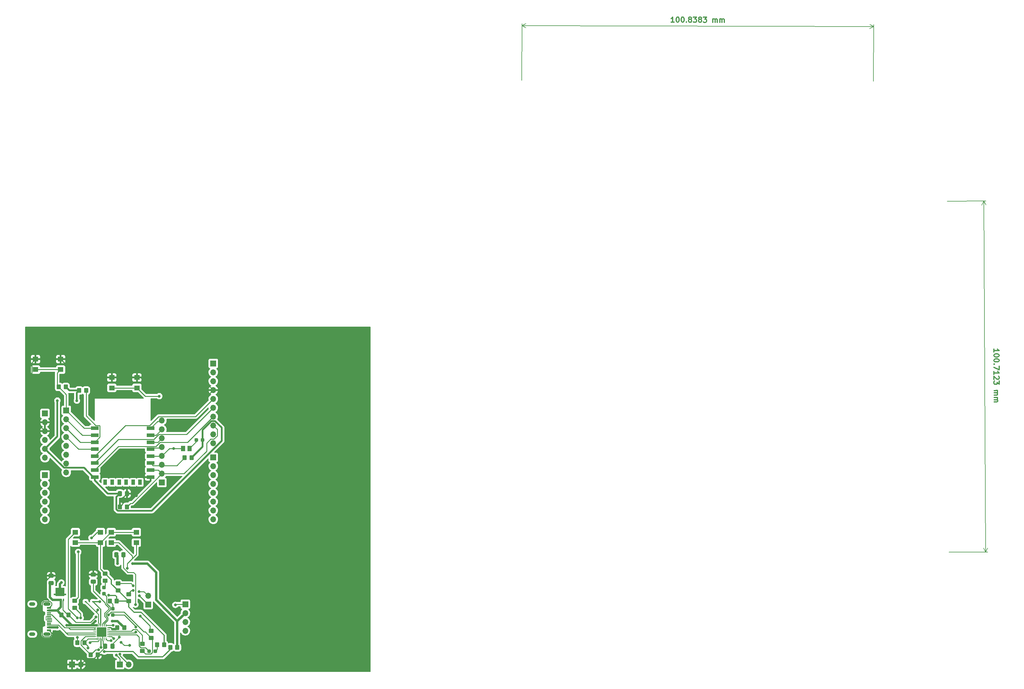
<source format=gbr>
%TF.GenerationSoftware,KiCad,Pcbnew,(6.0.10)*%
%TF.CreationDate,2023-03-08T17:02:45-06:00*%
%TF.ProjectId,445,3434352e-6b69-4636-9164-5f7063625858,rev?*%
%TF.SameCoordinates,Original*%
%TF.FileFunction,Copper,L1,Top*%
%TF.FilePolarity,Positive*%
%FSLAX46Y46*%
G04 Gerber Fmt 4.6, Leading zero omitted, Abs format (unit mm)*
G04 Created by KiCad (PCBNEW (6.0.10)) date 2023-03-08 17:02:45*
%MOMM*%
%LPD*%
G01*
G04 APERTURE LIST*
G04 Aperture macros list*
%AMRoundRect*
0 Rectangle with rounded corners*
0 $1 Rounding radius*
0 $2 $3 $4 $5 $6 $7 $8 $9 X,Y pos of 4 corners*
0 Add a 4 corners polygon primitive as box body*
4,1,4,$2,$3,$4,$5,$6,$7,$8,$9,$2,$3,0*
0 Add four circle primitives for the rounded corners*
1,1,$1+$1,$2,$3*
1,1,$1+$1,$4,$5*
1,1,$1+$1,$6,$7*
1,1,$1+$1,$8,$9*
0 Add four rect primitives between the rounded corners*
20,1,$1+$1,$2,$3,$4,$5,0*
20,1,$1+$1,$4,$5,$6,$7,0*
20,1,$1+$1,$6,$7,$8,$9,0*
20,1,$1+$1,$8,$9,$2,$3,0*%
%AMFreePoly0*
4,1,29,-0.496464,1.758536,-0.495000,1.755000,-0.495000,1.230000,1.200000,1.230000,1.203536,1.228536,1.205000,1.225000,1.205000,-1.225000,1.203536,-1.228536,1.200000,-1.230000,-0.495000,-1.230000,-0.495000,-1.755000,-0.496464,-1.758536,-0.500000,-1.760000,-0.900000,-1.760000,-0.903536,-1.758536,-0.905000,-1.755000,-0.905000,-1.230000,-1.200000,-1.230000,-1.203536,-1.228536,-1.205000,-1.225000,
-1.205000,1.225000,-1.203536,1.228536,-1.200000,1.230000,-0.905000,1.230000,-0.905000,1.755000,-0.903536,1.758536,-0.900000,1.760000,-0.500000,1.760000,-0.496464,1.758536,-0.496464,1.758536,$1*%
G04 Aperture macros list end*
%ADD10C,0.300000*%
%TA.AperFunction,NonConductor*%
%ADD11C,0.300000*%
%TD*%
%TA.AperFunction,NonConductor*%
%ADD12C,0.200000*%
%TD*%
%TA.AperFunction,SMDPad,CuDef*%
%ADD13R,1.600000X1.400000*%
%TD*%
%TA.AperFunction,SMDPad,CuDef*%
%ADD14RoundRect,0.237500X0.237500X-0.287500X0.237500X0.287500X-0.237500X0.287500X-0.237500X-0.287500X0*%
%TD*%
%TA.AperFunction,SMDPad,CuDef*%
%ADD15RoundRect,0.250000X0.350000X0.450000X-0.350000X0.450000X-0.350000X-0.450000X0.350000X-0.450000X0*%
%TD*%
%TA.AperFunction,SMDPad,CuDef*%
%ADD16RoundRect,0.250000X-0.350000X-0.450000X0.350000X-0.450000X0.350000X0.450000X-0.350000X0.450000X0*%
%TD*%
%TA.AperFunction,ComponentPad*%
%ADD17R,1.700000X1.700000*%
%TD*%
%TA.AperFunction,ComponentPad*%
%ADD18O,1.700000X1.700000*%
%TD*%
%TA.AperFunction,SMDPad,CuDef*%
%ADD19RoundRect,0.250000X-0.450000X0.350000X-0.450000X-0.350000X0.450000X-0.350000X0.450000X0.350000X0*%
%TD*%
%TA.AperFunction,SMDPad,CuDef*%
%ADD20RoundRect,0.250000X0.450000X-0.350000X0.450000X0.350000X-0.450000X0.350000X-0.450000X-0.350000X0*%
%TD*%
%TA.AperFunction,SMDPad,CuDef*%
%ADD21RoundRect,0.250000X0.337500X0.475000X-0.337500X0.475000X-0.337500X-0.475000X0.337500X-0.475000X0*%
%TD*%
%TA.AperFunction,SMDPad,CuDef*%
%ADD22RoundRect,0.250000X-0.337500X-0.475000X0.337500X-0.475000X0.337500X0.475000X-0.337500X0.475000X0*%
%TD*%
%TA.AperFunction,SMDPad,CuDef*%
%ADD23R,0.600000X0.450000*%
%TD*%
%TA.AperFunction,SMDPad,CuDef*%
%ADD24R,1.300000X1.500000*%
%TD*%
%TA.AperFunction,SMDPad,CuDef*%
%ADD25R,0.400000X0.750000*%
%TD*%
%TA.AperFunction,SMDPad,CuDef*%
%ADD26FreePoly0,90.000000*%
%TD*%
%TA.AperFunction,SMDPad,CuDef*%
%ADD27R,1.150000X0.600000*%
%TD*%
%TA.AperFunction,SMDPad,CuDef*%
%ADD28R,1.150000X0.300000*%
%TD*%
%TA.AperFunction,ComponentPad*%
%ADD29O,2.100000X1.000000*%
%TD*%
%TA.AperFunction,ComponentPad*%
%ADD30O,1.800000X1.000000*%
%TD*%
%TA.AperFunction,SMDPad,CuDef*%
%ADD31RoundRect,0.250000X0.475000X-0.337500X0.475000X0.337500X-0.475000X0.337500X-0.475000X-0.337500X0*%
%TD*%
%TA.AperFunction,SMDPad,CuDef*%
%ADD32RoundRect,0.062500X-0.350000X-0.062500X0.350000X-0.062500X0.350000X0.062500X-0.350000X0.062500X0*%
%TD*%
%TA.AperFunction,SMDPad,CuDef*%
%ADD33RoundRect,0.062500X-0.062500X-0.350000X0.062500X-0.350000X0.062500X0.350000X-0.062500X0.350000X0*%
%TD*%
%TA.AperFunction,SMDPad,CuDef*%
%ADD34R,2.700000X2.700000*%
%TD*%
%TA.AperFunction,SMDPad,CuDef*%
%ADD35R,2.200000X1.000000*%
%TD*%
%TA.AperFunction,SMDPad,CuDef*%
%ADD36R,1.000000X1.500000*%
%TD*%
%TA.AperFunction,SMDPad,CuDef*%
%ADD37RoundRect,0.237500X-0.287500X-0.237500X0.287500X-0.237500X0.287500X0.237500X-0.287500X0.237500X0*%
%TD*%
%TA.AperFunction,ViaPad*%
%ADD38C,0.800000*%
%TD*%
%TA.AperFunction,Conductor*%
%ADD39C,0.500000*%
%TD*%
%TA.AperFunction,Conductor*%
%ADD40C,0.250000*%
%TD*%
%TA.AperFunction,Conductor*%
%ADD41C,0.675000*%
%TD*%
%TA.AperFunction,Conductor*%
%ADD42C,0.375000*%
%TD*%
%TA.AperFunction,Conductor*%
%ADD43C,0.200000*%
%TD*%
G04 APERTURE END LIST*
D10*
D11*
X393749209Y-47756283D02*
X393744886Y-46899151D01*
X393747047Y-47327717D02*
X395247028Y-47320151D01*
X395032025Y-47178377D01*
X394888449Y-47036242D01*
X394816301Y-46893747D01*
X395253874Y-48677277D02*
X395254594Y-48820132D01*
X395183887Y-48963348D01*
X395112820Y-49035136D01*
X394970325Y-49107284D01*
X394684975Y-49180153D01*
X394327836Y-49181954D01*
X394041765Y-49111968D01*
X393898550Y-49041261D01*
X393826762Y-48970193D01*
X393754613Y-48827698D01*
X393753893Y-48684843D01*
X393824600Y-48541627D01*
X393895667Y-48469839D01*
X394038162Y-48397691D01*
X394323513Y-48324822D01*
X394680651Y-48323021D01*
X394966722Y-48393007D01*
X395109938Y-48463714D01*
X395181726Y-48534782D01*
X395253874Y-48677277D01*
X395261080Y-50105830D02*
X395261800Y-50248685D01*
X395191093Y-50391901D01*
X395120026Y-50463689D01*
X394977531Y-50535837D01*
X394692180Y-50608706D01*
X394335042Y-50610507D01*
X394048971Y-50540521D01*
X393905755Y-50469814D01*
X393833967Y-50398747D01*
X393761819Y-50256251D01*
X393761099Y-50113396D01*
X393831806Y-49970181D01*
X393902873Y-49898393D01*
X394045368Y-49826244D01*
X394330719Y-49753376D01*
X394687857Y-49751574D01*
X394973928Y-49821561D01*
X395117143Y-49892268D01*
X395188931Y-49963335D01*
X395261080Y-50105830D01*
X393909719Y-51255518D02*
X393838651Y-51327306D01*
X393766863Y-51256239D01*
X393837931Y-51184451D01*
X393909719Y-51255518D01*
X393766863Y-51256239D01*
X395269727Y-51820094D02*
X395274771Y-52820081D01*
X393771547Y-52184798D01*
X393781635Y-54184773D02*
X393777312Y-53327641D01*
X393779474Y-53756207D02*
X395279454Y-53748641D01*
X395064451Y-53606866D01*
X394920875Y-53464732D01*
X394848727Y-53322237D01*
X395141643Y-54749349D02*
X395213431Y-54820416D01*
X395285579Y-54962911D01*
X395287381Y-55320049D01*
X395216674Y-55463265D01*
X395145606Y-55535053D01*
X395003111Y-55607201D01*
X394860256Y-55607922D01*
X394645613Y-55537575D01*
X393784157Y-54684767D01*
X393788841Y-55613326D01*
X395291344Y-56105754D02*
X395296028Y-57034313D01*
X394722084Y-56537202D01*
X394723165Y-56751485D01*
X394652458Y-56894701D01*
X394581391Y-56966489D01*
X394438896Y-57038637D01*
X394081758Y-57040438D01*
X393938542Y-56969731D01*
X393866754Y-56898664D01*
X393794606Y-56756169D01*
X393792444Y-56327603D01*
X393863151Y-56184387D01*
X393934218Y-56112599D01*
X393805054Y-58827571D02*
X394805041Y-58822527D01*
X394662186Y-58823248D02*
X394733974Y-58894315D01*
X394806122Y-59036810D01*
X394807203Y-59251093D01*
X394736496Y-59394309D01*
X394594001Y-59466457D01*
X393808297Y-59470420D01*
X394594001Y-59466457D02*
X394737217Y-59537164D01*
X394809365Y-59679659D01*
X394810446Y-59893942D01*
X394739739Y-60037158D01*
X394597244Y-60109306D01*
X393811539Y-60113269D01*
X393815142Y-60827546D02*
X394815130Y-60822502D01*
X394672274Y-60823222D02*
X394744062Y-60894289D01*
X394816210Y-61036785D01*
X394817291Y-61251067D01*
X394746584Y-61394283D01*
X394604089Y-61466431D01*
X393818385Y-61470395D01*
X394604089Y-61466431D02*
X394747305Y-61537138D01*
X394819453Y-61679633D01*
X394820534Y-61893916D01*
X394749827Y-62037132D01*
X394607332Y-62109280D01*
X393821628Y-62113244D01*
D12*
X380913320Y-105208967D02*
X392000413Y-105153042D01*
X380405320Y-4497967D02*
X391492413Y-4442042D01*
X391414000Y-105156000D02*
X390906000Y-4445000D01*
X391414000Y-105156000D02*
X390906000Y-4445000D01*
X391414000Y-105156000D02*
X391994731Y-104026553D01*
X391414000Y-105156000D02*
X390821905Y-104032469D01*
X390906000Y-4445000D02*
X390325269Y-5574447D01*
X390906000Y-4445000D02*
X391498095Y-5568531D01*
D10*
D11*
X302081131Y46858517D02*
X301223991Y46860676D01*
X301652561Y46859596D02*
X301656340Y48359591D01*
X301512943Y48145666D01*
X301369727Y48003169D01*
X301226690Y47932101D01*
X303013478Y48356173D02*
X303156335Y48355813D01*
X303299012Y48284025D01*
X303370260Y48212417D01*
X303441329Y48069380D01*
X303512037Y47783487D01*
X303511138Y47426345D01*
X303438990Y47140812D01*
X303367202Y46998135D01*
X303295593Y46926886D01*
X303152557Y46855818D01*
X303009700Y46856178D01*
X302867023Y46927966D01*
X302795775Y46999574D01*
X302724706Y47142611D01*
X302653998Y47428504D01*
X302654897Y47785646D01*
X302727045Y48071179D01*
X302798833Y48213856D01*
X302870442Y48285104D01*
X303013478Y48356173D01*
X304442045Y48352575D02*
X304584902Y48352215D01*
X304727579Y48280426D01*
X304798827Y48208818D01*
X304869896Y48065782D01*
X304940604Y47779888D01*
X304939705Y47422747D01*
X304867557Y47137213D01*
X304795768Y46994536D01*
X304724160Y46923288D01*
X304581124Y46852219D01*
X304438267Y46852579D01*
X304295590Y46924367D01*
X304224342Y46995976D01*
X304153273Y47139012D01*
X304082565Y47424906D01*
X304083464Y47782047D01*
X304155612Y48067581D01*
X304227400Y48210258D01*
X304299009Y48281506D01*
X304442045Y48352575D01*
X305581480Y46992557D02*
X305652729Y46920949D01*
X305581120Y46849701D01*
X305509872Y46921309D01*
X305581480Y46992557D01*
X305581120Y46849701D01*
X306511848Y47704502D02*
X306369171Y47776290D01*
X306297923Y47847898D01*
X306226854Y47990935D01*
X306227034Y48062363D01*
X306298822Y48205040D01*
X306370431Y48276288D01*
X306513467Y48347357D01*
X306799181Y48346637D01*
X306941857Y48274849D01*
X307013106Y48203241D01*
X307084174Y48060204D01*
X307083994Y47988776D01*
X307012206Y47846099D01*
X306940598Y47774851D01*
X306797561Y47703782D01*
X306511848Y47704502D01*
X306368811Y47633433D01*
X306297203Y47562185D01*
X306225415Y47419508D01*
X306224695Y47133795D01*
X306295764Y46990758D01*
X306367012Y46919150D01*
X306509689Y46847362D01*
X306795402Y46846642D01*
X306938439Y46917710D01*
X307010047Y46988959D01*
X307081835Y47131636D01*
X307082555Y47417349D01*
X307011486Y47560386D01*
X306940238Y47631994D01*
X306797561Y47703782D01*
X307584892Y48344658D02*
X308513461Y48342319D01*
X308012023Y47772152D01*
X308226308Y47771612D01*
X308368985Y47699824D01*
X308440233Y47628216D01*
X308511302Y47485179D01*
X308510402Y47128037D01*
X308438614Y46985360D01*
X308367006Y46914112D01*
X308223969Y46843044D01*
X307795399Y46844123D01*
X307652722Y46915911D01*
X307581474Y46987519D01*
X309368982Y47697305D02*
X309226305Y47769093D01*
X309155057Y47840701D01*
X309083988Y47983738D01*
X309084168Y48055166D01*
X309155956Y48197843D01*
X309227564Y48269092D01*
X309370601Y48340160D01*
X309656314Y48339440D01*
X309798991Y48267652D01*
X309870240Y48196044D01*
X309941308Y48053007D01*
X309941128Y47981579D01*
X309869340Y47838902D01*
X309797732Y47767654D01*
X309654695Y47696585D01*
X309368982Y47697305D01*
X309225945Y47626236D01*
X309154337Y47554988D01*
X309082549Y47412311D01*
X309081829Y47126598D01*
X309152897Y46983561D01*
X309224146Y46911953D01*
X309366823Y46840165D01*
X309652536Y46839445D01*
X309795573Y46910514D01*
X309867181Y46981762D01*
X309938969Y47124439D01*
X309939689Y47410152D01*
X309868620Y47553189D01*
X309797372Y47624797D01*
X309654695Y47696585D01*
X310442026Y48337461D02*
X311370595Y48335122D01*
X310869157Y47764955D01*
X311083442Y47764415D01*
X311226119Y47692627D01*
X311297367Y47621019D01*
X311368436Y47477982D01*
X311367536Y47120840D01*
X311295748Y46978164D01*
X311224140Y46906915D01*
X311081103Y46835847D01*
X310652533Y46836926D01*
X310509856Y46908714D01*
X310438608Y46980323D01*
X313152525Y46830629D02*
X313155044Y47830626D01*
X313154684Y47687769D02*
X313226292Y47759018D01*
X313369329Y47830086D01*
X313583614Y47829546D01*
X313726291Y47757758D01*
X313797359Y47614722D01*
X313795380Y46829010D01*
X313797359Y47614722D02*
X313869147Y47757398D01*
X314012184Y47828467D01*
X314226469Y47827927D01*
X314369146Y47756139D01*
X314440214Y47613102D01*
X314438235Y46827390D01*
X315152519Y46825591D02*
X315155037Y47825588D01*
X315154678Y47682731D02*
X315226286Y47753980D01*
X315369323Y47825048D01*
X315583608Y47824509D01*
X315726284Y47752720D01*
X315797353Y47609684D01*
X315795374Y46823972D01*
X315797353Y47609684D02*
X315869141Y47752361D01*
X316012178Y47823429D01*
X316226463Y47822889D01*
X316369139Y47751101D01*
X316440208Y47608064D01*
X316438229Y46822353D01*
D12*
X258405639Y30220980D02*
X258446476Y46433418D01*
X359243639Y29966980D02*
X359284476Y46179418D01*
X258445000Y45847000D02*
X359283000Y45593000D01*
X258445000Y45847000D02*
X359283000Y45593000D01*
X258445000Y45847000D02*
X259570023Y45257744D01*
X258445000Y45847000D02*
X259572977Y46430581D01*
X359283000Y45593000D02*
X358157977Y46182256D01*
X359283000Y45593000D02*
X358155023Y45009419D01*
D13*
%TO.P,S3,1*%
%TO.N,Net-(R7-Pad2)*%
X140676000Y-102469000D03*
%TO.P,S3,2*%
X147876000Y-102469000D03*
%TO.P,S3,3*%
%TO.N,/VDD_USBC*%
X140676000Y-99469000D03*
%TO.P,S3,4*%
X147876000Y-99469000D03*
%TD*%
D14*
%TO.P,D5,1,K*%
%TO.N,Net-(D5-Pad1)*%
X141101000Y-123196000D03*
%TO.P,D5,2,A*%
%TO.N,Net-(D5-Pad2)*%
X141101000Y-121446000D03*
%TD*%
D15*
%TO.P,R3,1,1*%
%TO.N,/ESP_EN*%
X133461000Y-58801000D03*
%TO.P,R3,2,2*%
%TO.N,/3.3V1*%
X131461000Y-58801000D03*
%TD*%
D16*
%TO.P,R15,1,1*%
%TO.N,Net-(D4-Pad2)*%
X153817000Y-131740856D03*
%TO.P,R15,2,2*%
%TO.N,/VDD_USBC*%
X155817000Y-131740856D03*
%TD*%
D17*
%TO.P,J7,1,Pin_1*%
%TO.N,unconnected-(J7-Pad1)*%
X155194000Y-85217000D03*
D18*
%TO.P,J7,2,Pin_2*%
%TO.N,/GPIO15{slash}SS*%
X155194000Y-82677000D03*
%TO.P,J7,3,Pin_3*%
%TO.N,/LED_GPIO2_BOOT*%
X155194000Y-80137000D03*
%TO.P,J7,4,Pin_4*%
%TO.N,/GPIO0*%
X155194000Y-77597000D03*
%TO.P,J7,5,Pin_5*%
%TO.N,/GPIO4*%
X155194000Y-75057000D03*
%TO.P,J7,6,Pin_6*%
%TO.N,/GPIO5*%
X155194000Y-72517000D03*
%TO.P,J7,7,Pin_7*%
%TO.N,/RX*%
X155194000Y-69977000D03*
%TO.P,J7,8,Pin_8*%
%TO.N,/TX*%
X155194000Y-67437000D03*
%TD*%
D19*
%TO.P,R13,1,1*%
%TO.N,Net-(R13-Pad1)*%
X130179000Y-119146000D03*
%TO.P,R13,2,2*%
%TO.N,/USBC_SCL*%
X130179000Y-121146000D03*
%TD*%
D16*
%TO.P,R6,1,1*%
%TO.N,Net-(R6-Pad1)*%
X142383000Y-126877000D03*
%TO.P,R6,2,2*%
%TO.N,Net-(C5-Pad1)*%
X144383000Y-126877000D03*
%TD*%
D13*
%TO.P,S2,1*%
%TO.N,GND*%
X148038180Y-55072290D03*
%TO.P,S2,2*%
X140838180Y-55072290D03*
%TO.P,S2,3*%
%TO.N,/GPIO0*%
X148038180Y-58072290D03*
%TO.P,S2,4*%
X140838180Y-58072290D03*
%TD*%
D20*
%TO.P,R8,1,1*%
%TO.N,Net-(Q1-Pad4)*%
X149610000Y-133518856D03*
%TO.P,R8,2,2*%
%TO.N,Net-(R8-Pad2)*%
X149610000Y-131518856D03*
%TD*%
D16*
%TO.P,R16,1,1*%
%TO.N,Net-(D5-Pad2)*%
X140228000Y-119273000D03*
%TO.P,R16,2,2*%
%TO.N,/VDD_USBC*%
X142228000Y-119273000D03*
%TD*%
%TO.P,R9,1,1*%
%TO.N,Net-(R9-Pad1)*%
X130957000Y-131195000D03*
%TO.P,R9,2,2*%
%TO.N,/USBC_SDA*%
X132957000Y-131195000D03*
%TD*%
D17*
%TO.P,J8,1,Pin_1*%
%TO.N,Net-(J8-Pad1)*%
X151245000Y-120257000D03*
D18*
%TO.P,J8,2,Pin_2*%
%TO.N,Net-(J8-Pad2)*%
X151245000Y-117717000D03*
%TD*%
D17*
%TO.P,J10,1,Pin_1*%
%TO.N,/alert*%
X161913000Y-120130000D03*
D18*
%TO.P,J10,2,Pin_2*%
%TO.N,/VSNK_USBC*%
X161913000Y-122670000D03*
%TO.P,J10,3,Pin_3*%
%TO.N,/USBC_SDA*%
X161913000Y-125210000D03*
%TO.P,J10,4,Pin_4*%
%TO.N,/USBC_SCL*%
X161913000Y-127750000D03*
%TD*%
D21*
%TO.P,C2,1*%
%TO.N,Net-(C2-Pad1)*%
X140995500Y-132211000D03*
%TO.P,C2,2*%
%TO.N,GND*%
X138920500Y-132211000D03*
%TD*%
D15*
%TO.P,R17,1,1*%
%TO.N,Net-(Q1-Pad4)*%
X128381000Y-123190000D03*
%TO.P,R17,2,2*%
%TO.N,Net-(C5-Pad1)*%
X126381000Y-123190000D03*
%TD*%
D22*
%TO.P,C4,1*%
%TO.N,/VSNK_USBC*%
X142095500Y-105922000D03*
%TO.P,C4,2*%
%TO.N,Net-(C4-Pad2)*%
X144170500Y-105922000D03*
%TD*%
D20*
%TO.P,R18,1,1*%
%TO.N,Net-(Q1-Pad4)*%
X152150000Y-129782000D03*
%TO.P,R18,2,2*%
%TO.N,Net-(C4-Pad2)*%
X152150000Y-127782000D03*
%TD*%
D19*
%TO.P,R12,1,1*%
%TO.N,Net-(J8-Pad2)*%
X142625000Y-114193000D03*
%TO.P,R12,2,2*%
%TO.N,/VDD_USBC*%
X142625000Y-116193000D03*
%TD*%
D23*
%TO.P,D1,1,K*%
%TO.N,/VDD_USBC*%
X135420000Y-119384000D03*
%TO.P,D1,2,A*%
%TO.N,Net-(C2-Pad1)*%
X133320000Y-119384000D03*
%TD*%
D13*
%TO.P,S1,1*%
%TO.N,GND*%
X126155000Y-49808000D03*
%TO.P,S1,2*%
X118955000Y-49808000D03*
%TO.P,S1,3*%
%TO.N,/ESP_RST*%
X126155000Y-52808000D03*
%TO.P,S1,4*%
X118955000Y-52808000D03*
%TD*%
D19*
%TO.P,R10,1,1*%
%TO.N,Net-(J8-Pad1)*%
X145673000Y-117257000D03*
%TO.P,R10,2,2*%
%TO.N,/VDD_USBC*%
X145673000Y-119257000D03*
%TD*%
D14*
%TO.P,D3,1,K*%
%TO.N,Net-(D3-Pad1)*%
X138561000Y-117084000D03*
%TO.P,D3,2,A*%
%TO.N,Net-(D3-Pad2)*%
X138561000Y-115334000D03*
%TD*%
D24*
%TO.P,R5,1,1*%
%TO.N,/GPIO0*%
X161229000Y-75438000D03*
%TO.P,R5,2,2*%
%TO.N,Net-(D2-Pad1)*%
X163129000Y-75438000D03*
%TD*%
D17*
%TO.P,J9,1,Pin_1*%
%TO.N,Net-(J9-Pad1)*%
X143112000Y-137402000D03*
D18*
%TO.P,J9,2,Pin_2*%
%TO.N,Net-(J9-Pad2)*%
X145652000Y-137402000D03*
%TD*%
D13*
%TO.P,S4,1*%
%TO.N,/VDD_USBC*%
X130389000Y-102469000D03*
%TO.P,S4,2*%
X137589000Y-102469000D03*
%TO.P,S4,3*%
%TO.N,Net-(R9-Pad1)*%
X130389000Y-99469000D03*
%TO.P,S4,4*%
%TO.N,Net-(R13-Pad1)*%
X137589000Y-99469000D03*
%TD*%
D25*
%TO.P,Q1,1*%
%TO.N,Net-(C5-Pad1)*%
X125013000Y-118877000D03*
%TO.P,Q1,2*%
X125663000Y-118877000D03*
%TO.P,Q1,3*%
X126313000Y-118877000D03*
%TO.P,Q1,4*%
%TO.N,Net-(Q1-Pad4)*%
X126963000Y-118877000D03*
D26*
%TO.P,Q1,5_8*%
%TO.N,/VSNK_USBC*%
X125988000Y-116652000D03*
%TD*%
D16*
%TO.P,R2,1,1*%
%TO.N,/LED_GPIO2_BOOT*%
X161687000Y-78105000D03*
%TO.P,R2,2,2*%
%TO.N,/3.3V1*%
X163687000Y-78105000D03*
%TD*%
%TO.P,R14,1,1*%
%TO.N,Net-(R14-Pad1)*%
X157611000Y-132502856D03*
%TO.P,R14,2,2*%
%TO.N,/VSNK_USBC*%
X159611000Y-132502856D03*
%TD*%
%TO.P,R1,1,1*%
%TO.N,GND*%
X143145000Y-92202000D03*
%TO.P,R1,2,2*%
%TO.N,/GPIO15{slash}SS*%
X145145000Y-92202000D03*
%TD*%
D27*
%TO.P,J5,A1,GND*%
%TO.N,GND*%
X122789000Y-121185951D03*
%TO.P,J5,A4,VBUS*%
%TO.N,Net-(C5-Pad1)*%
X122789000Y-121985951D03*
D28*
%TO.P,J5,A5,CC1*%
%TO.N,Net-(J5-PadA5)*%
X122789000Y-123135951D03*
%TO.P,J5,A6,D+*%
%TO.N,/D+*%
X122789000Y-124135951D03*
%TO.P,J5,A7,D-*%
%TO.N,/D-*%
X122789000Y-124635951D03*
%TO.P,J5,A8,SBU1*%
%TO.N,unconnected-(J5-PadA8)*%
X122789000Y-125635951D03*
D27*
%TO.P,J5,A9,VBUS*%
%TO.N,Net-(C5-Pad1)*%
X122789000Y-126785951D03*
%TO.P,J5,A12,GND*%
%TO.N,GND*%
X122789000Y-127585951D03*
%TO.P,J5,B1,GND*%
X122789000Y-127585951D03*
%TO.P,J5,B4,VBUS*%
%TO.N,Net-(C5-Pad1)*%
X122789000Y-126785951D03*
D28*
%TO.P,J5,B5,CC2*%
%TO.N,Net-(J5-PadB5)*%
X122789000Y-126135951D03*
%TO.P,J5,B6,D+*%
%TO.N,/D+*%
X122789000Y-125135951D03*
%TO.P,J5,B7,D-*%
%TO.N,/D-*%
X122789000Y-123635951D03*
%TO.P,J5,B8,SBU2*%
%TO.N,unconnected-(J5-PadB8)*%
X122789000Y-122635951D03*
D27*
%TO.P,J5,B9,VBUS*%
%TO.N,Net-(C5-Pad1)*%
X122789000Y-121985951D03*
%TO.P,J5,B12,GND*%
%TO.N,GND*%
X122789000Y-121185951D03*
D29*
%TO.P,J5,S1,SHIELD*%
%TO.N,unconnected-(J5-PadS1)*%
X122214000Y-120065951D03*
D30*
X118034000Y-120065951D03*
D29*
X122214000Y-128705951D03*
D30*
X118034000Y-128705951D03*
%TD*%
D31*
%TO.P,C5,1*%
%TO.N,Net-(C5-Pad1)*%
X123448000Y-114071500D03*
%TO.P,C5,2*%
%TO.N,GND*%
X123448000Y-111996500D03*
%TD*%
D16*
%TO.P,R4,1,1*%
%TO.N,/ESP_RST*%
X125619000Y-57785000D03*
%TO.P,R4,2,2*%
%TO.N,/3.3V1*%
X127619000Y-57785000D03*
%TD*%
D32*
%TO.P,U2,1,CC1DB*%
%TO.N,Net-(J5-PadA5)*%
X135963500Y-126897000D03*
%TO.P,U2,2,CC1*%
X135963500Y-127397000D03*
%TO.P,U2,3,NC*%
%TO.N,unconnected-(U2-Pad3)*%
X135963500Y-127897000D03*
%TO.P,U2,4,CC2*%
%TO.N,Net-(J5-PadB5)*%
X135963500Y-128397000D03*
%TO.P,U2,5,CC2DB*%
X135963500Y-128897000D03*
%TO.P,U2,6,RESET*%
%TO.N,Net-(R7-Pad2)*%
X135963500Y-129397000D03*
D33*
%TO.P,U2,7,SCL*%
%TO.N,/USBC_SDA*%
X136676000Y-130109500D03*
%TO.P,U2,8,SDA*%
%TO.N,/USBC_SCL*%
X137176000Y-130109500D03*
%TO.P,U2,9,DISCH*%
%TO.N,Net-(R14-Pad1)*%
X137676000Y-130109500D03*
%TO.P,U2,10,GND*%
%TO.N,GND*%
X138176000Y-130109500D03*
%TO.P,U2,11,ATTACH*%
%TO.N,unconnected-(U2-Pad11)*%
X138676000Y-130109500D03*
%TO.P,U2,12,ADDR0*%
%TO.N,Net-(J9-Pad1)*%
X139176000Y-130109500D03*
D32*
%TO.P,U2,13,ADDR1*%
%TO.N,Net-(J9-Pad2)*%
X139888500Y-129397000D03*
%TO.P,U2,14,POWER_OK3*%
%TO.N,Net-(D4-Pad1)*%
X139888500Y-128897000D03*
%TO.P,U2,15,GPIO*%
%TO.N,Net-(D5-Pad1)*%
X139888500Y-128397000D03*
%TO.P,U2,16,VBUS_EN_SNK*%
%TO.N,Net-(R8-Pad2)*%
X139888500Y-127897000D03*
%TO.P,U2,17,A_B_SIDE*%
%TO.N,unconnected-(U2-Pad17)*%
X139888500Y-127397000D03*
%TO.P,U2,18,VBUS_VS_DISCH*%
%TO.N,Net-(R6-Pad1)*%
X139888500Y-126897000D03*
D33*
%TO.P,U2,19,ALERT*%
%TO.N,/alert*%
X139176000Y-126184500D03*
%TO.P,U2,20,POWER_OK2*%
%TO.N,Net-(D3-Pad1)*%
X138676000Y-126184500D03*
%TO.P,U2,21,VREG_1V2*%
%TO.N,Net-(C3-Pad1)*%
X138176000Y-126184500D03*
%TO.P,U2,22,VSYS*%
%TO.N,/VDD_USBC*%
X137676000Y-126184500D03*
%TO.P,U2,23,VREG_2V7*%
%TO.N,Net-(C2-Pad1)*%
X137176000Y-126184500D03*
%TO.P,U2,24,VDD*%
%TO.N,Net-(C5-Pad1)*%
X136676000Y-126184500D03*
D34*
%TO.P,U2,25,GND*%
%TO.N,GND*%
X137926000Y-128147000D03*
%TD*%
D17*
%TO.P,J6,1,Pin_1*%
%TO.N,/ESP_RST*%
X127762000Y-64516000D03*
D18*
%TO.P,J6,2,Pin_2*%
%TO.N,/ADC*%
X127762000Y-67056000D03*
%TO.P,J6,3,Pin_3*%
%TO.N,/ESP_EN*%
X127762000Y-69596000D03*
%TO.P,J6,4,Pin_4*%
%TO.N,/GPIO16*%
X127762000Y-72136000D03*
%TO.P,J6,5,Pin_5*%
%TO.N,unconnected-(J6-Pad5)*%
X127762000Y-74676000D03*
%TO.P,J6,6,Pin_6*%
%TO.N,unconnected-(J6-Pad6)*%
X127762000Y-77216000D03*
%TO.P,J6,7,Pin_7*%
%TO.N,unconnected-(J6-Pad7)*%
X127762000Y-79756000D03*
%TO.P,J6,8,Pin_8*%
%TO.N,unconnected-(J6-Pad8)*%
X127762000Y-82296000D03*
%TD*%
D17*
%TO.P,J11,1,Pin_1*%
%TO.N,GND*%
X129401000Y-137402000D03*
D18*
%TO.P,J11,2,Pin_2*%
X131941000Y-137402000D03*
%TD*%
D22*
%TO.P,C1,1*%
%TO.N,/3.3V1*%
X143107500Y-88392000D03*
%TO.P,C1,2*%
%TO.N,GND*%
X145182500Y-88392000D03*
%TD*%
D31*
%TO.P,C3,1*%
%TO.N,Net-(C3-Pad1)*%
X135513000Y-113690500D03*
%TO.P,C3,2*%
%TO.N,GND*%
X135513000Y-111615500D03*
%TD*%
D20*
%TO.P,R11,1,1*%
%TO.N,Net-(D3-Pad2)*%
X138942000Y-113399000D03*
%TO.P,R11,2,2*%
%TO.N,/VDD_USBC*%
X138942000Y-111399000D03*
%TD*%
D35*
%TO.P,U1,1,REST*%
%TO.N,/ESP_RST*%
X135937680Y-69647290D03*
%TO.P,U1,2,ADC*%
%TO.N,/ADC*%
X135937680Y-71647290D03*
%TO.P,U1,3,CH_PD*%
%TO.N,/ESP_EN*%
X135937680Y-73647290D03*
%TO.P,U1,4,GPIO16*%
%TO.N,/GPIO16*%
X135937680Y-75647290D03*
%TO.P,U1,5,GPIO14*%
%TO.N,/SCLK*%
X135937680Y-77647290D03*
%TO.P,U1,6,GPIO12*%
%TO.N,/MISO*%
X135937680Y-79647290D03*
%TO.P,U1,7,GPIO13*%
%TO.N,/MOSI*%
X135937680Y-81647290D03*
%TO.P,U1,8,VCC*%
%TO.N,/3.3V1*%
X135937680Y-83647290D03*
D36*
%TO.P,U1,9,CS0*%
%TO.N,unconnected-(U1-Pad9)*%
X138937680Y-85147290D03*
%TO.P,U1,10,MISO*%
%TO.N,unconnected-(U1-Pad10)*%
X140937680Y-85147290D03*
%TO.P,U1,11,GPIO9*%
%TO.N,unconnected-(U1-Pad11)*%
X142937680Y-85147290D03*
%TO.P,U1,12,GPIO10*%
%TO.N,unconnected-(U1-Pad12)*%
X144937680Y-85147290D03*
%TO.P,U1,13,MOSI*%
%TO.N,unconnected-(U1-Pad13)*%
X146937680Y-85147290D03*
%TO.P,U1,14,SCLK*%
%TO.N,unconnected-(U1-Pad14)*%
X148937680Y-85147290D03*
D35*
%TO.P,U1,15,GND*%
%TO.N,GND*%
X151937680Y-83647290D03*
%TO.P,U1,16,GPIO15*%
%TO.N,/GPIO15{slash}SS*%
X151937680Y-81647290D03*
%TO.P,U1,17,GPIO02*%
%TO.N,/LED_GPIO2_BOOT*%
X151937680Y-79647290D03*
%TO.P,U1,18,GPIO0*%
%TO.N,/GPIO0*%
X151937680Y-77647290D03*
%TO.P,U1,19,GPIO04*%
%TO.N,/GPIO4*%
X151937680Y-75647290D03*
%TO.P,U1,20,GPIO05*%
%TO.N,/GPIO5*%
X151937680Y-73647290D03*
%TO.P,U1,21,RXD*%
%TO.N,/RX*%
X151937680Y-71647290D03*
%TO.P,U1,22,TXD*%
%TO.N,/TX*%
X151937680Y-69647290D03*
%TD*%
D15*
%TO.P,R7,1,1*%
%TO.N,GND*%
X136783000Y-134624000D03*
%TO.P,R7,2,2*%
%TO.N,Net-(R7-Pad2)*%
X134783000Y-134624000D03*
%TD*%
D37*
%TO.P,D4,1,K*%
%TO.N,Net-(D4-Pad1)*%
X151529000Y-133645856D03*
%TO.P,D4,2,A*%
%TO.N,Net-(D4-Pad2)*%
X153279000Y-133645856D03*
%TD*%
%TO.P,D2,1,K*%
%TO.N,Net-(D2-Pad1)*%
X165114000Y-73025000D03*
%TO.P,D2,2,A*%
%TO.N,/3.3V1*%
X166864000Y-73025000D03*
%TD*%
D17*
%TO.P,J3,1,Pin_1*%
%TO.N,unconnected-(J3-Pad1)*%
X169926000Y-51059000D03*
D18*
%TO.P,J3,2,Pin_2*%
%TO.N,unconnected-(J3-Pad2)*%
X169926000Y-53599000D03*
%TO.P,J3,3,Pin_3*%
%TO.N,unconnected-(J3-Pad3)*%
X169926000Y-56139000D03*
%TO.P,J3,4,Pin_4*%
%TO.N,GND*%
X169926000Y-58679000D03*
%TO.P,J3,5,Pin_5*%
%TO.N,/SCLK*%
X169926000Y-61219000D03*
%TO.P,J3,6,Pin_6*%
%TO.N,/MISO*%
X169926000Y-63759000D03*
%TO.P,J3,7,Pin_7*%
%TO.N,/MOSI*%
X169926000Y-66299000D03*
%TO.P,J3,8,Pin_8*%
%TO.N,/GPIO15{slash}SS*%
X169926000Y-68839000D03*
%TO.P,J3,9,Pin_9*%
%TO.N,unconnected-(J3-Pad9)*%
X169926000Y-71379000D03*
%TO.P,J3,10,Pin_10*%
%TO.N,unconnected-(J3-Pad10)*%
X169926000Y-73919000D03*
%TD*%
D17*
%TO.P,J1,1,Pin_1*%
%TO.N,unconnected-(J1-Pad1)*%
X121666000Y-65405000D03*
D18*
%TO.P,J1,2,Pin_2*%
%TO.N,GND*%
X121666000Y-67945000D03*
%TO.P,J1,3,Pin_3*%
X121666000Y-70485000D03*
%TO.P,J1,4,Pin_4*%
%TO.N,/5V_FPGA_OUT*%
X121666000Y-73025000D03*
%TO.P,J1,5,Pin_5*%
%TO.N,/3.3V1*%
X121666000Y-75565000D03*
%TO.P,J1,6,Pin_6*%
%TO.N,unconnected-(J1-Pad6)*%
X121666000Y-78105000D03*
%TD*%
D17*
%TO.P,J2,1,Pin_1*%
%TO.N,unconnected-(J2-Pad1)*%
X121666000Y-83058000D03*
D18*
%TO.P,J2,2,Pin_2*%
%TO.N,unconnected-(J2-Pad2)*%
X121666000Y-85598000D03*
%TO.P,J2,3,Pin_3*%
%TO.N,unconnected-(J2-Pad3)*%
X121666000Y-88138000D03*
%TO.P,J2,4,Pin_4*%
%TO.N,unconnected-(J2-Pad4)*%
X121666000Y-90678000D03*
%TO.P,J2,5,Pin_5*%
%TO.N,unconnected-(J2-Pad5)*%
X121666000Y-93218000D03*
%TO.P,J2,6,Pin_6*%
%TO.N,unconnected-(J2-Pad6)*%
X121666000Y-95758000D03*
%TD*%
D17*
%TO.P,J4,1,Pin_1*%
%TO.N,unconnected-(J4-Pad1)*%
X169926000Y-77993000D03*
D18*
%TO.P,J4,2,Pin_2*%
%TO.N,unconnected-(J4-Pad2)*%
X169926000Y-80533000D03*
%TO.P,J4,3,Pin_3*%
%TO.N,unconnected-(J4-Pad3)*%
X169926000Y-83073000D03*
%TO.P,J4,4,Pin_4*%
%TO.N,unconnected-(J4-Pad4)*%
X169926000Y-85613000D03*
%TO.P,J4,5,Pin_5*%
%TO.N,unconnected-(J4-Pad5)*%
X169926000Y-88153000D03*
%TO.P,J4,6,Pin_6*%
%TO.N,unconnected-(J4-Pad6)*%
X169926000Y-90693000D03*
%TO.P,J4,7,Pin_7*%
%TO.N,unconnected-(J4-Pad7)*%
X169926000Y-93233000D03*
%TO.P,J4,8,Pin_8*%
%TO.N,unconnected-(J4-Pad8)*%
X169926000Y-95773000D03*
%TD*%
D38*
%TO.N,/3.3V1*%
X125222000Y-61722000D03*
X130810000Y-61722000D03*
%TO.N,GND*%
X153035000Y-122936000D03*
X156464000Y-103124000D03*
X124079000Y-102997000D03*
X162179000Y-68072000D03*
X132719000Y-111510000D03*
X125222000Y-133604000D03*
X157861000Y-61976000D03*
X135382000Y-50546000D03*
X158496000Y-112268000D03*
X132080000Y-64897000D03*
X147920859Y-88992859D03*
X139192000Y-107315000D03*
X151257000Y-91059000D03*
X125953859Y-106141859D03*
X159004000Y-58928000D03*
X157353000Y-136652000D03*
X133985000Y-106807000D03*
%TO.N,Net-(C2-Pad1)*%
X136779000Y-121793000D03*
X143002000Y-129573900D03*
%TO.N,/VSNK_USBC*%
X142494000Y-108458000D03*
X126365000Y-113919000D03*
X146812000Y-108458000D03*
%TO.N,Net-(C4-Pad2)*%
X147612141Y-120238859D03*
X149004359Y-123545641D03*
%TO.N,Net-(C5-Pad1)*%
X140970000Y-124968000D03*
X136144000Y-124968000D03*
X125193668Y-126812851D03*
X127889000Y-126220100D03*
%TO.N,/VDD_USBC*%
X137414000Y-119380000D03*
X139938648Y-117538348D03*
%TO.N,Net-(D5-Pad1)*%
X147705000Y-126708100D03*
X147705000Y-128147000D03*
%TO.N,/GPIO0*%
X154432000Y-60452000D03*
X158537900Y-75438000D03*
%TO.N,Net-(J8-Pad1)*%
X148705000Y-117717000D03*
X146935241Y-116193000D03*
%TO.N,Net-(J8-Pad2)*%
X146935241Y-114796000D03*
X148645621Y-116506379D03*
%TO.N,Net-(J9-Pad1)*%
X140577000Y-130544000D03*
X142101000Y-134735000D03*
%TO.N,Net-(J9-Pad2)*%
X143117000Y-134481000D03*
X141369030Y-130015980D03*
%TO.N,/alert*%
X159055500Y-120320500D03*
X141212000Y-126200100D03*
X145968900Y-131941000D03*
X143499591Y-131053591D03*
%TO.N,/USBC_SDA*%
X133973000Y-132703000D03*
%TO.N,/USBC_SCL*%
X131892903Y-124083000D03*
X134624000Y-131195000D03*
%TO.N,Net-(Q1-Pad4)*%
X139846509Y-123197311D03*
X136275000Y-123829000D03*
%TO.N,Net-(R7-Pad2)*%
X137037000Y-133227000D03*
X145292000Y-109859000D03*
%TO.N,Net-(R9-Pad1)*%
X130941000Y-129671000D03*
X130941000Y-124083000D03*
%TO.N,Net-(R13-Pad1)*%
X131195000Y-105118100D03*
X135005000Y-101096000D03*
%TO.N,Net-(R14-Pad1)*%
X137705843Y-132549677D03*
X138684000Y-133731000D03*
%TD*%
D39*
%TO.N,/3.3V1*%
X152311762Y-93304400D02*
X172339000Y-73277162D01*
X142142600Y-89356900D02*
X142142600Y-92922233D01*
X130810000Y-61722000D02*
X130810000Y-59452000D01*
X121666000Y-75565000D02*
X125222000Y-72009000D01*
X142142600Y-92922233D02*
X142524767Y-93304400D01*
X135532880Y-83647290D02*
X135937680Y-83647290D01*
X166864000Y-70118000D02*
X166864000Y-73025000D01*
X128635000Y-58801000D02*
X127619000Y-57785000D01*
X169395400Y-67586600D02*
X166864000Y-70118000D01*
X132893990Y-81008400D02*
X135532880Y-83647290D01*
X172339000Y-69480838D02*
X170444762Y-67586600D01*
X121666000Y-75565000D02*
X127109400Y-81008400D01*
X142524767Y-93304400D02*
X152311762Y-93304400D01*
X135937680Y-84647290D02*
X139682390Y-88392000D01*
X125222000Y-72009000D02*
X125222000Y-61722000D01*
X135937680Y-83647290D02*
X135937680Y-84647290D01*
X166864000Y-73025000D02*
X166864000Y-74928000D01*
X131461000Y-58801000D02*
X128635000Y-58801000D01*
X139682390Y-88392000D02*
X143107500Y-88392000D01*
X130810000Y-59452000D02*
X131461000Y-58801000D01*
X166864000Y-74928000D02*
X163687000Y-78105000D01*
X170444762Y-67586600D02*
X169395400Y-67586600D01*
X172339000Y-73277162D02*
X172339000Y-69480838D01*
X127109400Y-81008400D02*
X132893990Y-81008400D01*
X143107500Y-88392000D02*
X142142600Y-89356900D01*
D40*
%TO.N,GND*%
X131941000Y-137402000D02*
X129401000Y-137402000D01*
X123554000Y-120420951D02*
X122789000Y-121185951D01*
X146939000Y-88392000D02*
X147539859Y-88992859D01*
X132719000Y-111510000D02*
X135407500Y-111510000D01*
X117877600Y-66696600D02*
X117877600Y-50885400D01*
X126155000Y-49808000D02*
X131419290Y-55072290D01*
X120400000Y-116651080D02*
X122717551Y-118968631D01*
X122717551Y-119288551D02*
X123086010Y-119288551D01*
X123086010Y-129483351D02*
X123541400Y-129027961D01*
X133703000Y-135640000D02*
X131068000Y-135640000D01*
X138303000Y-131593500D02*
X138303000Y-130629691D01*
X138303000Y-130629691D02*
X138176000Y-130502691D01*
X120886600Y-119743941D02*
X120886600Y-129027961D01*
X152146000Y-58130110D02*
X154015110Y-58130110D01*
X154015110Y-58130110D02*
X157861000Y-61976000D01*
X166629000Y-61976000D02*
X169926000Y-58679000D01*
X138176000Y-130502691D02*
X138176000Y-130109500D01*
X135767000Y-135640000D02*
X133703000Y-135640000D01*
X126155000Y-49808000D02*
X118955000Y-49808000D01*
X136783000Y-134624000D02*
X135767000Y-135640000D01*
X133703000Y-135640000D02*
X131941000Y-137402000D01*
X120886600Y-129027961D02*
X121341990Y-129483351D01*
X123554000Y-119756541D02*
X123554000Y-120420951D01*
X131068000Y-135640000D02*
X131052000Y-135624000D01*
X166319290Y-55072290D02*
X169926000Y-58679000D01*
X146939000Y-88392000D02*
X147942970Y-88392000D01*
X123086010Y-119288551D02*
X123554000Y-119756541D01*
X138176000Y-130109500D02*
X138176000Y-128397000D01*
X131052000Y-135624000D02*
X130798000Y-135624000D01*
X147942970Y-88392000D02*
X151937680Y-84397290D01*
X120400000Y-115044500D02*
X120400000Y-116651080D01*
X145182500Y-88392000D02*
X146939000Y-88392000D01*
X129020000Y-133846000D02*
X129020000Y-133816951D01*
X143912500Y-91434500D02*
X143912500Y-89662000D01*
X121341990Y-119288551D02*
X120886600Y-119743941D01*
X121666000Y-70485000D02*
X117877600Y-66696600D01*
X121341990Y-129483351D02*
X123086010Y-129483351D01*
X131419290Y-55072290D02*
X140838180Y-55072290D01*
X149088180Y-55072290D02*
X152146000Y-58130110D01*
X130798000Y-135624000D02*
X129020000Y-133846000D01*
X143912500Y-89662000D02*
X145182500Y-88392000D01*
X157861000Y-61976000D02*
X166629000Y-61976000D01*
X123448000Y-108647718D02*
X123448000Y-111996500D01*
X123541400Y-128338351D02*
X122789000Y-127585951D01*
X148038180Y-55072290D02*
X149088180Y-55072290D01*
X147539859Y-88992859D02*
X147920859Y-88992859D01*
X125953859Y-106141859D02*
X123448000Y-108647718D01*
X121666000Y-70485000D02*
X121666000Y-67945000D01*
X140838180Y-55072290D02*
X148038180Y-55072290D01*
X138920500Y-132486500D02*
X136783000Y-134624000D01*
X129020000Y-133816951D02*
X122789000Y-127585951D01*
X122717551Y-118968631D02*
X122717551Y-119288551D01*
X148038180Y-55072290D02*
X166319290Y-55072290D01*
X138920500Y-132211000D02*
X138303000Y-131593500D01*
X123448000Y-111996500D02*
X120400000Y-115044500D01*
X143145000Y-92202000D02*
X143912500Y-91434500D01*
X117877600Y-50885400D02*
X118955000Y-49808000D01*
X151937680Y-84397290D02*
X151937680Y-83647290D01*
X123541400Y-129027961D02*
X123541400Y-128338351D01*
X122717551Y-119288551D02*
X121341990Y-119288551D01*
%TO.N,Net-(C2-Pad1)*%
X137176000Y-125645091D02*
X137176000Y-126184500D01*
X140995500Y-132211000D02*
X140995500Y-131580400D01*
X140995500Y-131580400D02*
X143002000Y-129573900D01*
X136779000Y-121793000D02*
X136508000Y-122064000D01*
X136952400Y-125421491D02*
X137176000Y-125645091D01*
X133320000Y-119384000D02*
X136508000Y-122572000D01*
X136508000Y-122572000D02*
X136952400Y-123016400D01*
X136508000Y-122064000D02*
X136508000Y-122572000D01*
X136952400Y-123016400D02*
X136952400Y-125421491D01*
%TO.N,Net-(C3-Pad1)*%
X135513000Y-116336000D02*
X135513000Y-113690500D01*
X138948200Y-120108136D02*
X138948200Y-119771200D01*
X139297600Y-124175471D02*
X138766709Y-123644580D01*
X139946200Y-121570550D02*
X139946200Y-121106136D01*
X138766709Y-122750042D02*
X139946200Y-121570550D01*
X138176000Y-126184500D02*
X138176000Y-125722229D01*
X138176000Y-125722229D02*
X139297600Y-124600629D01*
X138766709Y-123644580D02*
X138766709Y-122750042D01*
X139297600Y-124600629D02*
X139297600Y-124175471D01*
X138948200Y-119771200D02*
X135513000Y-116336000D01*
X139946200Y-121106136D02*
X138948200Y-120108136D01*
D41*
%TO.N,/VSNK_USBC*%
X142494000Y-106320500D02*
X142095500Y-105922000D01*
X151003000Y-108458000D02*
X146812000Y-108458000D01*
X125988000Y-116652000D02*
X125988000Y-114296000D01*
X153543000Y-118904000D02*
X153543000Y-110998000D01*
X159611000Y-124972000D02*
X161913000Y-122670000D01*
X142494000Y-108458000D02*
X142494000Y-106320500D01*
X125988000Y-114296000D02*
X126365000Y-113919000D01*
X159611000Y-132502856D02*
X159611000Y-124972000D01*
X153543000Y-110998000D02*
X151003000Y-108458000D01*
X159611000Y-124972000D02*
X153543000Y-118904000D01*
D40*
%TO.N,Net-(C4-Pad2)*%
X144170500Y-109695489D02*
X145473011Y-110998000D01*
X149004359Y-123545641D02*
X151769000Y-126310282D01*
X147066000Y-110998000D02*
X147612141Y-111544141D01*
X151769000Y-126310282D02*
X151769000Y-127401000D01*
X145473011Y-110998000D02*
X147066000Y-110998000D01*
X147612141Y-111544141D02*
X147612141Y-120238859D01*
X144170500Y-105922000D02*
X144170500Y-109695489D01*
D41*
%TO.N,Net-(C5-Pad1)*%
X127889000Y-126220100D02*
X127924600Y-126184500D01*
X129375500Y-126184500D02*
X134693500Y-126184500D01*
X126381000Y-123190000D02*
X129375500Y-126184500D01*
X140970000Y-124968000D02*
X142474000Y-124968000D01*
X123063000Y-118110000D02*
X123063000Y-114456500D01*
X125013000Y-118877000D02*
X123830000Y-118877000D01*
X123830000Y-118877000D02*
X123063000Y-118110000D01*
X134693500Y-126184500D02*
X134927500Y-126184500D01*
X134927500Y-126184500D02*
X136144000Y-124968000D01*
X134693500Y-126184500D02*
X136561100Y-126184500D01*
X123063000Y-114456500D02*
X123448000Y-114071500D01*
X125663000Y-118877000D02*
X126221100Y-118877000D01*
X125166768Y-126785951D02*
X122789000Y-126785951D01*
X125013000Y-118877000D02*
X125663000Y-118877000D01*
X142474000Y-124968000D02*
X144383000Y-126877000D01*
X127924600Y-126184500D02*
X129375500Y-126184500D01*
X122789000Y-121985951D02*
X125176951Y-121985951D01*
X126221100Y-120941802D02*
X126221100Y-118877000D01*
X125176951Y-121985951D02*
X126221100Y-120941802D01*
X125176951Y-121985951D02*
X126381000Y-123190000D01*
X125193668Y-126812851D02*
X125166768Y-126785951D01*
D42*
%TO.N,/VDD_USBC*%
X140002300Y-117602000D02*
X141859000Y-117602000D01*
X142625000Y-116209000D02*
X142625000Y-116193000D01*
X155817000Y-129020000D02*
X155817000Y-131740856D01*
X145657000Y-119273000D02*
X145673000Y-119257000D01*
D40*
X138942000Y-111399000D02*
X137589000Y-110046000D01*
D42*
X139938648Y-117538348D02*
X140002300Y-117602000D01*
X147193000Y-122428000D02*
X149225000Y-122428000D01*
X137676000Y-121640000D02*
X135420000Y-119384000D01*
D40*
X147876000Y-99469000D02*
X140676000Y-99469000D01*
D42*
X145669000Y-119350095D02*
X145669000Y-120904000D01*
D40*
X130389000Y-102469000D02*
X137589000Y-102469000D01*
D42*
X145673000Y-119257000D02*
X145673000Y-119346095D01*
X141859000Y-117602000D02*
X142228000Y-117971000D01*
X145669000Y-120904000D02*
X147193000Y-122428000D01*
D40*
X137589000Y-110046000D02*
X137589000Y-102469000D01*
D42*
X135420000Y-119384000D02*
X137410000Y-119384000D01*
X137676000Y-126184500D02*
X137676000Y-121640000D01*
X145673000Y-119257000D02*
X142625000Y-116209000D01*
D40*
X140589000Y-99469000D02*
X137589000Y-102469000D01*
D42*
X142228000Y-119273000D02*
X145657000Y-119273000D01*
X140716000Y-114300000D02*
X140716000Y-113173000D01*
X142625000Y-116193000D02*
X142609000Y-116193000D01*
X145673000Y-119346095D02*
X145669000Y-119350095D01*
X149225000Y-122428000D02*
X155817000Y-129020000D01*
X142228000Y-117971000D02*
X142228000Y-119273000D01*
X142609000Y-116193000D02*
X140716000Y-114300000D01*
X140716000Y-113173000D02*
X138942000Y-111399000D01*
X137410000Y-119384000D02*
X137414000Y-119380000D01*
D40*
%TO.N,Net-(D2-Pad1)*%
X163129000Y-75438000D02*
X165114000Y-73453000D01*
X165114000Y-73453000D02*
X165114000Y-73025000D01*
%TO.N,Net-(D3-Pad1)*%
X140348600Y-120939456D02*
X139350600Y-119941456D01*
X139350600Y-117873600D02*
X138676000Y-117199000D01*
X139169109Y-123477900D02*
X139169109Y-122916722D01*
X139169109Y-122916722D02*
X140348600Y-121737231D01*
X139350600Y-119941456D02*
X139350600Y-117873600D01*
X140348600Y-121737231D02*
X140348600Y-120939456D01*
X138676000Y-126184500D02*
X138676000Y-125791309D01*
X138676000Y-125791309D02*
X139700000Y-124767309D01*
X139700000Y-124008791D02*
X139169109Y-123477900D01*
X139700000Y-124767309D02*
X139700000Y-124008791D01*
%TO.N,Net-(D3-Pad2)*%
X138942000Y-113399000D02*
X138942000Y-114953000D01*
X138942000Y-114953000D02*
X138561000Y-115334000D01*
%TO.N,Net-(D4-Pad1)*%
X149186744Y-132641456D02*
X148632600Y-132087312D01*
X148632600Y-132087312D02*
X148632600Y-129582600D01*
X150524600Y-132641456D02*
X149186744Y-132641456D01*
X147947000Y-128897000D02*
X139888500Y-128897000D01*
X151529000Y-133645856D02*
X150524600Y-132641456D01*
X148632600Y-129582600D02*
X147947000Y-128897000D01*
%TO.N,Net-(D4-Pad2)*%
X153817000Y-133107856D02*
X153279000Y-133645856D01*
X153817000Y-131740856D02*
X153817000Y-133107856D01*
%TO.N,Net-(D5-Pad1)*%
X144405000Y-123196000D02*
X147705000Y-126496000D01*
X139888500Y-128397000D02*
X147455000Y-128397000D01*
X147705000Y-126496000D02*
X147705000Y-126708100D01*
X141101000Y-123196000D02*
X144405000Y-123196000D01*
X147455000Y-128397000D02*
X147705000Y-128147000D01*
%TO.N,Net-(D5-Pad2)*%
X141101000Y-121446000D02*
X141101000Y-120146000D01*
X141101000Y-120146000D02*
X140228000Y-119273000D01*
%TO.N,/SCLK*%
X151681858Y-68869890D02*
X144715080Y-68869890D01*
X154242148Y-66309600D02*
X151681858Y-68869890D01*
X169926000Y-61219000D02*
X164835400Y-66309600D01*
X144715080Y-68869890D02*
X135937680Y-77647290D01*
X164835400Y-66309600D02*
X154242148Y-66309600D01*
%TO.N,/MISO*%
X169926000Y-63759000D02*
X162295400Y-71389600D01*
X162295400Y-71389600D02*
X154350480Y-71389600D01*
X154350480Y-71389600D02*
X152870190Y-72869890D01*
X142715080Y-72869890D02*
X135937680Y-79647290D01*
X152870190Y-72869890D02*
X142715080Y-72869890D01*
%TO.N,/MOSI*%
X142733830Y-74851140D02*
X135937680Y-81647290D01*
X162565000Y-73660000D02*
X154686000Y-73660000D01*
X169926000Y-66299000D02*
X162565000Y-73660000D01*
X153494860Y-74851140D02*
X142733830Y-74851140D01*
X154686000Y-73660000D02*
X153494860Y-74851140D01*
%TO.N,/GPIO15{slash}SS*%
X169143400Y-72791600D02*
X168021000Y-73914000D01*
X168021000Y-73914000D02*
X168021000Y-76205856D01*
X170107785Y-72791600D02*
X169143400Y-72791600D01*
X169926000Y-68839000D02*
X171053400Y-69966400D01*
X146161000Y-91186000D02*
X146685000Y-91186000D01*
X154164290Y-81647290D02*
X155194000Y-82677000D01*
X161549856Y-82677000D02*
X155194000Y-82677000D01*
X171053400Y-71845985D02*
X170107785Y-72791600D01*
X168021000Y-76205856D02*
X161549856Y-82677000D01*
X171053400Y-69966400D02*
X171053400Y-71845985D01*
X151937680Y-81647290D02*
X154164290Y-81647290D01*
X145145000Y-92202000D02*
X146161000Y-91186000D01*
X146685000Y-91186000D02*
X155194000Y-82677000D01*
%TO.N,Net-(J5-PadA5)*%
X122789000Y-123135951D02*
X123568800Y-123135951D01*
X123568800Y-123135951D02*
X127329849Y-126897000D01*
X128421000Y-126897000D02*
X128921000Y-127397000D01*
X128921000Y-127397000D02*
X135963500Y-127397000D01*
X127329849Y-126897000D02*
X128421000Y-126897000D01*
X127329849Y-126897000D02*
X135963500Y-126897000D01*
X135963500Y-127397000D02*
X135963500Y-126897000D01*
D43*
%TO.N,/D+*%
X123564000Y-125135951D02*
X123616400Y-125083551D01*
X123616400Y-125083551D02*
X123616400Y-124321351D01*
X123616400Y-124321351D02*
X123431000Y-124135951D01*
X123431000Y-124135951D02*
X122789000Y-124135951D01*
X122789000Y-125135951D02*
X123564000Y-125135951D01*
%TO.N,/D-*%
X121961600Y-124583551D02*
X122014000Y-124635951D01*
X122789000Y-123635951D02*
X122014000Y-123635951D01*
X122014000Y-123635951D02*
X121961600Y-123688351D01*
X122014000Y-124635951D02*
X122789000Y-124635951D01*
X121961600Y-123688351D02*
X121961600Y-124583551D01*
D40*
%TO.N,Net-(J5-PadB5)*%
X135963500Y-128897000D02*
X128262000Y-128897000D01*
X127639000Y-128274000D02*
X127762000Y-128397000D01*
X128262000Y-128897000D02*
X127639000Y-128274000D01*
X122789000Y-126135951D02*
X125500951Y-126135951D01*
X125500951Y-126135951D02*
X127639000Y-128274000D01*
X127762000Y-128397000D02*
X135963500Y-128397000D01*
%TO.N,/ESP_RST*%
X125178180Y-53784820D02*
X126155000Y-52808000D01*
X135937680Y-69647290D02*
X132893290Y-69647290D01*
X127762000Y-59928000D02*
X127762000Y-64516000D01*
X125178180Y-57344180D02*
X125178180Y-53784820D01*
X132893290Y-69647290D02*
X127762000Y-64516000D01*
X125619000Y-57785000D02*
X127762000Y-59928000D01*
X118955000Y-52808000D02*
X126155000Y-52808000D01*
%TO.N,/ADC*%
X132353290Y-71647290D02*
X127762000Y-67056000D01*
X135937680Y-71647290D02*
X132353290Y-71647290D01*
%TO.N,/ESP_EN*%
X133461000Y-66097388D02*
X136233502Y-68869890D01*
X137414000Y-68968810D02*
X137414000Y-72170970D01*
X137315080Y-68869890D02*
X137414000Y-68968810D01*
X136233502Y-68869890D02*
X137315080Y-68869890D01*
X131813290Y-73647290D02*
X127762000Y-69596000D01*
X137414000Y-72170970D02*
X135937680Y-73647290D01*
X135937680Y-73647290D02*
X131813290Y-73647290D01*
X133461000Y-58801000D02*
X133461000Y-66097388D01*
%TO.N,/GPIO16*%
X135937680Y-75647290D02*
X131273290Y-75647290D01*
X131273290Y-75647290D02*
X127762000Y-72136000D01*
%TO.N,/LED_GPIO2_BOOT*%
X159458460Y-80333540D02*
X155390540Y-80333540D01*
X152623930Y-80333540D02*
X151937680Y-79647290D01*
X154997460Y-80333540D02*
X152623930Y-80333540D01*
X161687000Y-78105000D02*
X159458460Y-80333540D01*
%TO.N,/GPIO0*%
X150417890Y-60452000D02*
X148038180Y-58072290D01*
X148038180Y-58072290D02*
X140838180Y-58072290D01*
X154432000Y-60452000D02*
X150417890Y-60452000D01*
X155194000Y-77597000D02*
X157353000Y-75438000D01*
X161229000Y-75438000D02*
X158537900Y-75438000D01*
X151937680Y-77647290D02*
X155143710Y-77647290D01*
X157353000Y-75438000D02*
X158537900Y-75438000D01*
%TO.N,/GPIO4*%
X154997460Y-75253540D02*
X152331430Y-75253540D01*
X152331430Y-75253540D02*
X151937680Y-75647290D01*
%TO.N,/GPIO5*%
X154063710Y-73647290D02*
X155194000Y-72517000D01*
X151937680Y-73647290D02*
X154063710Y-73647290D01*
%TO.N,/RX*%
X151937680Y-71647290D02*
X153523710Y-71647290D01*
X153523710Y-71647290D02*
X155194000Y-69977000D01*
%TO.N,/TX*%
X153951430Y-67633540D02*
X151937680Y-69647290D01*
X154997460Y-67633540D02*
X153951430Y-67633540D01*
%TO.N,Net-(J8-Pad1)*%
X146935241Y-116193000D02*
X146419000Y-116193000D01*
X146419000Y-116193000D02*
X145673000Y-116939000D01*
X148705000Y-117717000D02*
X151245000Y-120257000D01*
%TO.N,Net-(J8-Pad2)*%
X146332241Y-114193000D02*
X146935241Y-114796000D01*
X142625000Y-114193000D02*
X146332241Y-114193000D01*
X148645621Y-116506379D02*
X150034379Y-116506379D01*
X150034379Y-116506379D02*
X151245000Y-117717000D01*
%TO.N,Net-(J9-Pad1)*%
X139610500Y-130544000D02*
X139176000Y-130109500D01*
X143112000Y-135746000D02*
X142101000Y-134735000D01*
X140577000Y-130544000D02*
X139610500Y-130544000D01*
X143112000Y-137402000D02*
X143112000Y-135746000D01*
%TO.N,Net-(J9-Pad2)*%
X143117000Y-134867000D02*
X143117000Y-134481000D01*
X140750050Y-129397000D02*
X139888500Y-129397000D01*
X145652000Y-137402000D02*
X143117000Y-134867000D01*
X141369030Y-130015980D02*
X140750050Y-129397000D01*
%TO.N,/alert*%
X141212000Y-126200100D02*
X139191600Y-126200100D01*
X139191600Y-126200100D02*
X139176000Y-126184500D01*
X145968900Y-131941000D02*
X144387000Y-131941000D01*
X159055500Y-120320500D02*
X159246000Y-120130000D01*
X159246000Y-120130000D02*
X161913000Y-120130000D01*
X144387000Y-131941000D02*
X143499591Y-131053591D01*
%TO.N,/USBC_SDA*%
X133973000Y-132703000D02*
X133973000Y-132211000D01*
X133973000Y-132211000D02*
X132957000Y-131195000D01*
X134042500Y-130109500D02*
X136676000Y-130109500D01*
X132957000Y-131195000D02*
X134042500Y-130109500D01*
%TO.N,/USBC_SCL*%
X131892903Y-122859903D02*
X130179000Y-121146000D01*
X131892903Y-124083000D02*
X131892903Y-122859903D01*
X135009000Y-130810000D02*
X134624000Y-131195000D01*
X137176000Y-130502691D02*
X136868691Y-130810000D01*
X136868691Y-130810000D02*
X135009000Y-130810000D01*
X137176000Y-130109500D02*
X137176000Y-130502691D01*
%TO.N,Net-(Q1-Pad4)*%
X140650221Y-122393600D02*
X144348489Y-122393600D01*
X150489400Y-134398256D02*
X149610000Y-133518856D01*
X126836000Y-119004000D02*
X126836000Y-121788000D01*
X126963000Y-118877000D02*
X126836000Y-119004000D01*
X152476600Y-130108600D02*
X152476600Y-133956456D01*
X150012400Y-128057511D02*
X150425511Y-128057511D01*
X134751000Y-125353000D02*
X136275000Y-123829000D01*
X128381000Y-123190000D02*
X130544000Y-125353000D01*
X152476600Y-133956456D02*
X152034800Y-134398256D01*
X144348489Y-122393600D02*
X150012400Y-128057511D01*
X152034800Y-134398256D02*
X150489400Y-134398256D01*
X126836000Y-121788000D02*
X128238000Y-123190000D01*
X128238000Y-123190000D02*
X128381000Y-123190000D01*
X130544000Y-125353000D02*
X134751000Y-125353000D01*
X150425511Y-128057511D02*
X152150000Y-129782000D01*
X139846509Y-123197311D02*
X140650221Y-122393600D01*
D41*
%TO.N,Net-(R6-Pad1)*%
X141977900Y-127282100D02*
X140970000Y-127282100D01*
D42*
X140584900Y-126897000D02*
X140970000Y-127282100D01*
X139888500Y-126897000D02*
X140584900Y-126897000D01*
D41*
X142383000Y-126877000D02*
X141977900Y-127282100D01*
D40*
%TO.N,Net-(R7-Pad2)*%
X146689000Y-106323000D02*
X146689000Y-107065000D01*
X145292000Y-109859000D02*
X145292000Y-108462000D01*
X131957000Y-131798000D02*
X134783000Y-134624000D01*
X140676000Y-102469000D02*
X142835000Y-102469000D01*
X131957000Y-130649144D02*
X131957000Y-131798000D01*
X134783000Y-134624000D02*
X136180000Y-133227000D01*
X136180000Y-133227000D02*
X137037000Y-133227000D01*
X142835000Y-102469000D02*
X146689000Y-106323000D01*
X133209144Y-129397000D02*
X131957000Y-130649144D01*
X145292000Y-108462000D02*
X146689000Y-107065000D01*
X146689000Y-107065000D02*
X147876000Y-105878000D01*
X135963500Y-129397000D02*
X133209144Y-129397000D01*
X147876000Y-105878000D02*
X147876000Y-102469000D01*
%TO.N,Net-(R8-Pad2)*%
X146948356Y-127385500D02*
X147958500Y-127385500D01*
X146436856Y-127897000D02*
X146948356Y-127385500D01*
X139888500Y-127897000D02*
X146436856Y-127897000D01*
X149610000Y-129037000D02*
X149610000Y-131518856D01*
X147958500Y-127385500D02*
X149610000Y-129037000D01*
%TO.N,Net-(R9-Pad1)*%
X130957000Y-129687000D02*
X130941000Y-129671000D01*
X128301600Y-101556400D02*
X130389000Y-99469000D01*
X128301600Y-121443600D02*
X128301600Y-101556400D01*
X130941000Y-124083000D02*
X128301600Y-121443600D01*
X130957000Y-131195000D02*
X130957000Y-129687000D01*
%TO.N,Net-(R13-Pad1)*%
X137589000Y-99469000D02*
X136632000Y-99469000D01*
X136632000Y-99469000D02*
X135005000Y-101096000D01*
X131195000Y-118130000D02*
X130179000Y-119146000D01*
X131195000Y-105118100D02*
X131195000Y-118130000D01*
D42*
%TO.N,Net-(R14-Pad1)*%
X155448000Y-135255000D02*
X148463000Y-135255000D01*
X148463000Y-135255000D02*
X146939000Y-133731000D01*
X137705843Y-130139343D02*
X137676000Y-130109500D01*
X137705843Y-132549677D02*
X137705843Y-130139343D01*
X146939000Y-133731000D02*
X138684000Y-133731000D01*
X157611000Y-133092000D02*
X155448000Y-135255000D01*
X157611000Y-132502856D02*
X157611000Y-133092000D01*
%TD*%
%TA.AperFunction,Conductor*%
%TO.N,GND*%
G36*
X214952621Y-40533502D02*
G01*
X214999114Y-40587158D01*
X215010500Y-40639500D01*
X215010500Y-139446500D01*
X214990498Y-139514621D01*
X214936842Y-139561114D01*
X214884500Y-139572500D01*
X116077500Y-139572500D01*
X116009379Y-139552498D01*
X115962886Y-139498842D01*
X115951500Y-139446500D01*
X115951500Y-138296669D01*
X128043001Y-138296669D01*
X128043371Y-138303490D01*
X128048895Y-138354352D01*
X128052521Y-138369604D01*
X128097676Y-138490054D01*
X128106214Y-138505649D01*
X128182715Y-138607724D01*
X128195276Y-138620285D01*
X128297351Y-138696786D01*
X128312946Y-138705324D01*
X128433394Y-138750478D01*
X128448649Y-138754105D01*
X128499514Y-138759631D01*
X128506328Y-138760000D01*
X129128885Y-138760000D01*
X129144124Y-138755525D01*
X129145329Y-138754135D01*
X129147000Y-138746452D01*
X129147000Y-138741884D01*
X129655000Y-138741884D01*
X129659475Y-138757123D01*
X129660865Y-138758328D01*
X129668548Y-138759999D01*
X130295669Y-138759999D01*
X130302490Y-138759629D01*
X130353352Y-138754105D01*
X130368604Y-138750479D01*
X130489054Y-138705324D01*
X130504649Y-138696786D01*
X130606724Y-138620285D01*
X130619285Y-138607724D01*
X130695786Y-138505649D01*
X130704325Y-138490052D01*
X130745425Y-138380418D01*
X130788066Y-138323653D01*
X130854628Y-138298953D01*
X130923977Y-138314160D01*
X130958645Y-138342150D01*
X130984219Y-138371674D01*
X130991580Y-138378883D01*
X131155434Y-138514916D01*
X131163881Y-138520831D01*
X131347756Y-138628279D01*
X131357042Y-138632729D01*
X131556001Y-138708703D01*
X131565899Y-138711579D01*
X131669250Y-138732606D01*
X131683299Y-138731410D01*
X131687000Y-138721065D01*
X131687000Y-138720517D01*
X132195000Y-138720517D01*
X132199064Y-138734359D01*
X132212478Y-138736393D01*
X132219184Y-138735534D01*
X132229262Y-138733392D01*
X132433255Y-138672191D01*
X132442842Y-138668433D01*
X132634095Y-138574739D01*
X132642945Y-138569464D01*
X132816328Y-138445792D01*
X132824200Y-138439139D01*
X132975052Y-138288812D01*
X132981730Y-138280965D01*
X133106003Y-138108020D01*
X133111313Y-138099183D01*
X133205670Y-137908267D01*
X133209469Y-137898672D01*
X133271377Y-137694910D01*
X133273555Y-137684837D01*
X133274986Y-137673962D01*
X133272775Y-137659778D01*
X133259617Y-137656000D01*
X132213115Y-137656000D01*
X132197876Y-137660475D01*
X132196671Y-137661865D01*
X132195000Y-137669548D01*
X132195000Y-138720517D01*
X131687000Y-138720517D01*
X131687000Y-137674115D01*
X131682525Y-137658876D01*
X131681135Y-137657671D01*
X131673452Y-137656000D01*
X129673115Y-137656000D01*
X129657876Y-137660475D01*
X129656671Y-137661865D01*
X129655000Y-137669548D01*
X129655000Y-138741884D01*
X129147000Y-138741884D01*
X129147000Y-137674115D01*
X129142525Y-137658876D01*
X129141135Y-137657671D01*
X129133452Y-137656000D01*
X128061116Y-137656000D01*
X128045877Y-137660475D01*
X128044672Y-137661865D01*
X128043001Y-137669548D01*
X128043001Y-138296669D01*
X115951500Y-138296669D01*
X115951500Y-137129885D01*
X128043000Y-137129885D01*
X128047475Y-137145124D01*
X128048865Y-137146329D01*
X128056548Y-137148000D01*
X129128885Y-137148000D01*
X129144124Y-137143525D01*
X129145329Y-137142135D01*
X129147000Y-137134452D01*
X129147000Y-137129885D01*
X129655000Y-137129885D01*
X129659475Y-137145124D01*
X129660865Y-137146329D01*
X129668548Y-137148000D01*
X131668885Y-137148000D01*
X131684124Y-137143525D01*
X131685329Y-137142135D01*
X131687000Y-137134452D01*
X131687000Y-137129885D01*
X132195000Y-137129885D01*
X132199475Y-137145124D01*
X132200865Y-137146329D01*
X132208548Y-137148000D01*
X133259344Y-137148000D01*
X133272875Y-137144027D01*
X133274180Y-137134947D01*
X133232214Y-136967875D01*
X133228894Y-136958124D01*
X133143972Y-136762814D01*
X133139105Y-136753739D01*
X133023426Y-136574926D01*
X133017136Y-136566757D01*
X132873806Y-136409240D01*
X132866273Y-136402215D01*
X132699139Y-136270222D01*
X132690552Y-136264517D01*
X132504117Y-136161599D01*
X132494705Y-136157369D01*
X132293959Y-136086280D01*
X132283988Y-136083646D01*
X132212837Y-136070972D01*
X132199540Y-136072432D01*
X132195000Y-136086989D01*
X132195000Y-137129885D01*
X131687000Y-137129885D01*
X131687000Y-136085102D01*
X131683082Y-136071758D01*
X131668806Y-136069771D01*
X131630324Y-136075660D01*
X131620288Y-136078051D01*
X131417868Y-136144212D01*
X131408359Y-136148209D01*
X131219463Y-136246542D01*
X131210738Y-136252036D01*
X131040433Y-136379905D01*
X131032726Y-136386748D01*
X130955094Y-136467985D01*
X130893570Y-136503415D01*
X130822657Y-136499958D01*
X130764871Y-136458712D01*
X130746018Y-136425164D01*
X130704324Y-136313946D01*
X130695786Y-136298351D01*
X130619285Y-136196276D01*
X130606724Y-136183715D01*
X130504649Y-136107214D01*
X130489054Y-136098676D01*
X130368606Y-136053522D01*
X130353351Y-136049895D01*
X130302486Y-136044369D01*
X130295672Y-136044000D01*
X129673115Y-136044000D01*
X129657876Y-136048475D01*
X129656671Y-136049865D01*
X129655000Y-136057548D01*
X129655000Y-137129885D01*
X129147000Y-137129885D01*
X129147000Y-136062116D01*
X129142525Y-136046877D01*
X129141135Y-136045672D01*
X129133452Y-136044001D01*
X128506331Y-136044001D01*
X128499510Y-136044371D01*
X128448648Y-136049895D01*
X128433396Y-136053521D01*
X128312946Y-136098676D01*
X128297351Y-136107214D01*
X128195276Y-136183715D01*
X128182715Y-136196276D01*
X128106214Y-136298351D01*
X128097676Y-136313946D01*
X128052522Y-136434394D01*
X128048895Y-136449649D01*
X128043369Y-136500514D01*
X128043000Y-136507328D01*
X128043000Y-137129885D01*
X115951500Y-137129885D01*
X115951500Y-128698876D01*
X116620645Y-128698876D01*
X116626203Y-128759947D01*
X116634650Y-128852761D01*
X116638570Y-128895839D01*
X116640308Y-128901745D01*
X116640309Y-128901749D01*
X116666542Y-128990882D01*
X116694410Y-129085570D01*
X116697263Y-129091028D01*
X116697265Y-129091032D01*
X116710197Y-129115768D01*
X116786040Y-129260841D01*
X116909968Y-129414976D01*
X116914692Y-129418940D01*
X116919945Y-129423348D01*
X117061474Y-129542105D01*
X117066872Y-129545072D01*
X117066877Y-129545076D01*
X117210180Y-129623856D01*
X117234787Y-129637384D01*
X117240654Y-129639245D01*
X117240656Y-129639246D01*
X117361453Y-129677565D01*
X117423306Y-129697186D01*
X117577227Y-129714451D01*
X118483769Y-129714451D01*
X118486825Y-129714151D01*
X118486832Y-129714151D01*
X118545340Y-129708414D01*
X118630833Y-129700031D01*
X118636734Y-129698249D01*
X118636736Y-129698249D01*
X118770609Y-129657830D01*
X118820169Y-129642867D01*
X118994796Y-129550017D01*
X119100050Y-129464174D01*
X119143287Y-129428911D01*
X119143290Y-129428908D01*
X119148062Y-129425016D01*
X119160344Y-129410170D01*
X119270201Y-129277376D01*
X119270203Y-129277372D01*
X119274130Y-129272626D01*
X119368198Y-129098652D01*
X119426682Y-128909719D01*
X119428786Y-128889700D01*
X119446711Y-128719155D01*
X119446711Y-128719153D01*
X119447355Y-128713026D01*
X119446067Y-128698876D01*
X120650645Y-128698876D01*
X120656203Y-128759947D01*
X120664650Y-128852761D01*
X120668570Y-128895839D01*
X120670308Y-128901745D01*
X120670309Y-128901749D01*
X120696542Y-128990882D01*
X120724410Y-129085570D01*
X120727263Y-129091028D01*
X120727265Y-129091032D01*
X120740197Y-129115768D01*
X120816040Y-129260841D01*
X120939968Y-129414976D01*
X120944692Y-129418940D01*
X120949945Y-129423348D01*
X121091474Y-129542105D01*
X121096872Y-129545072D01*
X121096877Y-129545076D01*
X121240180Y-129623856D01*
X121264787Y-129637384D01*
X121270654Y-129639245D01*
X121270656Y-129639246D01*
X121391453Y-129677565D01*
X121453306Y-129697186D01*
X121607227Y-129714451D01*
X122813769Y-129714451D01*
X122816825Y-129714151D01*
X122816832Y-129714151D01*
X122875340Y-129708414D01*
X122960833Y-129700031D01*
X122966734Y-129698249D01*
X122966736Y-129698249D01*
X123100609Y-129657830D01*
X123150169Y-129642867D01*
X123324796Y-129550017D01*
X123430050Y-129464174D01*
X123473287Y-129428911D01*
X123473290Y-129428908D01*
X123478062Y-129425016D01*
X123490344Y-129410170D01*
X123600201Y-129277376D01*
X123600203Y-129277372D01*
X123604130Y-129272626D01*
X123698198Y-129098652D01*
X123756682Y-128909719D01*
X123758786Y-128889700D01*
X123776711Y-128719155D01*
X123776711Y-128719153D01*
X123777355Y-128713026D01*
X123767800Y-128608034D01*
X123759989Y-128522202D01*
X123759988Y-128522199D01*
X123759430Y-128516063D01*
X123755345Y-128502183D01*
X123711625Y-128353631D01*
X123711581Y-128282635D01*
X123731673Y-128242492D01*
X123808786Y-128139600D01*
X123817324Y-128124005D01*
X123862478Y-128003557D01*
X123866105Y-127988302D01*
X123871631Y-127937437D01*
X123872000Y-127930623D01*
X123872000Y-127757951D01*
X123892002Y-127689830D01*
X123945658Y-127643337D01*
X123998000Y-127631951D01*
X124772982Y-127631951D01*
X124824231Y-127642844D01*
X124902284Y-127677595D01*
X124911380Y-127681645D01*
X124987590Y-127697844D01*
X125091724Y-127719979D01*
X125091729Y-127719979D01*
X125098181Y-127721351D01*
X125289155Y-127721351D01*
X125295607Y-127719979D01*
X125295612Y-127719979D01*
X125399746Y-127697844D01*
X125475956Y-127681645D01*
X125481987Y-127678960D01*
X125644390Y-127606654D01*
X125644392Y-127606653D01*
X125650420Y-127603969D01*
X125663521Y-127594451D01*
X125804921Y-127491717D01*
X125806076Y-127493307D01*
X125861630Y-127466655D01*
X125932083Y-127475428D01*
X125971012Y-127501916D01*
X127219230Y-128750135D01*
X127219233Y-128750137D01*
X127258345Y-128789249D01*
X127265885Y-128797534D01*
X127270000Y-128804018D01*
X127303540Y-128835514D01*
X127319647Y-128850639D01*
X127322491Y-128853395D01*
X127758353Y-129289258D01*
X127765887Y-129297537D01*
X127770000Y-129304018D01*
X127819651Y-129350643D01*
X127822493Y-129353398D01*
X127842230Y-129373135D01*
X127845427Y-129375615D01*
X127854447Y-129383318D01*
X127886679Y-129413586D01*
X127893625Y-129417405D01*
X127893628Y-129417407D01*
X127904434Y-129423348D01*
X127920953Y-129434199D01*
X127936959Y-129446614D01*
X127944228Y-129449759D01*
X127944232Y-129449762D01*
X127977537Y-129464174D01*
X127988187Y-129469391D01*
X128026940Y-129490695D01*
X128042979Y-129494813D01*
X128046562Y-129495733D01*
X128065267Y-129502137D01*
X128083855Y-129510181D01*
X128091678Y-129511420D01*
X128091688Y-129511423D01*
X128127524Y-129517099D01*
X128139144Y-129519505D01*
X128174289Y-129528528D01*
X128181970Y-129530500D01*
X128202224Y-129530500D01*
X128221934Y-129532051D01*
X128241943Y-129535220D01*
X128249835Y-129534474D01*
X128285961Y-129531059D01*
X128297819Y-129530500D01*
X129902326Y-129530500D01*
X129970447Y-129550502D01*
X130016940Y-129604158D01*
X130025699Y-129657830D01*
X130028186Y-129657830D01*
X130028186Y-129664435D01*
X130027496Y-129671000D01*
X130028186Y-129677565D01*
X130037253Y-129763828D01*
X130047458Y-129860928D01*
X130106473Y-130042556D01*
X130109776Y-130048277D01*
X130111893Y-130053032D01*
X130121326Y-130123399D01*
X130091218Y-130187696D01*
X130085958Y-130193297D01*
X130012866Y-130266516D01*
X130012862Y-130266521D01*
X130007695Y-130271697D01*
X129914885Y-130422262D01*
X129906017Y-130448998D01*
X129864317Y-130574722D01*
X129859203Y-130590139D01*
X129858503Y-130596975D01*
X129858502Y-130596978D01*
X129858180Y-130600120D01*
X129848500Y-130694600D01*
X129848500Y-131695400D01*
X129848837Y-131698646D01*
X129848837Y-131698650D01*
X129852292Y-131731944D01*
X129859474Y-131801166D01*
X129915450Y-131968946D01*
X130008522Y-132119348D01*
X130013704Y-132124521D01*
X130020363Y-132131168D01*
X130133697Y-132244305D01*
X130139927Y-132248145D01*
X130139928Y-132248146D01*
X130277997Y-132333253D01*
X130284262Y-132337115D01*
X130317134Y-132348018D01*
X130445611Y-132390632D01*
X130445613Y-132390632D01*
X130452139Y-132392797D01*
X130458975Y-132393497D01*
X130458978Y-132393498D01*
X130502031Y-132397909D01*
X130556600Y-132403500D01*
X131357400Y-132403500D01*
X131360646Y-132403163D01*
X131360650Y-132403163D01*
X131396337Y-132399460D01*
X131463166Y-132392526D01*
X131533586Y-132369032D01*
X131604533Y-132366446D01*
X131662556Y-132399460D01*
X133637595Y-134374499D01*
X133671621Y-134436811D01*
X133674500Y-134463594D01*
X133674500Y-135124400D01*
X133674837Y-135127646D01*
X133674837Y-135127650D01*
X133684618Y-135221914D01*
X133685474Y-135230166D01*
X133687655Y-135236702D01*
X133687655Y-135236704D01*
X133699412Y-135271944D01*
X133741450Y-135397946D01*
X133834522Y-135548348D01*
X133959697Y-135673305D01*
X133965927Y-135677145D01*
X133965928Y-135677146D01*
X134103288Y-135761816D01*
X134110262Y-135766115D01*
X134140149Y-135776028D01*
X134271611Y-135819632D01*
X134271613Y-135819632D01*
X134278139Y-135821797D01*
X134284975Y-135822497D01*
X134284978Y-135822498D01*
X134328031Y-135826909D01*
X134382600Y-135832500D01*
X135183400Y-135832500D01*
X135186646Y-135832163D01*
X135186650Y-135832163D01*
X135282308Y-135822238D01*
X135282312Y-135822237D01*
X135289166Y-135821526D01*
X135295702Y-135819345D01*
X135295704Y-135819345D01*
X135427899Y-135775241D01*
X135456946Y-135765550D01*
X135607348Y-135672478D01*
X135674543Y-135605166D01*
X135694138Y-135585537D01*
X135756421Y-135551458D01*
X135827241Y-135556461D01*
X135872329Y-135585382D01*
X135954829Y-135667739D01*
X135966240Y-135676751D01*
X136104243Y-135761816D01*
X136117424Y-135767963D01*
X136271710Y-135819138D01*
X136285086Y-135822005D01*
X136379438Y-135831672D01*
X136385854Y-135832000D01*
X136510885Y-135832000D01*
X136526124Y-135827525D01*
X136527329Y-135826135D01*
X136529000Y-135818452D01*
X136529000Y-135813884D01*
X137037000Y-135813884D01*
X137041475Y-135829123D01*
X137042865Y-135830328D01*
X137050548Y-135831999D01*
X137180095Y-135831999D01*
X137186614Y-135831662D01*
X137282206Y-135821743D01*
X137295600Y-135818851D01*
X137449784Y-135767412D01*
X137462962Y-135761239D01*
X137600807Y-135675937D01*
X137612208Y-135666901D01*
X137726739Y-135552171D01*
X137735751Y-135540760D01*
X137820816Y-135402757D01*
X137826963Y-135389576D01*
X137878138Y-135235290D01*
X137881005Y-135221914D01*
X137890672Y-135127562D01*
X137891000Y-135121146D01*
X137891000Y-134896115D01*
X137886525Y-134880876D01*
X137885135Y-134879671D01*
X137877452Y-134878000D01*
X137055115Y-134878000D01*
X137039876Y-134882475D01*
X137038671Y-134883865D01*
X137037000Y-134891548D01*
X137037000Y-135813884D01*
X136529000Y-135813884D01*
X136529000Y-134496000D01*
X136549002Y-134427879D01*
X136602658Y-134381386D01*
X136655000Y-134370000D01*
X137872884Y-134370000D01*
X137921012Y-134355868D01*
X137925392Y-134353053D01*
X137996389Y-134353049D01*
X138054531Y-134389635D01*
X138072747Y-134409866D01*
X138227248Y-134522118D01*
X138233276Y-134524802D01*
X138233278Y-134524803D01*
X138326193Y-134566171D01*
X138401712Y-134599794D01*
X138495113Y-134619647D01*
X138582056Y-134638128D01*
X138582061Y-134638128D01*
X138588513Y-134639500D01*
X138779487Y-134639500D01*
X138785939Y-134638128D01*
X138785944Y-134638128D01*
X138872887Y-134619647D01*
X138966288Y-134599794D01*
X139041807Y-134566171D01*
X139134722Y-134524803D01*
X139134724Y-134524802D01*
X139140752Y-134522118D01*
X139238549Y-134451064D01*
X139305417Y-134427206D01*
X139312610Y-134427000D01*
X141079931Y-134427000D01*
X141148052Y-134447002D01*
X141194545Y-134500658D01*
X141205241Y-134566169D01*
X141187496Y-134735000D01*
X141188186Y-134741565D01*
X141204430Y-134896115D01*
X141207458Y-134924928D01*
X141266473Y-135106556D01*
X141269776Y-135112278D01*
X141269777Y-135112279D01*
X141276775Y-135124400D01*
X141361960Y-135271944D01*
X141366378Y-135276851D01*
X141366379Y-135276852D01*
X141479744Y-135402757D01*
X141489747Y-135413866D01*
X141644248Y-135526118D01*
X141650276Y-135528802D01*
X141650278Y-135528803D01*
X141812681Y-135601109D01*
X141818712Y-135603794D01*
X141912113Y-135623647D01*
X141999056Y-135642128D01*
X141999061Y-135642128D01*
X142005513Y-135643500D01*
X142061405Y-135643500D01*
X142129526Y-135663502D01*
X142150500Y-135680405D01*
X142298729Y-135828634D01*
X142332755Y-135890946D01*
X142327690Y-135961761D01*
X142285143Y-136018597D01*
X142216572Y-136043500D01*
X142213866Y-136043500D01*
X142210489Y-136043867D01*
X142210486Y-136043867D01*
X142195252Y-136045522D01*
X142151684Y-136050255D01*
X142015295Y-136101385D01*
X141898739Y-136188739D01*
X141811385Y-136305295D01*
X141760255Y-136441684D01*
X141753500Y-136503866D01*
X141753500Y-138300134D01*
X141760255Y-138362316D01*
X141811385Y-138498705D01*
X141898739Y-138615261D01*
X142015295Y-138702615D01*
X142151684Y-138753745D01*
X142213866Y-138760500D01*
X144010134Y-138760500D01*
X144072316Y-138753745D01*
X144208705Y-138702615D01*
X144325261Y-138615261D01*
X144412615Y-138498705D01*
X144434799Y-138439529D01*
X144456598Y-138381382D01*
X144499240Y-138324618D01*
X144565802Y-138299918D01*
X144635150Y-138315126D01*
X144669817Y-138343114D01*
X144698250Y-138375938D01*
X144870126Y-138518632D01*
X145063000Y-138631338D01*
X145271692Y-138711030D01*
X145276760Y-138712061D01*
X145276763Y-138712062D01*
X145371862Y-138731410D01*
X145490597Y-138755567D01*
X145495772Y-138755757D01*
X145495774Y-138755757D01*
X145708673Y-138763564D01*
X145708677Y-138763564D01*
X145713837Y-138763753D01*
X145718957Y-138763097D01*
X145718959Y-138763097D01*
X145930288Y-138736025D01*
X145930289Y-138736025D01*
X145935416Y-138735368D01*
X145940366Y-138733883D01*
X146144429Y-138672661D01*
X146144434Y-138672659D01*
X146149384Y-138671174D01*
X146349994Y-138572896D01*
X146531860Y-138443173D01*
X146690096Y-138285489D01*
X146820453Y-138104077D01*
X146919430Y-137903811D01*
X146984370Y-137690069D01*
X147013529Y-137468590D01*
X147015156Y-137402000D01*
X146996852Y-137179361D01*
X146942431Y-136962702D01*
X146853354Y-136757840D01*
X146732014Y-136570277D01*
X146581670Y-136405051D01*
X146577619Y-136401852D01*
X146577615Y-136401848D01*
X146410414Y-136269800D01*
X146410410Y-136269798D01*
X146406359Y-136266598D01*
X146370028Y-136246542D01*
X146278970Y-136196276D01*
X146210789Y-136158638D01*
X146205920Y-136156914D01*
X146205916Y-136156912D01*
X146005087Y-136085795D01*
X146005083Y-136085794D01*
X146000212Y-136084069D01*
X145995119Y-136083162D01*
X145995116Y-136083161D01*
X145785373Y-136045800D01*
X145785367Y-136045799D01*
X145780284Y-136044894D01*
X145706452Y-136043992D01*
X145562081Y-136042228D01*
X145562079Y-136042228D01*
X145556911Y-136042165D01*
X145336091Y-136075955D01*
X145323532Y-136080060D01*
X145252568Y-136082210D01*
X145195294Y-136049389D01*
X144017635Y-134871730D01*
X143983609Y-134809418D01*
X143986897Y-134743698D01*
X143989724Y-134735000D01*
X144010542Y-134670928D01*
X144013990Y-134638128D01*
X144024321Y-134539829D01*
X144051334Y-134474173D01*
X144109556Y-134433543D01*
X144149631Y-134427000D01*
X146598517Y-134427000D01*
X146666638Y-134447002D01*
X146687612Y-134463905D01*
X147950710Y-135727003D01*
X147956563Y-135733268D01*
X147993865Y-135776028D01*
X148006934Y-135785213D01*
X148045169Y-135812085D01*
X148050464Y-135816018D01*
X148099805Y-135854706D01*
X148106734Y-135857835D01*
X148110032Y-135859832D01*
X148122073Y-135866700D01*
X148125472Y-135868523D01*
X148131689Y-135872892D01*
X148138764Y-135875651D01*
X148138767Y-135875652D01*
X148190098Y-135895665D01*
X148196178Y-135898221D01*
X148246416Y-135920904D01*
X148246419Y-135920905D01*
X148253338Y-135924029D01*
X148260801Y-135925412D01*
X148264460Y-135926559D01*
X148277825Y-135930366D01*
X148281565Y-135931326D01*
X148288641Y-135934085D01*
X148296170Y-135935076D01*
X148296173Y-135935077D01*
X148350816Y-135942271D01*
X148357330Y-135943303D01*
X148411508Y-135953344D01*
X148411510Y-135953344D01*
X148418977Y-135954728D01*
X148426557Y-135954291D01*
X148426558Y-135954291D01*
X148480008Y-135951209D01*
X148487261Y-135951000D01*
X155419519Y-135951000D01*
X155428089Y-135951292D01*
X155477118Y-135954635D01*
X155477122Y-135954635D01*
X155484694Y-135955151D01*
X155492171Y-135953846D01*
X155492172Y-135953846D01*
X155519619Y-135949055D01*
X155546476Y-135944368D01*
X155552993Y-135943407D01*
X155566902Y-135941723D01*
X155607697Y-135936787D01*
X155607700Y-135936786D01*
X155615239Y-135935874D01*
X155622346Y-135933189D01*
X155626069Y-135932274D01*
X155639484Y-135928605D01*
X155643168Y-135927493D01*
X155650643Y-135926188D01*
X155657593Y-135923137D01*
X155657597Y-135923136D01*
X155708053Y-135900987D01*
X155714149Y-135898499D01*
X155740801Y-135888428D01*
X155765720Y-135879012D01*
X155765722Y-135879011D01*
X155772822Y-135876328D01*
X155779078Y-135872029D01*
X155782478Y-135870251D01*
X155794596Y-135863506D01*
X155797936Y-135861531D01*
X155804895Y-135858476D01*
X155815921Y-135850016D01*
X155838748Y-135832500D01*
X155854646Y-135820302D01*
X155859964Y-135816437D01*
X155911654Y-135780912D01*
X155921107Y-135770303D01*
X155952332Y-135735256D01*
X155957313Y-135729980D01*
X156945728Y-134741565D01*
X157940213Y-133747079D01*
X158002525Y-133713054D01*
X158016304Y-133710847D01*
X158032862Y-133709129D01*
X158110307Y-133701094D01*
X158110310Y-133701093D01*
X158117166Y-133700382D01*
X158123702Y-133698201D01*
X158123704Y-133698201D01*
X158255806Y-133654128D01*
X158284946Y-133644406D01*
X158435348Y-133551334D01*
X158521784Y-133464747D01*
X158584066Y-133430668D01*
X158654886Y-133435671D01*
X158699975Y-133464592D01*
X158718745Y-133483329D01*
X158787697Y-133552161D01*
X158793927Y-133556001D01*
X158793928Y-133556002D01*
X158931090Y-133640550D01*
X158938262Y-133644971D01*
X159018005Y-133671420D01*
X159099611Y-133698488D01*
X159099613Y-133698488D01*
X159106139Y-133700653D01*
X159112975Y-133701353D01*
X159112978Y-133701354D01*
X159156031Y-133705765D01*
X159210600Y-133711356D01*
X160011400Y-133711356D01*
X160014646Y-133711019D01*
X160014650Y-133711019D01*
X160110308Y-133701094D01*
X160110312Y-133701093D01*
X160117166Y-133700382D01*
X160123702Y-133698201D01*
X160123704Y-133698201D01*
X160255806Y-133654128D01*
X160284946Y-133644406D01*
X160435348Y-133551334D01*
X160560305Y-133426159D01*
X160579205Y-133395498D01*
X160649275Y-133281824D01*
X160649276Y-133281822D01*
X160653115Y-133275594D01*
X160700977Y-133131294D01*
X160706632Y-133114245D01*
X160706632Y-133114243D01*
X160708797Y-133107717D01*
X160710579Y-133090330D01*
X160715459Y-133042698D01*
X160719500Y-133003256D01*
X160719500Y-132002456D01*
X160719141Y-131998996D01*
X160709238Y-131903548D01*
X160709237Y-131903544D01*
X160708526Y-131896690D01*
X160700912Y-131873866D01*
X160654868Y-131735858D01*
X160652550Y-131728910D01*
X160559478Y-131578508D01*
X160493982Y-131513125D01*
X160459903Y-131450843D01*
X160457000Y-131423953D01*
X160457000Y-128418903D01*
X160477002Y-128350782D01*
X160530658Y-128304289D01*
X160600932Y-128294185D01*
X160665512Y-128323679D01*
X160694998Y-128361494D01*
X160696266Y-128364616D01*
X160698963Y-128369017D01*
X160698965Y-128369021D01*
X160810291Y-128550689D01*
X160812987Y-128555088D01*
X160959250Y-128723938D01*
X161131126Y-128866632D01*
X161324000Y-128979338D01*
X161328825Y-128981180D01*
X161328826Y-128981181D01*
X161370053Y-128996924D01*
X161532692Y-129059030D01*
X161537760Y-129060061D01*
X161537763Y-129060062D01*
X161634076Y-129079657D01*
X161751597Y-129103567D01*
X161756772Y-129103757D01*
X161756774Y-129103757D01*
X161969673Y-129111564D01*
X161969677Y-129111564D01*
X161974837Y-129111753D01*
X161979957Y-129111097D01*
X161979959Y-129111097D01*
X162191288Y-129084025D01*
X162191289Y-129084025D01*
X162196416Y-129083368D01*
X162201366Y-129081883D01*
X162405429Y-129020661D01*
X162405434Y-129020659D01*
X162410384Y-129019174D01*
X162610994Y-128920896D01*
X162792860Y-128791173D01*
X162853768Y-128730478D01*
X162947435Y-128637137D01*
X162951096Y-128633489D01*
X162967628Y-128610483D01*
X163078435Y-128456277D01*
X163081453Y-128452077D01*
X163140678Y-128332245D01*
X163178136Y-128256453D01*
X163178137Y-128256451D01*
X163180430Y-128251811D01*
X163245370Y-128038069D01*
X163274529Y-127816590D01*
X163275378Y-127781861D01*
X163276074Y-127753365D01*
X163276074Y-127753361D01*
X163276156Y-127750000D01*
X163257852Y-127527361D01*
X163203431Y-127310702D01*
X163114354Y-127105840D01*
X163023193Y-126964927D01*
X162995822Y-126922617D01*
X162995820Y-126922614D01*
X162993014Y-126918277D01*
X162842670Y-126753051D01*
X162838619Y-126749852D01*
X162838615Y-126749848D01*
X162671414Y-126617800D01*
X162671410Y-126617798D01*
X162667359Y-126614598D01*
X162626053Y-126591796D01*
X162576084Y-126541364D01*
X162561312Y-126471921D01*
X162586428Y-126405516D01*
X162613780Y-126378909D01*
X162676621Y-126334085D01*
X162792860Y-126251173D01*
X162951096Y-126093489D01*
X163010594Y-126010689D01*
X163078435Y-125916277D01*
X163081453Y-125912077D01*
X163087641Y-125899558D01*
X163178136Y-125716453D01*
X163178137Y-125716451D01*
X163180430Y-125711811D01*
X163230765Y-125546141D01*
X163243865Y-125503023D01*
X163243865Y-125503021D01*
X163245370Y-125498069D01*
X163274529Y-125276590D01*
X163275178Y-125250032D01*
X163276074Y-125213365D01*
X163276074Y-125213361D01*
X163276156Y-125210000D01*
X163257852Y-124987361D01*
X163203431Y-124770702D01*
X163114354Y-124565840D01*
X163055033Y-124474143D01*
X162995822Y-124382617D01*
X162995820Y-124382614D01*
X162993014Y-124378277D01*
X162842670Y-124213051D01*
X162838619Y-124209852D01*
X162838615Y-124209848D01*
X162671414Y-124077800D01*
X162671410Y-124077798D01*
X162667359Y-124074598D01*
X162626053Y-124051796D01*
X162576084Y-124001364D01*
X162561312Y-123931921D01*
X162586428Y-123865516D01*
X162613780Y-123838909D01*
X162662311Y-123804292D01*
X162792860Y-123711173D01*
X162817640Y-123686480D01*
X162947435Y-123557137D01*
X162951096Y-123553489D01*
X163014835Y-123464787D01*
X163078435Y-123376277D01*
X163081453Y-123372077D01*
X163092644Y-123349435D01*
X163178136Y-123176453D01*
X163178137Y-123176451D01*
X163180430Y-123171811D01*
X163221121Y-123037882D01*
X163243865Y-122963023D01*
X163243865Y-122963021D01*
X163245370Y-122958069D01*
X163274529Y-122736590D01*
X163276156Y-122670000D01*
X163257852Y-122447361D01*
X163203431Y-122230702D01*
X163114354Y-122025840D01*
X163057926Y-121938616D01*
X162995822Y-121842617D01*
X162995820Y-121842614D01*
X162993014Y-121838277D01*
X162983930Y-121828294D01*
X162845798Y-121676488D01*
X162814746Y-121612642D01*
X162823141Y-121542143D01*
X162868317Y-121487375D01*
X162894761Y-121473706D01*
X163001297Y-121433767D01*
X163009705Y-121430615D01*
X163126261Y-121343261D01*
X163213615Y-121226705D01*
X163264745Y-121090316D01*
X163271500Y-121028134D01*
X163271500Y-119231866D01*
X163270953Y-119226826D01*
X163265598Y-119177540D01*
X163264745Y-119169684D01*
X163213615Y-119033295D01*
X163126261Y-118916739D01*
X163009705Y-118829385D01*
X162873316Y-118778255D01*
X162811134Y-118771500D01*
X161014866Y-118771500D01*
X160952684Y-118778255D01*
X160816295Y-118829385D01*
X160699739Y-118916739D01*
X160612385Y-119033295D01*
X160561255Y-119169684D01*
X160560402Y-119177540D01*
X160555048Y-119226826D01*
X160554500Y-119231866D01*
X160554500Y-119370500D01*
X160534498Y-119438621D01*
X160480842Y-119485114D01*
X160428500Y-119496500D01*
X159465180Y-119496500D01*
X159413931Y-119485607D01*
X159343819Y-119454391D01*
X159343818Y-119454391D01*
X159337788Y-119451706D01*
X159244388Y-119431853D01*
X159157444Y-119413372D01*
X159157439Y-119413372D01*
X159150987Y-119412000D01*
X158960013Y-119412000D01*
X158953561Y-119413372D01*
X158953556Y-119413372D01*
X158866612Y-119431853D01*
X158773212Y-119451706D01*
X158767182Y-119454391D01*
X158767181Y-119454391D01*
X158604778Y-119526697D01*
X158604776Y-119526698D01*
X158598748Y-119529382D01*
X158593407Y-119533262D01*
X158593406Y-119533263D01*
X158575325Y-119546400D01*
X158444247Y-119641634D01*
X158439826Y-119646544D01*
X158439825Y-119646545D01*
X158345800Y-119750971D01*
X158316460Y-119783556D01*
X158263051Y-119876063D01*
X158255920Y-119888415D01*
X158220973Y-119948944D01*
X158161958Y-120130572D01*
X158161268Y-120137133D01*
X158161268Y-120137135D01*
X158149437Y-120249700D01*
X158141996Y-120320500D01*
X158142686Y-120327065D01*
X158160092Y-120492671D01*
X158161958Y-120510428D01*
X158220973Y-120692056D01*
X158316460Y-120857444D01*
X158320878Y-120862351D01*
X158320879Y-120862352D01*
X158397962Y-120947961D01*
X158444247Y-120999366D01*
X158488518Y-121031531D01*
X158593291Y-121107653D01*
X158598748Y-121111618D01*
X158604776Y-121114302D01*
X158604778Y-121114303D01*
X158767181Y-121186609D01*
X158773212Y-121189294D01*
X158866613Y-121209147D01*
X158953556Y-121227628D01*
X158953561Y-121227628D01*
X158960013Y-121229000D01*
X159150987Y-121229000D01*
X159157439Y-121227628D01*
X159157444Y-121227628D01*
X159244387Y-121209147D01*
X159337788Y-121189294D01*
X159343819Y-121186609D01*
X159506222Y-121114303D01*
X159506224Y-121114302D01*
X159512252Y-121111618D01*
X159517710Y-121107653D01*
X159622482Y-121031531D01*
X159666753Y-120999366D01*
X159713038Y-120947961D01*
X159790121Y-120862352D01*
X159790122Y-120862351D01*
X159794540Y-120857444D01*
X159800662Y-120846841D01*
X159812407Y-120826499D01*
X159863790Y-120777506D01*
X159921525Y-120763500D01*
X160428500Y-120763500D01*
X160496621Y-120783502D01*
X160543114Y-120837158D01*
X160554500Y-120889500D01*
X160554500Y-121028134D01*
X160561255Y-121090316D01*
X160612385Y-121226705D01*
X160699739Y-121343261D01*
X160816295Y-121430615D01*
X160824704Y-121433767D01*
X160824705Y-121433768D01*
X160933451Y-121474535D01*
X160990216Y-121517176D01*
X161014916Y-121583738D01*
X160999709Y-121653087D01*
X160980316Y-121679568D01*
X160870134Y-121794867D01*
X160853629Y-121812138D01*
X160850715Y-121816410D01*
X160850714Y-121816411D01*
X160785955Y-121911345D01*
X160727743Y-121996680D01*
X160633688Y-122199305D01*
X160573989Y-122414570D01*
X160550251Y-122636695D01*
X160550548Y-122641847D01*
X160550548Y-122641851D01*
X160557882Y-122769041D01*
X160541834Y-122838200D01*
X160521186Y-122865389D01*
X159700095Y-123686480D01*
X159637783Y-123720506D01*
X159566968Y-123715441D01*
X159521905Y-123686480D01*
X154425905Y-118590480D01*
X154391879Y-118528168D01*
X154389000Y-118501385D01*
X154389000Y-111038876D01*
X154389442Y-111028332D01*
X154393164Y-110984007D01*
X154393735Y-110977209D01*
X154392833Y-110970447D01*
X154383152Y-110897890D01*
X154382782Y-110894835D01*
X154374874Y-110822048D01*
X154374137Y-110815263D01*
X154371961Y-110808796D01*
X154371322Y-110805892D01*
X154371237Y-110805408D01*
X154371174Y-110805140D01*
X154371035Y-110804661D01*
X154370327Y-110801778D01*
X154369424Y-110795010D01*
X154342057Y-110719820D01*
X154341040Y-110716916D01*
X154317686Y-110647520D01*
X154315509Y-110641051D01*
X154311996Y-110635204D01*
X154310740Y-110632486D01*
X154310558Y-110632044D01*
X154310439Y-110631795D01*
X154310198Y-110631353D01*
X154308893Y-110628700D01*
X154306557Y-110622283D01*
X154263652Y-110554676D01*
X154262082Y-110552134D01*
X154220838Y-110483493D01*
X154216142Y-110478527D01*
X154214357Y-110476176D01*
X154213774Y-110475337D01*
X154210835Y-110471449D01*
X154208065Y-110467085D01*
X154204316Y-110462891D01*
X154151124Y-110409699D01*
X154148670Y-110407177D01*
X154099230Y-110354895D01*
X154099228Y-110354893D01*
X154094543Y-110349939D01*
X154088901Y-110346105D01*
X154083703Y-110341681D01*
X154084051Y-110341272D01*
X154076196Y-110334771D01*
X151630121Y-107888696D01*
X151622978Y-107880929D01*
X151594265Y-107846952D01*
X151589859Y-107841738D01*
X151526292Y-107793137D01*
X151523875Y-107791243D01*
X151466804Y-107745357D01*
X151466803Y-107745357D01*
X151461488Y-107741083D01*
X151455373Y-107738048D01*
X151452890Y-107736460D01*
X151452475Y-107736169D01*
X151452227Y-107736015D01*
X151451809Y-107735785D01*
X151449255Y-107734238D01*
X151443835Y-107730094D01*
X151437655Y-107727212D01*
X151437653Y-107727211D01*
X151371282Y-107696262D01*
X151368508Y-107694927D01*
X151302955Y-107662386D01*
X151296845Y-107659353D01*
X151290229Y-107657704D01*
X151287441Y-107656678D01*
X151286986Y-107656489D01*
X151286707Y-107656390D01*
X151286245Y-107656254D01*
X151283424Y-107655294D01*
X151277245Y-107652412D01*
X151199020Y-107634926D01*
X151196159Y-107634249D01*
X151118492Y-107614885D01*
X151111679Y-107614694D01*
X151108721Y-107614289D01*
X151107708Y-107614107D01*
X151102895Y-107613439D01*
X151097859Y-107612314D01*
X151092242Y-107612000D01*
X151016985Y-107612000D01*
X151013466Y-107611951D01*
X150934751Y-107609752D01*
X150928047Y-107611031D01*
X150921246Y-107611578D01*
X150921203Y-107611042D01*
X150911056Y-107612000D01*
X147342094Y-107612000D01*
X147273973Y-107591998D01*
X147227480Y-107538342D01*
X147217376Y-107468068D01*
X147246870Y-107403488D01*
X147252999Y-107396905D01*
X148268247Y-106381657D01*
X148276537Y-106374113D01*
X148283018Y-106370000D01*
X148329659Y-106320332D01*
X148332413Y-106317491D01*
X148352134Y-106297770D01*
X148354612Y-106294575D01*
X148362318Y-106285553D01*
X148387158Y-106259101D01*
X148392586Y-106253321D01*
X148402346Y-106235568D01*
X148413199Y-106219045D01*
X148420753Y-106209306D01*
X148425613Y-106203041D01*
X148443176Y-106162457D01*
X148448383Y-106151827D01*
X148469695Y-106113060D01*
X148471666Y-106105383D01*
X148471668Y-106105378D01*
X148474732Y-106093442D01*
X148481138Y-106074730D01*
X148486034Y-106063417D01*
X148489181Y-106056145D01*
X148496097Y-106012481D01*
X148498504Y-106000860D01*
X148507528Y-105965711D01*
X148507528Y-105965710D01*
X148509500Y-105958030D01*
X148509500Y-105937769D01*
X148511051Y-105918058D01*
X148512979Y-105905885D01*
X148514219Y-105898057D01*
X148510059Y-105854046D01*
X148509500Y-105842189D01*
X148509500Y-103803500D01*
X148529502Y-103735379D01*
X148583158Y-103688886D01*
X148635500Y-103677500D01*
X148724134Y-103677500D01*
X148786316Y-103670745D01*
X148922705Y-103619615D01*
X149039261Y-103532261D01*
X149126615Y-103415705D01*
X149177745Y-103279316D01*
X149184500Y-103217134D01*
X149184500Y-101720866D01*
X149177745Y-101658684D01*
X149126615Y-101522295D01*
X149039261Y-101405739D01*
X148922705Y-101318385D01*
X148786316Y-101267255D01*
X148724134Y-101260500D01*
X147027866Y-101260500D01*
X146965684Y-101267255D01*
X146829295Y-101318385D01*
X146712739Y-101405739D01*
X146625385Y-101522295D01*
X146574255Y-101658684D01*
X146567500Y-101720866D01*
X146567500Y-103217134D01*
X146574255Y-103279316D01*
X146625385Y-103415705D01*
X146712739Y-103532261D01*
X146829295Y-103619615D01*
X146965684Y-103670745D01*
X147027866Y-103677500D01*
X147116500Y-103677500D01*
X147184621Y-103697502D01*
X147231114Y-103751158D01*
X147242500Y-103803500D01*
X147242500Y-105563405D01*
X147222498Y-105631526D01*
X147205595Y-105652500D01*
X147149095Y-105709000D01*
X147086783Y-105743026D01*
X147015968Y-105737961D01*
X146970905Y-105709000D01*
X143338652Y-102076747D01*
X143331112Y-102068461D01*
X143327000Y-102061982D01*
X143277348Y-102015356D01*
X143274507Y-102012602D01*
X143254770Y-101992865D01*
X143251573Y-101990385D01*
X143242551Y-101982680D01*
X143216100Y-101957841D01*
X143210321Y-101952414D01*
X143203375Y-101948595D01*
X143203372Y-101948593D01*
X143192566Y-101942652D01*
X143176047Y-101931801D01*
X143175583Y-101931441D01*
X143160041Y-101919386D01*
X143152772Y-101916241D01*
X143152768Y-101916238D01*
X143119463Y-101901826D01*
X143108813Y-101896609D01*
X143070060Y-101875305D01*
X143050437Y-101870267D01*
X143031734Y-101863863D01*
X143020420Y-101858967D01*
X143020419Y-101858967D01*
X143013145Y-101855819D01*
X143005322Y-101854580D01*
X143005312Y-101854577D01*
X142969476Y-101848901D01*
X142957856Y-101846495D01*
X142922711Y-101837472D01*
X142922710Y-101837472D01*
X142915030Y-101835500D01*
X142894776Y-101835500D01*
X142875065Y-101833949D01*
X142862886Y-101832020D01*
X142855057Y-101830780D01*
X142847165Y-101831526D01*
X142811039Y-101834941D01*
X142799181Y-101835500D01*
X142109884Y-101835500D01*
X142041763Y-101815498D01*
X141995270Y-101761842D01*
X141985174Y-101720793D01*
X141984500Y-101720866D01*
X141981317Y-101691568D01*
X141977745Y-101658684D01*
X141926615Y-101522295D01*
X141839261Y-101405739D01*
X141722705Y-101318385D01*
X141586316Y-101267255D01*
X141524134Y-101260500D01*
X139997594Y-101260500D01*
X139929473Y-101240498D01*
X139882980Y-101186842D01*
X139872876Y-101116568D01*
X139902370Y-101051988D01*
X139908499Y-101045405D01*
X140239499Y-100714405D01*
X140301811Y-100680379D01*
X140328594Y-100677500D01*
X141524134Y-100677500D01*
X141586316Y-100670745D01*
X141722705Y-100619615D01*
X141839261Y-100532261D01*
X141926615Y-100415705D01*
X141977745Y-100279316D01*
X141984500Y-100217134D01*
X141985639Y-100217258D01*
X142007711Y-100154766D01*
X142063794Y-100111232D01*
X142109884Y-100102500D01*
X146442116Y-100102500D01*
X146510237Y-100122502D01*
X146556730Y-100176158D01*
X146566826Y-100217207D01*
X146567500Y-100217134D01*
X146574255Y-100279316D01*
X146625385Y-100415705D01*
X146712739Y-100532261D01*
X146829295Y-100619615D01*
X146965684Y-100670745D01*
X147027866Y-100677500D01*
X148724134Y-100677500D01*
X148786316Y-100670745D01*
X148922705Y-100619615D01*
X149039261Y-100532261D01*
X149126615Y-100415705D01*
X149177745Y-100279316D01*
X149184500Y-100217134D01*
X149184500Y-98720866D01*
X149177745Y-98658684D01*
X149126615Y-98522295D01*
X149039261Y-98405739D01*
X148922705Y-98318385D01*
X148786316Y-98267255D01*
X148724134Y-98260500D01*
X147027866Y-98260500D01*
X146965684Y-98267255D01*
X146829295Y-98318385D01*
X146712739Y-98405739D01*
X146625385Y-98522295D01*
X146574255Y-98658684D01*
X146567500Y-98720866D01*
X146566361Y-98720742D01*
X146544289Y-98783234D01*
X146488206Y-98826768D01*
X146442116Y-98835500D01*
X142109884Y-98835500D01*
X142041763Y-98815498D01*
X141995270Y-98761842D01*
X141985174Y-98720793D01*
X141984500Y-98720866D01*
X141978598Y-98666540D01*
X141977745Y-98658684D01*
X141926615Y-98522295D01*
X141839261Y-98405739D01*
X141722705Y-98318385D01*
X141586316Y-98267255D01*
X141524134Y-98260500D01*
X139827866Y-98260500D01*
X139765684Y-98267255D01*
X139629295Y-98318385D01*
X139512739Y-98405739D01*
X139425385Y-98522295D01*
X139374255Y-98658684D01*
X139367500Y-98720866D01*
X139367500Y-99742406D01*
X139347498Y-99810527D01*
X139330595Y-99831501D01*
X139112595Y-100049501D01*
X139050283Y-100083527D01*
X138979468Y-100078462D01*
X138922632Y-100035915D01*
X138897821Y-99969395D01*
X138897500Y-99960406D01*
X138897500Y-98720866D01*
X138890745Y-98658684D01*
X138839615Y-98522295D01*
X138752261Y-98405739D01*
X138635705Y-98318385D01*
X138499316Y-98267255D01*
X138437134Y-98260500D01*
X136740866Y-98260500D01*
X136678684Y-98267255D01*
X136542295Y-98318385D01*
X136425739Y-98405739D01*
X136338385Y-98522295D01*
X136287255Y-98658684D01*
X136280500Y-98720866D01*
X136280500Y-98873069D01*
X136260498Y-98941190D01*
X136239888Y-98963709D01*
X136240637Y-98964458D01*
X136226313Y-98978782D01*
X136211281Y-98991621D01*
X136194893Y-99003528D01*
X136166712Y-99037593D01*
X136158722Y-99046373D01*
X135054500Y-100150595D01*
X134992188Y-100184621D01*
X134965405Y-100187500D01*
X134909513Y-100187500D01*
X134903061Y-100188872D01*
X134903056Y-100188872D01*
X134816112Y-100207353D01*
X134722712Y-100227206D01*
X134716682Y-100229891D01*
X134716681Y-100229891D01*
X134554278Y-100302197D01*
X134554276Y-100302198D01*
X134548248Y-100304882D01*
X134393747Y-100417134D01*
X134265960Y-100559056D01*
X134170473Y-100724444D01*
X134111458Y-100906072D01*
X134091496Y-101096000D01*
X134092186Y-101102565D01*
X134110561Y-101277389D01*
X134111458Y-101285928D01*
X134170473Y-101467556D01*
X134173776Y-101473278D01*
X134173777Y-101473279D01*
X134242447Y-101592219D01*
X134265960Y-101632944D01*
X134268901Y-101636211D01*
X134292485Y-101702307D01*
X134276404Y-101771458D01*
X134225490Y-101820939D01*
X134166690Y-101835500D01*
X131822884Y-101835500D01*
X131754763Y-101815498D01*
X131708270Y-101761842D01*
X131698174Y-101720793D01*
X131697500Y-101720866D01*
X131694317Y-101691568D01*
X131690745Y-101658684D01*
X131639615Y-101522295D01*
X131552261Y-101405739D01*
X131435705Y-101318385D01*
X131299316Y-101267255D01*
X131237134Y-101260500D01*
X129797594Y-101260500D01*
X129729473Y-101240498D01*
X129682980Y-101186842D01*
X129672876Y-101116568D01*
X129702370Y-101051988D01*
X129708499Y-101045405D01*
X130039499Y-100714405D01*
X130101811Y-100680379D01*
X130128594Y-100677500D01*
X131237134Y-100677500D01*
X131299316Y-100670745D01*
X131435705Y-100619615D01*
X131552261Y-100532261D01*
X131639615Y-100415705D01*
X131690745Y-100279316D01*
X131697500Y-100217134D01*
X131697500Y-98720866D01*
X131690745Y-98658684D01*
X131639615Y-98522295D01*
X131552261Y-98405739D01*
X131435705Y-98318385D01*
X131299316Y-98267255D01*
X131237134Y-98260500D01*
X129540866Y-98260500D01*
X129478684Y-98267255D01*
X129342295Y-98318385D01*
X129225739Y-98405739D01*
X129138385Y-98522295D01*
X129087255Y-98658684D01*
X129080500Y-98720866D01*
X129080500Y-99829405D01*
X129060498Y-99897526D01*
X129043595Y-99918500D01*
X127909347Y-101052748D01*
X127901061Y-101060288D01*
X127894582Y-101064400D01*
X127889157Y-101070177D01*
X127847957Y-101114051D01*
X127845202Y-101116893D01*
X127825465Y-101136630D01*
X127822985Y-101139827D01*
X127815282Y-101148847D01*
X127785014Y-101181079D01*
X127781195Y-101188025D01*
X127781193Y-101188028D01*
X127775252Y-101198834D01*
X127764401Y-101215353D01*
X127751986Y-101231359D01*
X127748841Y-101238628D01*
X127748838Y-101238632D01*
X127734426Y-101271937D01*
X127729209Y-101282587D01*
X127707905Y-101321340D01*
X127705934Y-101329015D01*
X127705934Y-101329016D01*
X127702867Y-101340962D01*
X127696463Y-101359666D01*
X127688419Y-101378255D01*
X127687180Y-101386078D01*
X127687177Y-101386088D01*
X127681501Y-101421924D01*
X127679095Y-101433544D01*
X127670363Y-101467556D01*
X127668100Y-101476370D01*
X127668100Y-101496624D01*
X127666549Y-101516334D01*
X127663380Y-101536343D01*
X127664126Y-101544235D01*
X127667541Y-101580361D01*
X127668100Y-101592219D01*
X127668100Y-114903388D01*
X127648098Y-114971509D01*
X127594442Y-115018002D01*
X127524168Y-115028106D01*
X127477811Y-115011752D01*
X127413415Y-114973546D01*
X127410583Y-114972373D01*
X127410533Y-114972352D01*
X127409538Y-114971940D01*
X127371699Y-114960830D01*
X127311835Y-114943252D01*
X127311831Y-114943251D01*
X127304276Y-114941033D01*
X127259950Y-114939444D01*
X127231567Y-114938427D01*
X127212005Y-114935969D01*
X127212005Y-114933271D01*
X126960000Y-114933271D01*
X126891879Y-114913269D01*
X126845386Y-114859613D01*
X126834000Y-114807271D01*
X126834000Y-114765419D01*
X126854002Y-114697298D01*
X126885939Y-114663483D01*
X126970909Y-114601749D01*
X126970911Y-114601747D01*
X126976253Y-114597866D01*
X126980675Y-114592955D01*
X127099621Y-114460852D01*
X127099622Y-114460851D01*
X127104040Y-114455944D01*
X127172889Y-114336694D01*
X127196223Y-114296279D01*
X127196224Y-114296278D01*
X127199527Y-114290556D01*
X127258542Y-114108928D01*
X127261415Y-114081598D01*
X127277814Y-113925565D01*
X127278504Y-113919000D01*
X127275193Y-113887500D01*
X127259232Y-113735635D01*
X127259232Y-113735633D01*
X127258542Y-113729072D01*
X127199527Y-113547444D01*
X127194940Y-113539498D01*
X127120902Y-113411262D01*
X127104040Y-113382056D01*
X127000379Y-113266928D01*
X126980675Y-113245045D01*
X126980674Y-113245044D01*
X126976253Y-113240134D01*
X126858698Y-113154725D01*
X126827094Y-113131763D01*
X126827093Y-113131762D01*
X126821752Y-113127882D01*
X126815724Y-113125198D01*
X126815722Y-113125197D01*
X126653319Y-113052891D01*
X126653318Y-113052891D01*
X126647288Y-113050206D01*
X126518467Y-113022824D01*
X126466944Y-113011872D01*
X126466939Y-113011872D01*
X126460487Y-113010500D01*
X126269513Y-113010500D01*
X126263061Y-113011872D01*
X126263056Y-113011872D01*
X126211533Y-113022824D01*
X126082712Y-113050206D01*
X126076682Y-113052891D01*
X126076681Y-113052891D01*
X125914278Y-113125197D01*
X125914276Y-113125198D01*
X125908248Y-113127882D01*
X125902907Y-113131762D01*
X125902906Y-113131763D01*
X125871302Y-113154725D01*
X125753747Y-113240134D01*
X125749326Y-113245044D01*
X125749325Y-113245045D01*
X125729622Y-113266928D01*
X125625960Y-113382056D01*
X125530473Y-113547444D01*
X125530098Y-113547228D01*
X125507570Y-113580005D01*
X125418696Y-113668879D01*
X125410930Y-113676021D01*
X125371738Y-113709141D01*
X125367591Y-113714565D01*
X125367590Y-113714566D01*
X125352327Y-113734529D01*
X125329778Y-113764023D01*
X125323142Y-113772702D01*
X125321248Y-113775119D01*
X125271083Y-113837512D01*
X125268048Y-113843627D01*
X125266460Y-113846110D01*
X125266169Y-113846525D01*
X125266015Y-113846773D01*
X125265785Y-113847191D01*
X125264238Y-113849745D01*
X125260094Y-113855165D01*
X125257212Y-113861345D01*
X125257211Y-113861347D01*
X125226262Y-113927718D01*
X125224929Y-113930489D01*
X125189353Y-114002155D01*
X125187704Y-114008771D01*
X125186678Y-114011559D01*
X125186489Y-114012014D01*
X125186390Y-114012293D01*
X125186254Y-114012755D01*
X125185294Y-114015576D01*
X125182412Y-114021755D01*
X125164926Y-114099980D01*
X125164249Y-114102841D01*
X125144885Y-114180508D01*
X125144694Y-114187321D01*
X125144289Y-114190279D01*
X125144107Y-114191292D01*
X125143439Y-114196105D01*
X125142314Y-114201141D01*
X125142000Y-114206758D01*
X125142000Y-114282015D01*
X125141951Y-114285534D01*
X125139752Y-114364249D01*
X125141031Y-114370953D01*
X125141578Y-114377754D01*
X125141042Y-114377797D01*
X125142000Y-114387944D01*
X125142000Y-114807271D01*
X125121998Y-114875392D01*
X125068342Y-114921885D01*
X125016000Y-114933271D01*
X124763995Y-114933271D01*
X124763995Y-114934894D01*
X124745988Y-114937155D01*
X124734529Y-114936745D01*
X124710406Y-114935882D01*
X124643044Y-114913458D01*
X124598499Y-114858174D01*
X124590914Y-114787584D01*
X124607651Y-114743848D01*
X124611273Y-114737972D01*
X124611275Y-114737967D01*
X124615115Y-114731738D01*
X124670797Y-114563861D01*
X124681500Y-114459400D01*
X124681500Y-113683600D01*
X124681163Y-113680350D01*
X124671238Y-113584692D01*
X124671237Y-113584688D01*
X124670526Y-113577834D01*
X124665161Y-113561751D01*
X124616868Y-113417002D01*
X124614550Y-113410054D01*
X124521478Y-113259652D01*
X124396303Y-113134695D01*
X124391765Y-113131898D01*
X124351176Y-113074647D01*
X124347946Y-113003724D01*
X124383572Y-112942313D01*
X124392068Y-112934938D01*
X124402207Y-112926902D01*
X124516739Y-112812171D01*
X124525751Y-112800760D01*
X124610816Y-112662757D01*
X124616963Y-112649576D01*
X124668138Y-112495290D01*
X124671005Y-112481914D01*
X124680672Y-112387562D01*
X124681000Y-112381146D01*
X124681000Y-112268615D01*
X124676525Y-112253376D01*
X124675135Y-112252171D01*
X124667452Y-112250500D01*
X122233116Y-112250500D01*
X122217877Y-112254975D01*
X122216672Y-112256365D01*
X122215001Y-112264048D01*
X122215001Y-112381095D01*
X122215338Y-112387614D01*
X122225257Y-112483206D01*
X122228149Y-112496600D01*
X122279588Y-112650784D01*
X122285761Y-112663962D01*
X122371063Y-112801807D01*
X122380099Y-112813208D01*
X122494828Y-112927738D01*
X122503762Y-112934794D01*
X122544823Y-112992712D01*
X122548053Y-113063635D01*
X122512426Y-113125046D01*
X122504593Y-113131846D01*
X122498652Y-113135522D01*
X122373695Y-113260697D01*
X122369855Y-113266927D01*
X122369854Y-113266928D01*
X122317287Y-113352208D01*
X122280885Y-113411262D01*
X122278581Y-113418209D01*
X122237294Y-113542687D01*
X122225203Y-113579139D01*
X122224503Y-113585975D01*
X122224502Y-113585978D01*
X122220661Y-113623467D01*
X122214500Y-113683600D01*
X122214500Y-114459400D01*
X122215282Y-114466941D01*
X122215906Y-114483452D01*
X122214752Y-114524749D01*
X122216031Y-114531453D01*
X122216578Y-114538254D01*
X122216042Y-114538297D01*
X122217000Y-114548444D01*
X122217000Y-118069124D01*
X122216558Y-118079667D01*
X122212265Y-118130791D01*
X122213167Y-118137551D01*
X122213167Y-118137555D01*
X122222850Y-118210129D01*
X122223220Y-118213183D01*
X122223945Y-118219854D01*
X122231863Y-118292737D01*
X122234041Y-118299208D01*
X122234677Y-118302102D01*
X122234766Y-118302604D01*
X122234827Y-118302871D01*
X122234959Y-118303324D01*
X122235673Y-118306231D01*
X122236575Y-118312990D01*
X122238908Y-118319399D01*
X122263951Y-118388204D01*
X122264969Y-118391111D01*
X122275794Y-118423277D01*
X122290491Y-118466949D01*
X122294006Y-118472799D01*
X122295257Y-118475506D01*
X122295438Y-118475946D01*
X122295566Y-118476215D01*
X122295802Y-118476647D01*
X122297110Y-118479304D01*
X122299443Y-118485716D01*
X122303099Y-118491477D01*
X122303100Y-118491479D01*
X122342316Y-118553275D01*
X122343932Y-118555892D01*
X122381644Y-118618654D01*
X122381649Y-118618661D01*
X122385162Y-118624507D01*
X122389850Y-118629465D01*
X122391636Y-118631817D01*
X122392220Y-118632657D01*
X122395164Y-118636550D01*
X122397934Y-118640915D01*
X122401684Y-118645109D01*
X122454876Y-118698301D01*
X122457330Y-118700823D01*
X122504623Y-118750834D01*
X122511457Y-118758061D01*
X122517099Y-118761895D01*
X122522297Y-118766319D01*
X122521949Y-118766728D01*
X122529804Y-118773229D01*
X122598931Y-118842356D01*
X122632957Y-118904668D01*
X122627892Y-118975483D01*
X122585345Y-119032319D01*
X122518825Y-119057130D01*
X122509836Y-119057451D01*
X121614231Y-119057451D01*
X121611175Y-119057751D01*
X121611168Y-119057751D01*
X121557914Y-119062973D01*
X121467167Y-119071871D01*
X121461266Y-119073653D01*
X121461264Y-119073653D01*
X121398145Y-119092710D01*
X121277831Y-119129035D01*
X121103204Y-119221885D01*
X121016938Y-119292242D01*
X120954713Y-119342991D01*
X120954710Y-119342994D01*
X120949938Y-119346886D01*
X120946011Y-119351633D01*
X120946009Y-119351635D01*
X120827799Y-119494526D01*
X120827797Y-119494530D01*
X120823870Y-119499276D01*
X120729802Y-119673250D01*
X120671318Y-119862183D01*
X120670674Y-119868308D01*
X120670674Y-119868309D01*
X120657681Y-119991936D01*
X120650645Y-120058876D01*
X120657170Y-120130572D01*
X120667751Y-120246836D01*
X120668570Y-120255839D01*
X120670308Y-120261745D01*
X120670309Y-120261749D01*
X120692210Y-120336162D01*
X120724410Y-120445570D01*
X120727263Y-120451028D01*
X120727265Y-120451032D01*
X120773165Y-120538830D01*
X120816040Y-120620841D01*
X120939968Y-120774976D01*
X121015933Y-120838718D01*
X121055259Y-120897828D01*
X121056385Y-120968815D01*
X121039153Y-121006062D01*
X121004409Y-121057186D01*
X120973723Y-121102339D01*
X120906470Y-121270485D01*
X120905356Y-121277213D01*
X120905355Y-121277217D01*
X120879438Y-121433768D01*
X120876892Y-121449149D01*
X120877249Y-121455966D01*
X120877249Y-121455970D01*
X120883946Y-121583738D01*
X120886370Y-121629998D01*
X120888181Y-121636571D01*
X120888181Y-121636574D01*
X120925897Y-121773501D01*
X120934461Y-121804592D01*
X121018922Y-121964787D01*
X121023327Y-121970000D01*
X121023330Y-121970004D01*
X121131406Y-122097894D01*
X121131410Y-122097898D01*
X121135813Y-122103108D01*
X121141237Y-122107255D01*
X121141238Y-122107256D01*
X121274257Y-122208957D01*
X121274261Y-122208960D01*
X121279678Y-122213101D01*
X121356336Y-122248847D01*
X121437631Y-122286756D01*
X121437634Y-122286757D01*
X121443808Y-122289636D01*
X121450454Y-122291122D01*
X121450467Y-122291126D01*
X121606986Y-122326112D01*
X121669103Y-122360492D01*
X121702772Y-122422998D01*
X121705500Y-122449077D01*
X121705500Y-122834085D01*
X121705869Y-122837480D01*
X121705869Y-122837484D01*
X121709656Y-122872344D01*
X121709656Y-122899558D01*
X121706696Y-122926810D01*
X121705500Y-122937817D01*
X121705500Y-123043537D01*
X121685498Y-123111658D01*
X121656206Y-123143498D01*
X121611929Y-123177473D01*
X121611925Y-123177477D01*
X121580013Y-123201964D01*
X121567360Y-123218454D01*
X121544103Y-123241711D01*
X121527613Y-123254364D01*
X121503126Y-123286276D01*
X121503123Y-123286279D01*
X121430076Y-123381475D01*
X121369668Y-123527313D01*
X121368762Y-123529501D01*
X121353100Y-123648466D01*
X121353100Y-123648471D01*
X121347850Y-123688351D01*
X121351718Y-123717729D01*
X121352022Y-123720041D01*
X121353100Y-123736487D01*
X121353100Y-124535415D01*
X121352022Y-124551858D01*
X121347850Y-124583551D01*
X121353100Y-124623431D01*
X121353100Y-124623436D01*
X121364526Y-124710225D01*
X121368762Y-124742402D01*
X121430076Y-124890427D01*
X121435103Y-124896978D01*
X121435104Y-124896980D01*
X121503120Y-124985620D01*
X121503126Y-124985626D01*
X121527613Y-125017538D01*
X121544103Y-125030191D01*
X121567360Y-125053448D01*
X121580013Y-125069938D01*
X121611925Y-125094425D01*
X121611929Y-125094429D01*
X121656205Y-125128403D01*
X121698072Y-125185741D01*
X121705500Y-125228365D01*
X121705500Y-125334085D01*
X121705869Y-125337480D01*
X121705869Y-125337484D01*
X121709656Y-125372344D01*
X121709656Y-125399557D01*
X121705500Y-125437817D01*
X121705500Y-125834085D01*
X121705869Y-125837480D01*
X121705869Y-125837484D01*
X121709656Y-125872344D01*
X121709656Y-125899557D01*
X121705500Y-125937817D01*
X121705500Y-126325406D01*
X121685498Y-126393527D01*
X121631842Y-126440020D01*
X121593107Y-126450669D01*
X121533963Y-126457094D01*
X121415810Y-126496857D01*
X121368796Y-126512679D01*
X121368794Y-126512680D01*
X121362325Y-126514857D01*
X121207095Y-126608128D01*
X121202138Y-126612816D01*
X121202135Y-126612818D01*
X121080473Y-126727869D01*
X121075515Y-126732558D01*
X121071683Y-126738196D01*
X121071680Y-126738200D01*
X121008879Y-126830609D01*
X120973723Y-126882339D01*
X120906470Y-127050485D01*
X120905356Y-127057213D01*
X120905355Y-127057217D01*
X120879195Y-127215238D01*
X120876892Y-127229149D01*
X120877249Y-127235966D01*
X120877249Y-127235970D01*
X120879765Y-127283978D01*
X120886370Y-127409998D01*
X120888181Y-127416571D01*
X120888181Y-127416574D01*
X120922433Y-127540925D01*
X120934461Y-127584592D01*
X121018922Y-127744787D01*
X121023331Y-127750004D01*
X121029129Y-127756865D01*
X121057822Y-127821804D01*
X121046852Y-127891948D01*
X121012529Y-127935838D01*
X120954713Y-127982991D01*
X120954710Y-127982994D01*
X120949938Y-127986886D01*
X120946011Y-127991633D01*
X120946009Y-127991635D01*
X120827799Y-128134526D01*
X120827797Y-128134530D01*
X120823870Y-128139276D01*
X120729802Y-128313250D01*
X120671318Y-128502183D01*
X120670674Y-128508308D01*
X120670674Y-128508309D01*
X120651472Y-128691011D01*
X120650645Y-128698876D01*
X119446067Y-128698876D01*
X119437800Y-128608034D01*
X119429989Y-128522202D01*
X119429988Y-128522199D01*
X119429430Y-128516063D01*
X119423798Y-128496925D01*
X119375330Y-128332245D01*
X119373590Y-128326332D01*
X119363919Y-128307832D01*
X119323280Y-128230098D01*
X119281960Y-128151061D01*
X119158032Y-127996926D01*
X119151727Y-127991635D01*
X119032924Y-127891948D01*
X119006526Y-127869797D01*
X119001128Y-127866830D01*
X119001123Y-127866826D01*
X118838608Y-127777484D01*
X118838609Y-127777484D01*
X118833213Y-127774518D01*
X118827346Y-127772657D01*
X118827344Y-127772656D01*
X118650564Y-127716578D01*
X118650563Y-127716578D01*
X118644694Y-127714716D01*
X118490773Y-127697451D01*
X117584231Y-127697451D01*
X117581175Y-127697751D01*
X117581168Y-127697751D01*
X117522660Y-127703488D01*
X117437167Y-127711871D01*
X117431266Y-127713653D01*
X117431264Y-127713653D01*
X117392807Y-127725264D01*
X117247831Y-127769035D01*
X117073204Y-127861885D01*
X116988923Y-127930623D01*
X116924713Y-127982991D01*
X116924710Y-127982994D01*
X116919938Y-127986886D01*
X116916011Y-127991633D01*
X116916009Y-127991635D01*
X116797799Y-128134526D01*
X116797797Y-128134530D01*
X116793870Y-128139276D01*
X116699802Y-128313250D01*
X116641318Y-128502183D01*
X116640674Y-128508308D01*
X116640674Y-128508309D01*
X116621472Y-128691011D01*
X116620645Y-128698876D01*
X115951500Y-128698876D01*
X115951500Y-120058876D01*
X116620645Y-120058876D01*
X116627170Y-120130572D01*
X116637751Y-120246836D01*
X116638570Y-120255839D01*
X116640308Y-120261745D01*
X116640309Y-120261749D01*
X116662210Y-120336162D01*
X116694410Y-120445570D01*
X116697263Y-120451028D01*
X116697265Y-120451032D01*
X116743165Y-120538830D01*
X116786040Y-120620841D01*
X116909968Y-120774976D01*
X116914692Y-120778940D01*
X116916803Y-120780711D01*
X117061474Y-120902105D01*
X117066872Y-120905072D01*
X117066877Y-120905076D01*
X117210180Y-120983856D01*
X117234787Y-120997384D01*
X117240654Y-120999245D01*
X117240656Y-120999246D01*
X117417436Y-121055324D01*
X117423306Y-121057186D01*
X117577227Y-121074451D01*
X118483769Y-121074451D01*
X118486825Y-121074151D01*
X118486832Y-121074151D01*
X118545340Y-121068414D01*
X118630833Y-121060031D01*
X118636734Y-121058249D01*
X118636736Y-121058249D01*
X118730376Y-121029977D01*
X118820169Y-121002867D01*
X118994796Y-120910017D01*
X119097199Y-120826499D01*
X119143287Y-120788911D01*
X119143290Y-120788908D01*
X119148062Y-120785016D01*
X119156368Y-120774976D01*
X119270201Y-120637376D01*
X119270203Y-120637372D01*
X119274130Y-120632626D01*
X119368198Y-120458652D01*
X119426682Y-120269719D01*
X119429087Y-120246836D01*
X119446711Y-120079155D01*
X119446711Y-120079153D01*
X119447355Y-120073026D01*
X119438011Y-119970348D01*
X119429989Y-119882202D01*
X119429988Y-119882199D01*
X119429430Y-119876063D01*
X119425554Y-119862891D01*
X119391760Y-119748071D01*
X119373590Y-119686332D01*
X119363919Y-119667832D01*
X119320458Y-119584701D01*
X119281960Y-119511061D01*
X119158032Y-119356926D01*
X119151727Y-119351635D01*
X119130114Y-119333500D01*
X119006526Y-119229797D01*
X119001128Y-119226830D01*
X119001123Y-119226826D01*
X118838608Y-119137484D01*
X118838609Y-119137484D01*
X118833213Y-119134518D01*
X118827346Y-119132657D01*
X118827344Y-119132656D01*
X118650564Y-119076578D01*
X118650563Y-119076578D01*
X118644694Y-119074716D01*
X118490773Y-119057451D01*
X117584231Y-119057451D01*
X117581175Y-119057751D01*
X117581168Y-119057751D01*
X117527914Y-119062973D01*
X117437167Y-119071871D01*
X117431266Y-119073653D01*
X117431264Y-119073653D01*
X117368145Y-119092710D01*
X117247831Y-119129035D01*
X117073204Y-119221885D01*
X116986938Y-119292242D01*
X116924713Y-119342991D01*
X116924710Y-119342994D01*
X116919938Y-119346886D01*
X116916011Y-119351633D01*
X116916009Y-119351635D01*
X116797799Y-119494526D01*
X116797797Y-119494530D01*
X116793870Y-119499276D01*
X116699802Y-119673250D01*
X116641318Y-119862183D01*
X116640674Y-119868308D01*
X116640674Y-119868309D01*
X116627681Y-119991936D01*
X116620645Y-120058876D01*
X115951500Y-120058876D01*
X115951500Y-111724385D01*
X122215000Y-111724385D01*
X122219475Y-111739624D01*
X122220865Y-111740829D01*
X122228548Y-111742500D01*
X123175885Y-111742500D01*
X123191124Y-111738025D01*
X123192329Y-111736635D01*
X123194000Y-111728952D01*
X123194000Y-111724385D01*
X123702000Y-111724385D01*
X123706475Y-111739624D01*
X123707865Y-111740829D01*
X123715548Y-111742500D01*
X124662884Y-111742500D01*
X124678123Y-111738025D01*
X124679328Y-111736635D01*
X124680999Y-111728952D01*
X124680999Y-111611905D01*
X124680662Y-111605386D01*
X124670743Y-111509794D01*
X124667851Y-111496400D01*
X124616412Y-111342216D01*
X124610239Y-111329038D01*
X124524937Y-111191193D01*
X124515901Y-111179792D01*
X124401171Y-111065261D01*
X124389760Y-111056249D01*
X124251757Y-110971184D01*
X124238576Y-110965037D01*
X124084290Y-110913862D01*
X124070914Y-110910995D01*
X123976562Y-110901328D01*
X123970145Y-110901000D01*
X123720115Y-110901000D01*
X123704876Y-110905475D01*
X123703671Y-110906865D01*
X123702000Y-110914548D01*
X123702000Y-111724385D01*
X123194000Y-111724385D01*
X123194000Y-110919116D01*
X123189525Y-110903877D01*
X123188135Y-110902672D01*
X123180452Y-110901001D01*
X122925905Y-110901001D01*
X122919386Y-110901338D01*
X122823794Y-110911257D01*
X122810400Y-110914149D01*
X122656216Y-110965588D01*
X122643038Y-110971761D01*
X122505193Y-111057063D01*
X122493792Y-111066099D01*
X122379261Y-111180829D01*
X122370249Y-111192240D01*
X122285184Y-111330243D01*
X122279037Y-111343424D01*
X122227862Y-111497710D01*
X122224995Y-111511086D01*
X122215328Y-111605438D01*
X122215000Y-111611855D01*
X122215000Y-111724385D01*
X115951500Y-111724385D01*
X115951500Y-95724695D01*
X120303251Y-95724695D01*
X120303548Y-95729848D01*
X120303548Y-95729851D01*
X120309876Y-95839590D01*
X120316110Y-95947715D01*
X120317247Y-95952761D01*
X120317248Y-95952767D01*
X120319490Y-95962715D01*
X120365222Y-96165639D01*
X120449266Y-96372616D01*
X120565987Y-96563088D01*
X120712250Y-96731938D01*
X120884126Y-96874632D01*
X121077000Y-96987338D01*
X121285692Y-97067030D01*
X121290760Y-97068061D01*
X121290763Y-97068062D01*
X121364491Y-97083062D01*
X121504597Y-97111567D01*
X121509772Y-97111757D01*
X121509774Y-97111757D01*
X121722673Y-97119564D01*
X121722677Y-97119564D01*
X121727837Y-97119753D01*
X121732957Y-97119097D01*
X121732959Y-97119097D01*
X121944288Y-97092025D01*
X121944289Y-97092025D01*
X121949416Y-97091368D01*
X121954366Y-97089883D01*
X122158429Y-97028661D01*
X122158434Y-97028659D01*
X122163384Y-97027174D01*
X122363994Y-96928896D01*
X122545860Y-96799173D01*
X122704096Y-96641489D01*
X122763594Y-96558689D01*
X122831435Y-96464277D01*
X122834453Y-96460077D01*
X122923723Y-96279453D01*
X122931136Y-96264453D01*
X122931137Y-96264451D01*
X122933430Y-96259811D01*
X122965900Y-96152940D01*
X122996865Y-96051023D01*
X122996865Y-96051021D01*
X122998370Y-96046069D01*
X123027529Y-95824590D01*
X123028790Y-95773000D01*
X123029074Y-95761365D01*
X123029074Y-95761361D01*
X123029156Y-95758000D01*
X123010852Y-95535361D01*
X122956431Y-95318702D01*
X122867354Y-95113840D01*
X122746014Y-94926277D01*
X122595670Y-94761051D01*
X122591619Y-94757852D01*
X122591615Y-94757848D01*
X122424414Y-94625800D01*
X122424410Y-94625798D01*
X122420359Y-94622598D01*
X122379053Y-94599796D01*
X122329084Y-94549364D01*
X122314312Y-94479921D01*
X122339428Y-94413516D01*
X122366780Y-94386909D01*
X122423674Y-94346327D01*
X122545860Y-94259173D01*
X122704096Y-94101489D01*
X122728875Y-94067006D01*
X122831435Y-93924277D01*
X122834453Y-93920077D01*
X122839481Y-93909905D01*
X122931136Y-93724453D01*
X122931137Y-93724451D01*
X122933430Y-93719811D01*
X122965900Y-93612940D01*
X122996865Y-93511023D01*
X122996865Y-93511021D01*
X122998370Y-93506069D01*
X123027529Y-93284590D01*
X123027611Y-93281240D01*
X123029074Y-93221365D01*
X123029074Y-93221361D01*
X123029156Y-93218000D01*
X123010852Y-92995361D01*
X122956431Y-92778702D01*
X122867354Y-92573840D01*
X122755718Y-92401277D01*
X122748822Y-92390617D01*
X122748820Y-92390614D01*
X122746014Y-92386277D01*
X122595670Y-92221051D01*
X122591619Y-92217852D01*
X122591615Y-92217848D01*
X122424414Y-92085800D01*
X122424410Y-92085798D01*
X122420359Y-92082598D01*
X122379053Y-92059796D01*
X122329084Y-92009364D01*
X122314312Y-91939921D01*
X122339428Y-91873516D01*
X122366780Y-91846909D01*
X122419040Y-91809632D01*
X122545860Y-91719173D01*
X122552007Y-91713048D01*
X122700435Y-91565137D01*
X122704096Y-91561489D01*
X122763594Y-91478689D01*
X122831435Y-91384277D01*
X122834453Y-91380077D01*
X122886612Y-91274542D01*
X122931136Y-91184453D01*
X122931137Y-91184451D01*
X122933430Y-91179811D01*
X122989884Y-90994000D01*
X122996865Y-90971023D01*
X122996865Y-90971021D01*
X122998370Y-90966069D01*
X123027529Y-90744590D01*
X123028790Y-90693000D01*
X123029074Y-90681365D01*
X123029074Y-90681361D01*
X123029156Y-90678000D01*
X123010852Y-90455361D01*
X122956431Y-90238702D01*
X122867354Y-90033840D01*
X122746014Y-89846277D01*
X122595670Y-89681051D01*
X122591619Y-89677852D01*
X122591615Y-89677848D01*
X122424414Y-89545800D01*
X122424410Y-89545798D01*
X122420359Y-89542598D01*
X122379053Y-89519796D01*
X122329084Y-89469364D01*
X122314312Y-89399921D01*
X122339428Y-89333516D01*
X122366780Y-89306909D01*
X122429025Y-89262510D01*
X122545860Y-89179173D01*
X122554562Y-89170502D01*
X122697271Y-89028290D01*
X122704096Y-89021489D01*
X122763594Y-88938689D01*
X122831435Y-88844277D01*
X122834453Y-88840077D01*
X122921419Y-88664115D01*
X122931136Y-88644453D01*
X122931137Y-88644451D01*
X122933430Y-88639811D01*
X122965900Y-88532940D01*
X122996865Y-88431023D01*
X122996865Y-88431021D01*
X122998370Y-88426069D01*
X123027529Y-88204590D01*
X123028790Y-88153000D01*
X123029074Y-88141365D01*
X123029074Y-88141361D01*
X123029156Y-88138000D01*
X123010852Y-87915361D01*
X122956431Y-87698702D01*
X122867354Y-87493840D01*
X122757288Y-87323704D01*
X122748822Y-87310617D01*
X122748820Y-87310614D01*
X122746014Y-87306277D01*
X122595670Y-87141051D01*
X122591619Y-87137852D01*
X122591615Y-87137848D01*
X122424414Y-87005800D01*
X122424410Y-87005798D01*
X122420359Y-87002598D01*
X122379053Y-86979796D01*
X122329084Y-86929364D01*
X122314312Y-86859921D01*
X122339428Y-86793516D01*
X122366780Y-86766909D01*
X122423674Y-86726327D01*
X122545860Y-86639173D01*
X122704096Y-86481489D01*
X122763594Y-86398689D01*
X122831435Y-86304277D01*
X122834453Y-86300077D01*
X122851329Y-86265932D01*
X122931136Y-86104453D01*
X122931137Y-86104451D01*
X122933430Y-86099811D01*
X122981375Y-85942007D01*
X122996865Y-85891023D01*
X122996865Y-85891021D01*
X122998370Y-85886069D01*
X123027529Y-85664590D01*
X123028790Y-85613000D01*
X123029074Y-85601365D01*
X123029074Y-85601361D01*
X123029156Y-85598000D01*
X123010852Y-85375361D01*
X122956431Y-85158702D01*
X122867354Y-84953840D01*
X122769826Y-84803084D01*
X122748822Y-84770617D01*
X122748820Y-84770614D01*
X122746014Y-84766277D01*
X122742265Y-84762157D01*
X122598798Y-84604488D01*
X122567746Y-84540642D01*
X122576141Y-84470143D01*
X122621317Y-84415375D01*
X122647761Y-84401706D01*
X122754297Y-84361767D01*
X122762705Y-84358615D01*
X122879261Y-84271261D01*
X122966615Y-84154705D01*
X123017745Y-84018316D01*
X123024500Y-83956134D01*
X123024500Y-82159866D01*
X123017745Y-82097684D01*
X122966615Y-81961295D01*
X122879261Y-81844739D01*
X122762705Y-81757385D01*
X122626316Y-81706255D01*
X122564134Y-81699500D01*
X120767866Y-81699500D01*
X120705684Y-81706255D01*
X120569295Y-81757385D01*
X120452739Y-81844739D01*
X120365385Y-81961295D01*
X120314255Y-82097684D01*
X120307500Y-82159866D01*
X120307500Y-83956134D01*
X120314255Y-84018316D01*
X120365385Y-84154705D01*
X120452739Y-84271261D01*
X120569295Y-84358615D01*
X120577704Y-84361767D01*
X120577705Y-84361768D01*
X120686451Y-84402535D01*
X120743216Y-84445176D01*
X120767916Y-84511738D01*
X120752709Y-84581087D01*
X120733316Y-84607568D01*
X120616845Y-84729448D01*
X120606629Y-84740138D01*
X120603715Y-84744410D01*
X120603714Y-84744411D01*
X120567890Y-84796927D01*
X120480743Y-84924680D01*
X120447940Y-84995348D01*
X120389798Y-85120606D01*
X120386688Y-85127305D01*
X120326989Y-85342570D01*
X120303251Y-85564695D01*
X120303548Y-85569848D01*
X120303548Y-85569851D01*
X120309876Y-85679590D01*
X120316110Y-85787715D01*
X120317247Y-85792761D01*
X120317248Y-85792767D01*
X120319490Y-85802715D01*
X120365222Y-86005639D01*
X120449266Y-86212616D01*
X120565987Y-86403088D01*
X120712250Y-86571938D01*
X120884126Y-86714632D01*
X120904140Y-86726327D01*
X120957445Y-86757476D01*
X121006169Y-86809114D01*
X121019240Y-86878897D01*
X120992509Y-86944669D01*
X120952055Y-86978027D01*
X120939607Y-86984507D01*
X120935474Y-86987610D01*
X120935471Y-86987612D01*
X120891269Y-87020800D01*
X120760965Y-87118635D01*
X120606629Y-87280138D01*
X120603715Y-87284410D01*
X120603714Y-87284411D01*
X120583360Y-87314249D01*
X120480743Y-87464680D01*
X120465003Y-87498590D01*
X120402380Y-87633500D01*
X120386688Y-87667305D01*
X120326989Y-87882570D01*
X120303251Y-88104695D01*
X120303548Y-88109848D01*
X120303548Y-88109851D01*
X120309876Y-88219590D01*
X120316110Y-88327715D01*
X120317247Y-88332761D01*
X120317248Y-88332767D01*
X120319490Y-88342715D01*
X120365222Y-88545639D01*
X120449266Y-88752616D01*
X120451965Y-88757020D01*
X120547438Y-88912818D01*
X120565987Y-88943088D01*
X120712250Y-89111938D01*
X120884126Y-89254632D01*
X120925358Y-89278726D01*
X120957445Y-89297476D01*
X121006169Y-89349114D01*
X121019240Y-89418897D01*
X120992509Y-89484669D01*
X120952055Y-89518027D01*
X120939607Y-89524507D01*
X120935474Y-89527610D01*
X120935471Y-89527612D01*
X120789932Y-89636886D01*
X120760965Y-89658635D01*
X120606629Y-89820138D01*
X120480743Y-90004680D01*
X120386688Y-90207305D01*
X120326989Y-90422570D01*
X120303251Y-90644695D01*
X120303548Y-90649848D01*
X120303548Y-90649851D01*
X120309876Y-90759590D01*
X120316110Y-90867715D01*
X120317247Y-90872761D01*
X120317248Y-90872767D01*
X120319490Y-90882715D01*
X120365222Y-91085639D01*
X120449266Y-91292616D01*
X120565987Y-91483088D01*
X120712250Y-91651938D01*
X120884126Y-91794632D01*
X120954595Y-91835811D01*
X120957445Y-91837476D01*
X121006169Y-91889114D01*
X121019240Y-91958897D01*
X120992509Y-92024669D01*
X120952055Y-92058027D01*
X120939607Y-92064507D01*
X120935474Y-92067610D01*
X120935471Y-92067612D01*
X120891269Y-92100800D01*
X120760965Y-92198635D01*
X120757393Y-92202373D01*
X120635430Y-92330000D01*
X120606629Y-92360138D01*
X120480743Y-92544680D01*
X120386688Y-92747305D01*
X120326989Y-92962570D01*
X120303251Y-93184695D01*
X120303548Y-93189848D01*
X120303548Y-93189851D01*
X120315649Y-93399717D01*
X120316110Y-93407715D01*
X120317247Y-93412761D01*
X120317248Y-93412767D01*
X120329637Y-93467739D01*
X120365222Y-93625639D01*
X120449266Y-93832616D01*
X120469947Y-93866365D01*
X120519492Y-93947214D01*
X120565987Y-94023088D01*
X120712250Y-94191938D01*
X120884126Y-94334632D01*
X120904140Y-94346327D01*
X120957445Y-94377476D01*
X121006169Y-94429114D01*
X121019240Y-94498897D01*
X120992509Y-94564669D01*
X120952055Y-94598027D01*
X120939607Y-94604507D01*
X120935474Y-94607610D01*
X120935471Y-94607612D01*
X120891269Y-94640800D01*
X120760965Y-94738635D01*
X120606629Y-94900138D01*
X120480743Y-95084680D01*
X120386688Y-95287305D01*
X120326989Y-95502570D01*
X120303251Y-95724695D01*
X115951500Y-95724695D01*
X115951500Y-70219183D01*
X120330389Y-70219183D01*
X120331912Y-70227607D01*
X120344292Y-70231000D01*
X121393885Y-70231000D01*
X121409124Y-70226525D01*
X121410329Y-70225135D01*
X121412000Y-70217452D01*
X121412000Y-70212885D01*
X121920000Y-70212885D01*
X121924475Y-70228124D01*
X121925865Y-70229329D01*
X121933548Y-70231000D01*
X122984344Y-70231000D01*
X122997875Y-70227027D01*
X122999180Y-70217947D01*
X122957214Y-70050875D01*
X122953894Y-70041124D01*
X122868972Y-69845814D01*
X122864105Y-69836739D01*
X122748426Y-69657926D01*
X122742136Y-69649757D01*
X122598806Y-69492240D01*
X122591273Y-69485215D01*
X122424139Y-69353222D01*
X122415552Y-69347517D01*
X122378116Y-69326851D01*
X122328146Y-69276419D01*
X122313374Y-69206976D01*
X122338490Y-69140571D01*
X122365842Y-69113964D01*
X122541327Y-68988792D01*
X122549200Y-68982139D01*
X122700052Y-68831812D01*
X122706730Y-68823965D01*
X122831003Y-68651020D01*
X122836313Y-68642183D01*
X122930670Y-68451267D01*
X122934469Y-68441672D01*
X122996377Y-68237910D01*
X122998555Y-68227837D01*
X122999986Y-68216962D01*
X122997775Y-68202778D01*
X122984617Y-68199000D01*
X121938115Y-68199000D01*
X121922876Y-68203475D01*
X121921671Y-68204865D01*
X121920000Y-68212548D01*
X121920000Y-70212885D01*
X121412000Y-70212885D01*
X121412000Y-68217115D01*
X121407525Y-68201876D01*
X121406135Y-68200671D01*
X121398452Y-68199000D01*
X120349225Y-68199000D01*
X120335694Y-68202973D01*
X120334257Y-68212966D01*
X120364565Y-68347446D01*
X120367645Y-68357275D01*
X120447770Y-68554603D01*
X120452413Y-68563794D01*
X120563694Y-68745388D01*
X120569777Y-68753699D01*
X120709213Y-68914667D01*
X120716580Y-68921883D01*
X120880434Y-69057916D01*
X120888881Y-69063831D01*
X120958479Y-69104501D01*
X121007203Y-69156140D01*
X121020274Y-69225923D01*
X120993543Y-69291694D01*
X120953087Y-69325053D01*
X120944462Y-69329542D01*
X120935738Y-69335036D01*
X120765433Y-69462905D01*
X120757726Y-69469748D01*
X120610590Y-69623717D01*
X120604104Y-69631727D01*
X120484098Y-69807649D01*
X120479000Y-69816623D01*
X120389338Y-70009783D01*
X120385775Y-70019470D01*
X120330389Y-70219183D01*
X115951500Y-70219183D01*
X115951500Y-66303134D01*
X120307500Y-66303134D01*
X120314255Y-66365316D01*
X120365385Y-66501705D01*
X120452739Y-66618261D01*
X120569295Y-66705615D01*
X120577704Y-66708767D01*
X120577705Y-66708768D01*
X120686960Y-66749726D01*
X120743725Y-66792367D01*
X120768425Y-66858929D01*
X120753218Y-66928278D01*
X120733825Y-66954759D01*
X120610590Y-67083717D01*
X120604104Y-67091727D01*
X120484098Y-67267649D01*
X120479000Y-67276623D01*
X120389338Y-67469783D01*
X120385775Y-67479470D01*
X120330389Y-67679183D01*
X120331912Y-67687607D01*
X120344292Y-67691000D01*
X122984344Y-67691000D01*
X122997875Y-67687027D01*
X122999180Y-67677947D01*
X122957214Y-67510875D01*
X122953894Y-67501124D01*
X122868972Y-67305814D01*
X122864105Y-67296739D01*
X122748426Y-67117926D01*
X122742136Y-67109757D01*
X122598293Y-66951677D01*
X122567241Y-66887831D01*
X122575635Y-66817333D01*
X122620812Y-66762564D01*
X122647256Y-66748895D01*
X122754297Y-66708767D01*
X122762705Y-66705615D01*
X122879261Y-66618261D01*
X122966615Y-66501705D01*
X123017745Y-66365316D01*
X123024500Y-66303134D01*
X123024500Y-64506866D01*
X123017745Y-64444684D01*
X122966615Y-64308295D01*
X122879261Y-64191739D01*
X122762705Y-64104385D01*
X122626316Y-64053255D01*
X122564134Y-64046500D01*
X120767866Y-64046500D01*
X120705684Y-64053255D01*
X120569295Y-64104385D01*
X120452739Y-64191739D01*
X120365385Y-64308295D01*
X120314255Y-64444684D01*
X120307500Y-64506866D01*
X120307500Y-66303134D01*
X115951500Y-66303134D01*
X115951500Y-53556134D01*
X117646500Y-53556134D01*
X117653255Y-53618316D01*
X117704385Y-53754705D01*
X117791739Y-53871261D01*
X117908295Y-53958615D01*
X118044684Y-54009745D01*
X118106866Y-54016500D01*
X119803134Y-54016500D01*
X119865316Y-54009745D01*
X120001705Y-53958615D01*
X120118261Y-53871261D01*
X120205615Y-53754705D01*
X120256745Y-53618316D01*
X120263500Y-53556134D01*
X120264639Y-53556258D01*
X120286711Y-53493766D01*
X120342794Y-53450232D01*
X120388884Y-53441500D01*
X124446205Y-53441500D01*
X124514326Y-53461502D01*
X124560819Y-53515158D01*
X124570923Y-53585432D01*
X124567663Y-53600520D01*
X124564999Y-53606675D01*
X124563760Y-53614498D01*
X124563757Y-53614508D01*
X124558081Y-53650344D01*
X124555675Y-53661964D01*
X124546652Y-53697109D01*
X124544680Y-53704790D01*
X124544680Y-53725044D01*
X124543129Y-53744754D01*
X124539960Y-53764763D01*
X124540706Y-53772655D01*
X124544121Y-53808781D01*
X124544680Y-53820639D01*
X124544680Y-57089008D01*
X124538273Y-57128673D01*
X124521203Y-57180139D01*
X124510500Y-57284600D01*
X124510500Y-58285400D01*
X124521474Y-58391166D01*
X124577450Y-58558946D01*
X124670522Y-58709348D01*
X124795697Y-58834305D01*
X124801927Y-58838145D01*
X124801928Y-58838146D01*
X124886059Y-58890005D01*
X124946262Y-58927115D01*
X125006111Y-58946966D01*
X125107611Y-58980632D01*
X125107613Y-58980632D01*
X125114139Y-58982797D01*
X125120975Y-58983497D01*
X125120978Y-58983498D01*
X125164031Y-58987909D01*
X125218600Y-58993500D01*
X125879406Y-58993500D01*
X125947527Y-59013502D01*
X125968501Y-59030405D01*
X127091595Y-60153499D01*
X127125621Y-60215811D01*
X127128500Y-60242594D01*
X127128500Y-63031500D01*
X127108498Y-63099621D01*
X127054842Y-63146114D01*
X127002500Y-63157500D01*
X126863866Y-63157500D01*
X126801684Y-63164255D01*
X126665295Y-63215385D01*
X126548739Y-63302739D01*
X126461385Y-63419295D01*
X126410255Y-63555684D01*
X126403500Y-63617866D01*
X126403500Y-65414134D01*
X126410255Y-65476316D01*
X126461385Y-65612705D01*
X126548739Y-65729261D01*
X126665295Y-65816615D01*
X126673704Y-65819767D01*
X126673705Y-65819768D01*
X126782451Y-65860535D01*
X126839216Y-65903176D01*
X126863916Y-65969738D01*
X126848709Y-66039087D01*
X126829316Y-66065568D01*
X126702629Y-66198138D01*
X126699715Y-66202410D01*
X126699714Y-66202411D01*
X126631530Y-66302365D01*
X126576743Y-66382680D01*
X126549776Y-66440775D01*
X126489479Y-66570676D01*
X126482688Y-66585305D01*
X126422989Y-66800570D01*
X126399251Y-67022695D01*
X126399548Y-67027848D01*
X126399548Y-67027851D01*
X126405011Y-67122590D01*
X126412110Y-67245715D01*
X126413247Y-67250761D01*
X126413248Y-67250767D01*
X126423609Y-67296739D01*
X126461222Y-67463639D01*
X126545266Y-67670616D01*
X126661987Y-67861088D01*
X126808250Y-68029938D01*
X126980126Y-68172632D01*
X127048434Y-68212548D01*
X127053445Y-68215476D01*
X127102169Y-68267114D01*
X127115240Y-68336897D01*
X127088509Y-68402669D01*
X127048055Y-68436027D01*
X127035607Y-68442507D01*
X127031474Y-68445610D01*
X127031471Y-68445612D01*
X126861100Y-68573530D01*
X126856965Y-68576635D01*
X126828990Y-68605909D01*
X126717261Y-68722827D01*
X126702629Y-68738138D01*
X126699715Y-68742410D01*
X126699714Y-68742411D01*
X126685411Y-68763379D01*
X126576743Y-68922680D01*
X126549143Y-68982139D01*
X126485551Y-69119138D01*
X126482688Y-69125305D01*
X126422989Y-69340570D01*
X126399251Y-69562695D01*
X126399548Y-69567848D01*
X126399548Y-69567851D01*
X126405011Y-69662590D01*
X126412110Y-69785715D01*
X126413247Y-69790761D01*
X126413248Y-69790767D01*
X126423609Y-69836739D01*
X126461222Y-70003639D01*
X126503657Y-70108144D01*
X126540477Y-70198821D01*
X126545266Y-70210616D01*
X126580625Y-70268317D01*
X126652486Y-70385583D01*
X126661987Y-70401088D01*
X126808250Y-70569938D01*
X126980126Y-70712632D01*
X127020860Y-70736435D01*
X127053445Y-70755476D01*
X127102169Y-70807114D01*
X127115240Y-70876897D01*
X127088509Y-70942669D01*
X127048055Y-70976027D01*
X127035607Y-70982507D01*
X127031474Y-70985610D01*
X127031471Y-70985612D01*
X126861100Y-71113530D01*
X126856965Y-71116635D01*
X126702629Y-71278138D01*
X126699715Y-71282410D01*
X126699714Y-71282411D01*
X126644082Y-71363965D01*
X126576743Y-71462680D01*
X126482688Y-71665305D01*
X126422989Y-71880570D01*
X126399251Y-72102695D01*
X126399548Y-72107848D01*
X126399548Y-72107851D01*
X126410271Y-72293826D01*
X126412110Y-72325715D01*
X126413247Y-72330761D01*
X126413248Y-72330767D01*
X126434275Y-72424069D01*
X126461222Y-72543639D01*
X126545266Y-72750616D01*
X126570141Y-72791209D01*
X126656431Y-72932021D01*
X126661987Y-72941088D01*
X126808250Y-73109938D01*
X126980126Y-73252632D01*
X126999943Y-73264212D01*
X127053445Y-73295476D01*
X127102169Y-73347114D01*
X127115240Y-73416897D01*
X127088509Y-73482669D01*
X127048055Y-73516027D01*
X127035607Y-73522507D01*
X127031474Y-73525610D01*
X127031471Y-73525612D01*
X126861100Y-73653530D01*
X126856965Y-73656635D01*
X126702629Y-73818138D01*
X126699715Y-73822410D01*
X126699714Y-73822411D01*
X126673437Y-73860932D01*
X126576743Y-74002680D01*
X126555560Y-74048316D01*
X126485127Y-74200051D01*
X126482688Y-74205305D01*
X126422989Y-74420570D01*
X126399251Y-74642695D01*
X126399548Y-74647848D01*
X126399548Y-74647851D01*
X126408663Y-74805938D01*
X126412110Y-74865715D01*
X126413247Y-74870761D01*
X126413248Y-74870767D01*
X126426467Y-74929420D01*
X126461222Y-75083639D01*
X126498484Y-75175404D01*
X126543075Y-75285219D01*
X126545266Y-75290616D01*
X126661987Y-75481088D01*
X126808250Y-75649938D01*
X126980126Y-75792632D01*
X127009191Y-75809616D01*
X127053445Y-75835476D01*
X127102169Y-75887114D01*
X127115240Y-75956897D01*
X127088509Y-76022669D01*
X127048055Y-76056027D01*
X127035607Y-76062507D01*
X127031474Y-76065610D01*
X127031471Y-76065612D01*
X126863074Y-76192048D01*
X126856965Y-76196635D01*
X126823358Y-76231803D01*
X126713751Y-76346500D01*
X126702629Y-76358138D01*
X126699715Y-76362410D01*
X126699714Y-76362411D01*
X126648815Y-76437027D01*
X126576743Y-76542680D01*
X126532212Y-76638615D01*
X126485551Y-76739138D01*
X126482688Y-76745305D01*
X126422989Y-76960570D01*
X126399251Y-77182695D01*
X126399548Y-77187848D01*
X126399548Y-77187851D01*
X126407875Y-77332262D01*
X126412110Y-77405715D01*
X126413247Y-77410761D01*
X126413248Y-77410767D01*
X126433119Y-77498939D01*
X126461222Y-77623639D01*
X126545266Y-77830616D01*
X126661987Y-78021088D01*
X126808250Y-78189938D01*
X126980126Y-78332632D01*
X126994371Y-78340956D01*
X127053445Y-78375476D01*
X127102169Y-78427114D01*
X127115240Y-78496897D01*
X127088509Y-78562669D01*
X127048055Y-78596027D01*
X127035607Y-78602507D01*
X127031474Y-78605610D01*
X127031471Y-78605612D01*
X126861100Y-78733530D01*
X126856965Y-78736635D01*
X126835544Y-78759051D01*
X126712588Y-78887717D01*
X126702629Y-78898138D01*
X126699715Y-78902410D01*
X126699714Y-78902411D01*
X126664989Y-78953316D01*
X126576743Y-79082680D01*
X126574565Y-79087371D01*
X126574561Y-79087379D01*
X126551079Y-79137969D01*
X126504256Y-79191337D01*
X126436013Y-79210918D01*
X126368017Y-79190495D01*
X126347696Y-79174015D01*
X123045609Y-75871928D01*
X123011583Y-75809616D01*
X123009782Y-75766389D01*
X123027529Y-75631590D01*
X123028453Y-75593780D01*
X123029074Y-75568365D01*
X123029074Y-75568361D01*
X123029156Y-75565000D01*
X123011870Y-75354747D01*
X123026223Y-75285219D01*
X123048351Y-75255330D01*
X125710911Y-72592770D01*
X125725323Y-72580384D01*
X125736918Y-72571851D01*
X125736923Y-72571846D01*
X125742818Y-72567508D01*
X125747557Y-72561930D01*
X125747560Y-72561927D01*
X125777035Y-72527232D01*
X125783965Y-72519716D01*
X125789660Y-72514021D01*
X125807281Y-72491749D01*
X125810072Y-72488345D01*
X125852591Y-72438297D01*
X125852592Y-72438295D01*
X125857333Y-72432715D01*
X125860661Y-72426199D01*
X125864028Y-72421150D01*
X125867195Y-72416021D01*
X125871734Y-72410284D01*
X125902655Y-72344125D01*
X125904561Y-72340225D01*
X125908640Y-72332237D01*
X125937769Y-72275192D01*
X125939508Y-72268084D01*
X125941607Y-72262441D01*
X125943524Y-72256678D01*
X125946622Y-72250050D01*
X125961487Y-72178583D01*
X125962457Y-72174299D01*
X125963164Y-72171411D01*
X125979808Y-72103390D01*
X125980500Y-72092236D01*
X125980536Y-72092238D01*
X125980775Y-72088245D01*
X125981149Y-72084053D01*
X125982640Y-72076885D01*
X125980546Y-71999479D01*
X125980500Y-71996072D01*
X125980500Y-62258999D01*
X125997381Y-62195999D01*
X126053223Y-62099279D01*
X126053224Y-62099278D01*
X126056527Y-62093556D01*
X126115542Y-61911928D01*
X126135504Y-61722000D01*
X126115542Y-61532072D01*
X126056527Y-61350444D01*
X125961040Y-61185056D01*
X125915744Y-61134749D01*
X125837675Y-61048045D01*
X125837674Y-61048044D01*
X125833253Y-61043134D01*
X125678752Y-60930882D01*
X125672724Y-60928198D01*
X125672722Y-60928197D01*
X125510319Y-60855891D01*
X125510318Y-60855891D01*
X125504288Y-60853206D01*
X125391721Y-60829279D01*
X125323944Y-60814872D01*
X125323939Y-60814872D01*
X125317487Y-60813500D01*
X125126513Y-60813500D01*
X125120061Y-60814872D01*
X125120056Y-60814872D01*
X125052279Y-60829279D01*
X124939712Y-60853206D01*
X124933682Y-60855891D01*
X124933681Y-60855891D01*
X124771278Y-60928197D01*
X124771276Y-60928198D01*
X124765248Y-60930882D01*
X124610747Y-61043134D01*
X124606326Y-61048044D01*
X124606325Y-61048045D01*
X124528257Y-61134749D01*
X124482960Y-61185056D01*
X124387473Y-61350444D01*
X124328458Y-61532072D01*
X124308496Y-61722000D01*
X124328458Y-61911928D01*
X124387473Y-62093556D01*
X124390776Y-62099278D01*
X124390777Y-62099279D01*
X124446619Y-62195999D01*
X124463500Y-62258999D01*
X124463500Y-71642629D01*
X124443498Y-71710750D01*
X124426595Y-71731724D01*
X123229448Y-72928871D01*
X123167136Y-72962897D01*
X123096321Y-72957832D01*
X123039485Y-72915285D01*
X123014777Y-72850101D01*
X123011276Y-72807521D01*
X123010852Y-72802361D01*
X122956431Y-72585702D01*
X122867354Y-72380840D01*
X122793959Y-72267389D01*
X122748822Y-72197617D01*
X122748820Y-72197614D01*
X122746014Y-72193277D01*
X122595670Y-72028051D01*
X122591619Y-72024852D01*
X122591615Y-72024848D01*
X122424414Y-71892800D01*
X122424410Y-71892798D01*
X122420359Y-71889598D01*
X122413311Y-71885707D01*
X122378569Y-71866529D01*
X122328598Y-71816097D01*
X122313826Y-71746654D01*
X122338942Y-71680248D01*
X122366294Y-71653641D01*
X122541328Y-71528792D01*
X122549200Y-71522139D01*
X122700052Y-71371812D01*
X122706730Y-71363965D01*
X122831003Y-71191020D01*
X122836313Y-71182183D01*
X122930670Y-70991267D01*
X122934469Y-70981672D01*
X122996377Y-70777910D01*
X122998555Y-70767837D01*
X122999986Y-70756962D01*
X122997775Y-70742778D01*
X122984617Y-70739000D01*
X120349225Y-70739000D01*
X120335694Y-70742973D01*
X120334257Y-70752966D01*
X120364565Y-70887446D01*
X120367645Y-70897275D01*
X120447770Y-71094603D01*
X120452413Y-71103794D01*
X120563694Y-71285388D01*
X120569777Y-71293699D01*
X120709213Y-71454667D01*
X120716580Y-71461883D01*
X120880434Y-71597916D01*
X120888881Y-71603831D01*
X120957969Y-71644203D01*
X121006693Y-71695842D01*
X121019764Y-71765625D01*
X120993033Y-71831396D01*
X120952584Y-71864752D01*
X120939607Y-71871507D01*
X120935474Y-71874610D01*
X120935471Y-71874612D01*
X120771428Y-71997779D01*
X120760965Y-72005635D01*
X120728104Y-72040022D01*
X120629918Y-72142768D01*
X120606629Y-72167138D01*
X120603715Y-72171410D01*
X120603714Y-72171411D01*
X120554909Y-72242957D01*
X120480743Y-72351680D01*
X120456615Y-72403659D01*
X120393634Y-72539342D01*
X120386688Y-72554305D01*
X120326989Y-72769570D01*
X120303251Y-72991695D01*
X120303548Y-72996848D01*
X120303548Y-72996851D01*
X120309251Y-73095759D01*
X120316110Y-73214715D01*
X120317247Y-73219761D01*
X120317248Y-73219767D01*
X120338051Y-73312072D01*
X120365222Y-73432639D01*
X120412826Y-73549875D01*
X120445114Y-73629390D01*
X120449266Y-73639616D01*
X120473061Y-73678446D01*
X120561283Y-73822411D01*
X120565987Y-73830088D01*
X120712250Y-73998938D01*
X120884126Y-74141632D01*
X120938895Y-74173636D01*
X120957445Y-74184476D01*
X121006169Y-74236114D01*
X121019240Y-74305897D01*
X120992509Y-74371669D01*
X120952055Y-74405027D01*
X120939607Y-74411507D01*
X120935474Y-74414610D01*
X120935471Y-74414612D01*
X120765100Y-74542530D01*
X120760965Y-74545635D01*
X120730338Y-74577684D01*
X120660540Y-74650724D01*
X120606629Y-74707138D01*
X120603715Y-74711410D01*
X120603714Y-74711411D01*
X120553858Y-74784498D01*
X120480743Y-74891680D01*
X120439496Y-74980539D01*
X120389901Y-75087384D01*
X120386688Y-75094305D01*
X120326989Y-75309570D01*
X120303251Y-75531695D01*
X120303548Y-75536848D01*
X120303548Y-75536851D01*
X120312510Y-75692276D01*
X120316110Y-75754715D01*
X120317247Y-75759761D01*
X120317248Y-75759767D01*
X120336436Y-75844909D01*
X120365222Y-75972639D01*
X120413487Y-76091502D01*
X120446839Y-76173638D01*
X120449266Y-76179616D01*
X120496885Y-76257323D01*
X120561283Y-76362411D01*
X120565987Y-76370088D01*
X120712250Y-76538938D01*
X120884126Y-76681632D01*
X120909570Y-76696500D01*
X120957445Y-76724476D01*
X121006169Y-76776114D01*
X121019240Y-76845897D01*
X120992509Y-76911669D01*
X120952055Y-76945027D01*
X120939607Y-76951507D01*
X120935474Y-76954610D01*
X120935471Y-76954612D01*
X120793954Y-77060866D01*
X120760965Y-77085635D01*
X120757393Y-77089373D01*
X120633170Y-77219365D01*
X120606629Y-77247138D01*
X120603715Y-77251410D01*
X120603714Y-77251411D01*
X120582445Y-77282590D01*
X120480743Y-77431680D01*
X120478564Y-77436375D01*
X120400477Y-77604600D01*
X120386688Y-77634305D01*
X120326989Y-77849570D01*
X120303251Y-78071695D01*
X120303548Y-78076848D01*
X120303548Y-78076851D01*
X120306115Y-78121371D01*
X120316110Y-78294715D01*
X120317247Y-78299761D01*
X120317248Y-78299767D01*
X120336436Y-78384909D01*
X120365222Y-78512639D01*
X120449266Y-78719616D01*
X120471469Y-78755848D01*
X120561283Y-78902411D01*
X120565987Y-78910088D01*
X120712250Y-79078938D01*
X120856963Y-79199081D01*
X120865612Y-79206261D01*
X120884126Y-79221632D01*
X121077000Y-79334338D01*
X121081825Y-79336180D01*
X121081826Y-79336181D01*
X121119075Y-79350405D01*
X121285692Y-79414030D01*
X121290760Y-79415061D01*
X121290763Y-79415062D01*
X121398017Y-79436883D01*
X121504597Y-79458567D01*
X121509772Y-79458757D01*
X121509774Y-79458757D01*
X121722673Y-79466564D01*
X121722677Y-79466564D01*
X121727837Y-79466753D01*
X121732957Y-79466097D01*
X121732959Y-79466097D01*
X121944288Y-79439025D01*
X121944289Y-79439025D01*
X121949416Y-79438368D01*
X121954366Y-79436883D01*
X122158429Y-79375661D01*
X122158434Y-79375659D01*
X122163384Y-79374174D01*
X122363994Y-79275896D01*
X122545860Y-79146173D01*
X122552004Y-79140051D01*
X122700435Y-78992137D01*
X122704096Y-78988489D01*
X122711061Y-78978797D01*
X122831435Y-78811277D01*
X122834453Y-78807077D01*
X122841650Y-78792516D01*
X122931136Y-78611453D01*
X122931137Y-78611451D01*
X122933430Y-78606811D01*
X122995630Y-78402088D01*
X122996865Y-78398023D01*
X122996865Y-78398021D01*
X122998370Y-78393069D01*
X122999445Y-78384909D01*
X123014233Y-78272580D01*
X123042956Y-78207652D01*
X123102221Y-78168561D01*
X123173212Y-78167716D01*
X123228250Y-78199931D01*
X126525630Y-81497311D01*
X126538017Y-81511724D01*
X126549136Y-81526833D01*
X126573402Y-81593553D01*
X126561942Y-81654565D01*
X126484867Y-81820610D01*
X126482688Y-81825305D01*
X126422989Y-82040570D01*
X126399251Y-82262695D01*
X126399548Y-82267848D01*
X126399548Y-82267851D01*
X126411812Y-82480547D01*
X126412110Y-82485715D01*
X126413247Y-82490761D01*
X126413248Y-82490767D01*
X126425800Y-82546463D01*
X126461222Y-82703639D01*
X126545266Y-82910616D01*
X126547965Y-82915020D01*
X126658747Y-83095800D01*
X126661987Y-83101088D01*
X126808250Y-83269938D01*
X126980126Y-83412632D01*
X127173000Y-83525338D01*
X127381692Y-83605030D01*
X127386760Y-83606061D01*
X127386763Y-83606062D01*
X127494017Y-83627883D01*
X127600597Y-83649567D01*
X127605772Y-83649757D01*
X127605774Y-83649757D01*
X127818673Y-83657564D01*
X127818677Y-83657564D01*
X127823837Y-83657753D01*
X127828957Y-83657097D01*
X127828959Y-83657097D01*
X128040288Y-83630025D01*
X128040289Y-83630025D01*
X128045416Y-83629368D01*
X128050366Y-83627883D01*
X128254429Y-83566661D01*
X128254434Y-83566659D01*
X128259384Y-83565174D01*
X128459994Y-83466896D01*
X128641860Y-83337173D01*
X128648555Y-83330502D01*
X128765142Y-83214321D01*
X128800096Y-83179489D01*
X128831174Y-83136240D01*
X128927435Y-83002277D01*
X128930453Y-82998077D01*
X129003459Y-82850361D01*
X129027136Y-82802453D01*
X129027137Y-82802451D01*
X129029430Y-82797811D01*
X129080733Y-82628954D01*
X129092865Y-82589023D01*
X129092865Y-82589021D01*
X129094370Y-82584069D01*
X129123529Y-82362590D01*
X129125156Y-82296000D01*
X129106852Y-82073361D01*
X129105591Y-82068339D01*
X129069234Y-81923595D01*
X129072038Y-81852654D01*
X129112751Y-81794491D01*
X129178447Y-81767572D01*
X129191438Y-81766900D01*
X132527619Y-81766900D01*
X132595740Y-81786902D01*
X132616714Y-81803805D01*
X134292275Y-83479366D01*
X134326301Y-83541678D01*
X134329180Y-83568461D01*
X134329180Y-84195424D01*
X134335935Y-84257606D01*
X134387065Y-84393995D01*
X134474419Y-84510551D01*
X134590975Y-84597905D01*
X134727364Y-84649035D01*
X134789546Y-84655790D01*
X135061173Y-84655790D01*
X135129294Y-84675792D01*
X135175787Y-84729448D01*
X135186758Y-84771576D01*
X135188820Y-84796927D01*
X135191076Y-84803891D01*
X135192267Y-84809850D01*
X135193651Y-84815705D01*
X135194498Y-84822971D01*
X135219415Y-84891617D01*
X135220832Y-84895745D01*
X135228820Y-84920401D01*
X135243329Y-84965189D01*
X135247125Y-84971444D01*
X135249631Y-84976918D01*
X135252350Y-84982348D01*
X135254847Y-84989227D01*
X135258860Y-84995347D01*
X135258860Y-84995348D01*
X135294866Y-85050266D01*
X135297203Y-85053970D01*
X135335085Y-85116397D01*
X135338801Y-85120605D01*
X135338802Y-85120606D01*
X135342483Y-85124774D01*
X135342456Y-85124798D01*
X135345109Y-85127790D01*
X135347812Y-85131023D01*
X135351824Y-85137142D01*
X135362544Y-85147297D01*
X135408063Y-85190418D01*
X135410505Y-85192796D01*
X139098620Y-88880911D01*
X139111006Y-88895323D01*
X139119539Y-88906918D01*
X139119544Y-88906923D01*
X139123882Y-88912818D01*
X139129460Y-88917557D01*
X139129463Y-88917560D01*
X139164158Y-88947035D01*
X139171674Y-88953965D01*
X139177370Y-88959661D01*
X139180231Y-88961924D01*
X139180236Y-88961929D01*
X139199656Y-88977293D01*
X139203057Y-88980082D01*
X139258675Y-89027333D01*
X139265188Y-89030659D01*
X139270227Y-89034020D01*
X139275369Y-89037196D01*
X139281106Y-89041734D01*
X139347265Y-89072655D01*
X139351159Y-89074558D01*
X139416198Y-89107769D01*
X139423307Y-89109508D01*
X139428941Y-89111604D01*
X139434711Y-89113523D01*
X139441340Y-89116622D01*
X139448503Y-89118112D01*
X139448506Y-89118113D01*
X139499220Y-89128661D01*
X139512825Y-89131491D01*
X139517091Y-89132457D01*
X139588000Y-89149808D01*
X139593602Y-89150156D01*
X139593605Y-89150156D01*
X139599154Y-89150500D01*
X139599152Y-89150535D01*
X139603124Y-89150775D01*
X139607345Y-89151152D01*
X139614505Y-89152641D01*
X139691932Y-89150546D01*
X139695340Y-89150500D01*
X141257427Y-89150500D01*
X141325548Y-89170502D01*
X141372041Y-89224158D01*
X141382614Y-89285870D01*
X141381960Y-89289015D01*
X141383347Y-89340303D01*
X141384054Y-89366421D01*
X141384100Y-89369828D01*
X141384100Y-92855163D01*
X141382667Y-92874113D01*
X141379401Y-92895582D01*
X141379994Y-92902874D01*
X141379994Y-92902877D01*
X141383685Y-92948251D01*
X141384100Y-92958466D01*
X141384100Y-92966526D01*
X141384525Y-92970170D01*
X141387389Y-92994740D01*
X141387822Y-92999115D01*
X141389157Y-93015522D01*
X141393740Y-93071870D01*
X141395996Y-93078834D01*
X141397187Y-93084793D01*
X141398571Y-93090648D01*
X141399418Y-93097914D01*
X141424335Y-93166560D01*
X141425752Y-93170688D01*
X141445939Y-93233000D01*
X141448249Y-93240132D01*
X141452045Y-93246387D01*
X141454551Y-93251861D01*
X141457270Y-93257291D01*
X141459767Y-93264170D01*
X141463780Y-93270290D01*
X141463780Y-93270291D01*
X141499786Y-93325209D01*
X141502123Y-93328913D01*
X141540005Y-93391340D01*
X141543721Y-93395548D01*
X141543722Y-93395549D01*
X141547403Y-93399717D01*
X141547376Y-93399741D01*
X141550029Y-93402733D01*
X141552732Y-93405966D01*
X141556744Y-93412085D01*
X141562056Y-93417117D01*
X141612983Y-93465361D01*
X141615425Y-93467739D01*
X141940997Y-93793311D01*
X141953383Y-93807723D01*
X141961916Y-93819318D01*
X141961921Y-93819323D01*
X141966259Y-93825218D01*
X141971837Y-93829957D01*
X141971840Y-93829960D01*
X142006535Y-93859435D01*
X142014051Y-93866365D01*
X142019747Y-93872061D01*
X142022608Y-93874324D01*
X142022613Y-93874329D01*
X142042033Y-93889693D01*
X142045434Y-93892482D01*
X142101052Y-93939733D01*
X142107565Y-93943059D01*
X142112604Y-93946420D01*
X142117746Y-93949596D01*
X142123483Y-93954134D01*
X142189642Y-93985055D01*
X142193536Y-93986958D01*
X142258575Y-94020169D01*
X142265684Y-94021908D01*
X142271318Y-94024004D01*
X142277088Y-94025923D01*
X142283717Y-94029022D01*
X142290880Y-94030512D01*
X142290883Y-94030513D01*
X142327302Y-94038088D01*
X142355202Y-94043891D01*
X142359468Y-94044857D01*
X142430377Y-94062208D01*
X142435979Y-94062556D01*
X142435982Y-94062556D01*
X142441531Y-94062900D01*
X142441529Y-94062935D01*
X142445501Y-94063175D01*
X142449722Y-94063552D01*
X142456882Y-94065041D01*
X142534309Y-94062946D01*
X142537717Y-94062900D01*
X152244692Y-94062900D01*
X152263642Y-94064333D01*
X152277877Y-94066499D01*
X152277881Y-94066499D01*
X152285111Y-94067599D01*
X152292403Y-94067006D01*
X152292406Y-94067006D01*
X152337780Y-94063315D01*
X152347995Y-94062900D01*
X152356055Y-94062900D01*
X152373442Y-94060873D01*
X152384269Y-94059611D01*
X152388644Y-94059178D01*
X152454101Y-94053854D01*
X152454104Y-94053853D01*
X152461399Y-94053260D01*
X152468363Y-94051004D01*
X152474322Y-94049813D01*
X152480177Y-94048429D01*
X152487443Y-94047582D01*
X152556089Y-94022665D01*
X152560217Y-94021248D01*
X152622698Y-94001007D01*
X152622700Y-94001006D01*
X152629661Y-93998751D01*
X152635916Y-93994955D01*
X152641390Y-93992449D01*
X152646820Y-93989730D01*
X152653699Y-93987233D01*
X152659820Y-93983220D01*
X152714738Y-93947214D01*
X152718442Y-93944877D01*
X152780869Y-93906995D01*
X152789246Y-93899597D01*
X152789270Y-93899624D01*
X152792262Y-93896971D01*
X152795495Y-93894268D01*
X152801614Y-93890256D01*
X152854890Y-93834017D01*
X152857268Y-93831575D01*
X168352405Y-78336438D01*
X168414717Y-78302412D01*
X168485532Y-78307477D01*
X168542368Y-78350024D01*
X168567179Y-78416544D01*
X168567500Y-78425533D01*
X168567500Y-78891134D01*
X168574255Y-78953316D01*
X168625385Y-79089705D01*
X168712739Y-79206261D01*
X168829295Y-79293615D01*
X168837704Y-79296767D01*
X168837705Y-79296768D01*
X168946451Y-79337535D01*
X169003216Y-79380176D01*
X169027916Y-79446738D01*
X169012709Y-79516087D01*
X168993316Y-79542568D01*
X168866629Y-79675138D01*
X168863715Y-79679410D01*
X168863714Y-79679411D01*
X168851606Y-79697161D01*
X168740743Y-79859680D01*
X168725003Y-79893590D01*
X168657533Y-80038942D01*
X168646688Y-80062305D01*
X168586989Y-80277570D01*
X168563251Y-80499695D01*
X168563548Y-80504848D01*
X168563548Y-80504851D01*
X168569011Y-80599590D01*
X168576110Y-80722715D01*
X168577247Y-80727761D01*
X168577248Y-80727767D01*
X168594354Y-80803671D01*
X168625222Y-80940639D01*
X168709266Y-81147616D01*
X168825987Y-81338088D01*
X168972250Y-81506938D01*
X169144126Y-81649632D01*
X169152568Y-81654565D01*
X169217445Y-81692476D01*
X169266169Y-81744114D01*
X169279240Y-81813897D01*
X169252509Y-81879669D01*
X169212055Y-81913027D01*
X169199607Y-81919507D01*
X169195474Y-81922610D01*
X169195471Y-81922612D01*
X169031524Y-82045707D01*
X169020965Y-82053635D01*
X169017393Y-82057373D01*
X168888734Y-82192007D01*
X168866629Y-82215138D01*
X168863715Y-82219410D01*
X168863714Y-82219411D01*
X168813757Y-82292646D01*
X168740743Y-82399680D01*
X168725003Y-82433590D01*
X168672464Y-82546776D01*
X168646688Y-82602305D01*
X168586989Y-82817570D01*
X168563251Y-83039695D01*
X168563548Y-83044848D01*
X168563548Y-83044851D01*
X168575282Y-83248347D01*
X168576110Y-83262715D01*
X168577247Y-83267761D01*
X168577248Y-83267767D01*
X168592069Y-83333529D01*
X168625222Y-83480639D01*
X168675732Y-83605030D01*
X168693397Y-83648534D01*
X168709266Y-83687616D01*
X168727991Y-83718173D01*
X168822232Y-83871960D01*
X168825987Y-83878088D01*
X168972250Y-84046938D01*
X169144126Y-84189632D01*
X169214595Y-84230811D01*
X169217445Y-84232476D01*
X169266169Y-84284114D01*
X169279240Y-84353897D01*
X169252509Y-84419669D01*
X169212055Y-84453027D01*
X169199607Y-84459507D01*
X169195474Y-84462610D01*
X169195471Y-84462612D01*
X169091545Y-84540642D01*
X169020965Y-84593635D01*
X168967679Y-84649395D01*
X168884535Y-84736401D01*
X168866629Y-84755138D01*
X168863715Y-84759410D01*
X168863714Y-84759411D01*
X168829307Y-84809850D01*
X168740743Y-84939680D01*
X168725003Y-84973590D01*
X168649085Y-85137142D01*
X168646688Y-85142305D01*
X168586989Y-85357570D01*
X168563251Y-85579695D01*
X168563548Y-85584848D01*
X168563548Y-85584851D01*
X168569011Y-85679590D01*
X168576110Y-85802715D01*
X168577247Y-85807761D01*
X168577248Y-85807767D01*
X168593739Y-85880939D01*
X168625222Y-86020639D01*
X168709266Y-86227616D01*
X168711965Y-86232020D01*
X168818648Y-86406111D01*
X168825987Y-86418088D01*
X168972250Y-86586938D01*
X169144126Y-86729632D01*
X169207918Y-86766909D01*
X169217445Y-86772476D01*
X169266169Y-86824114D01*
X169279240Y-86893897D01*
X169252509Y-86959669D01*
X169212055Y-86993027D01*
X169199607Y-86999507D01*
X169195474Y-87002610D01*
X169195471Y-87002612D01*
X169025100Y-87130530D01*
X169020965Y-87133635D01*
X168984632Y-87171655D01*
X168884535Y-87276401D01*
X168866629Y-87295138D01*
X168863715Y-87299410D01*
X168863714Y-87299411D01*
X168846873Y-87324099D01*
X168740743Y-87479680D01*
X168725003Y-87513590D01*
X168651334Y-87672297D01*
X168646688Y-87682305D01*
X168586989Y-87897570D01*
X168563251Y-88119695D01*
X168563548Y-88124848D01*
X168563548Y-88124851D01*
X168569011Y-88219590D01*
X168576110Y-88342715D01*
X168577247Y-88347761D01*
X168577248Y-88347767D01*
X168593739Y-88420939D01*
X168625222Y-88560639D01*
X168709266Y-88767616D01*
X168711965Y-88772020D01*
X168819214Y-88947035D01*
X168825987Y-88958088D01*
X168972250Y-89126938D01*
X169144126Y-89269632D01*
X169207918Y-89306909D01*
X169217445Y-89312476D01*
X169266169Y-89364114D01*
X169279240Y-89433897D01*
X169252509Y-89499669D01*
X169212055Y-89533027D01*
X169199607Y-89539507D01*
X169195474Y-89542610D01*
X169195471Y-89542612D01*
X169025100Y-89670530D01*
X169020965Y-89673635D01*
X169010229Y-89684870D01*
X168884535Y-89816401D01*
X168866629Y-89835138D01*
X168740743Y-90019680D01*
X168725003Y-90053590D01*
X168651334Y-90212297D01*
X168646688Y-90222305D01*
X168586989Y-90437570D01*
X168563251Y-90659695D01*
X168563548Y-90664848D01*
X168563548Y-90664851D01*
X168574947Y-90862547D01*
X168576110Y-90882715D01*
X168577247Y-90887761D01*
X168577248Y-90887767D01*
X168592760Y-90956595D01*
X168625222Y-91100639D01*
X168709266Y-91307616D01*
X168711965Y-91312020D01*
X168783811Y-91429262D01*
X168825987Y-91498088D01*
X168972250Y-91666938D01*
X169144126Y-91809632D01*
X169207918Y-91846909D01*
X169217445Y-91852476D01*
X169266169Y-91904114D01*
X169279240Y-91973897D01*
X169252509Y-92039669D01*
X169212055Y-92073027D01*
X169199607Y-92079507D01*
X169195474Y-92082610D01*
X169195471Y-92082612D01*
X169025100Y-92210530D01*
X169020965Y-92213635D01*
X169017393Y-92217373D01*
X168884535Y-92356401D01*
X168866629Y-92375138D01*
X168740743Y-92559680D01*
X168725003Y-92593590D01*
X168651334Y-92752297D01*
X168646688Y-92762305D01*
X168586989Y-92977570D01*
X168563251Y-93199695D01*
X168563548Y-93204848D01*
X168563548Y-93204851D01*
X168569011Y-93299590D01*
X168576110Y-93422715D01*
X168577247Y-93427761D01*
X168577248Y-93427767D01*
X168593739Y-93500939D01*
X168625222Y-93640639D01*
X168709266Y-93847616D01*
X168743376Y-93903278D01*
X168816543Y-94022676D01*
X168825987Y-94038088D01*
X168972250Y-94206938D01*
X169144126Y-94349632D01*
X169207918Y-94386909D01*
X169217445Y-94392476D01*
X169266169Y-94444114D01*
X169279240Y-94513897D01*
X169252509Y-94579669D01*
X169212055Y-94613027D01*
X169199607Y-94619507D01*
X169195474Y-94622610D01*
X169195471Y-94622612D01*
X169025100Y-94750530D01*
X169020965Y-94753635D01*
X169017393Y-94757373D01*
X168884535Y-94896401D01*
X168866629Y-94915138D01*
X168740743Y-95099680D01*
X168725003Y-95133590D01*
X168651334Y-95292297D01*
X168646688Y-95302305D01*
X168586989Y-95517570D01*
X168563251Y-95739695D01*
X168563548Y-95744848D01*
X168563548Y-95744851D01*
X168569011Y-95839590D01*
X168576110Y-95962715D01*
X168577247Y-95967761D01*
X168577248Y-95967767D01*
X168593739Y-96040939D01*
X168625222Y-96180639D01*
X168709266Y-96387616D01*
X168825987Y-96578088D01*
X168972250Y-96746938D01*
X169144126Y-96889632D01*
X169337000Y-97002338D01*
X169545692Y-97082030D01*
X169550760Y-97083061D01*
X169550763Y-97083062D01*
X169658017Y-97104883D01*
X169764597Y-97126567D01*
X169769772Y-97126757D01*
X169769774Y-97126757D01*
X169982673Y-97134564D01*
X169982677Y-97134564D01*
X169987837Y-97134753D01*
X169992957Y-97134097D01*
X169992959Y-97134097D01*
X170204288Y-97107025D01*
X170204289Y-97107025D01*
X170209416Y-97106368D01*
X170214366Y-97104883D01*
X170418429Y-97043661D01*
X170418434Y-97043659D01*
X170423384Y-97042174D01*
X170623994Y-96943896D01*
X170805860Y-96814173D01*
X170964096Y-96656489D01*
X170977891Y-96637292D01*
X171091435Y-96479277D01*
X171094453Y-96475077D01*
X171101867Y-96460077D01*
X171191136Y-96279453D01*
X171191137Y-96279451D01*
X171193430Y-96274811D01*
X171258370Y-96061069D01*
X171287529Y-95839590D01*
X171287611Y-95836240D01*
X171289074Y-95776365D01*
X171289074Y-95776361D01*
X171289156Y-95773000D01*
X171270852Y-95550361D01*
X171216431Y-95333702D01*
X171127354Y-95128840D01*
X171006014Y-94941277D01*
X170855670Y-94776051D01*
X170851619Y-94772852D01*
X170851615Y-94772848D01*
X170684414Y-94640800D01*
X170684410Y-94640798D01*
X170680359Y-94637598D01*
X170639053Y-94614796D01*
X170589084Y-94564364D01*
X170574312Y-94494921D01*
X170599428Y-94428516D01*
X170626780Y-94401909D01*
X170670603Y-94370650D01*
X170805860Y-94274173D01*
X170964096Y-94116489D01*
X170977891Y-94097292D01*
X171091435Y-93939277D01*
X171094453Y-93935077D01*
X171101867Y-93920077D01*
X171191136Y-93739453D01*
X171191137Y-93739451D01*
X171193430Y-93734811D01*
X171258370Y-93521069D01*
X171287529Y-93299590D01*
X171287611Y-93296240D01*
X171289074Y-93236365D01*
X171289074Y-93236361D01*
X171289156Y-93233000D01*
X171270852Y-93010361D01*
X171216431Y-92793702D01*
X171127354Y-92588840D01*
X171006014Y-92401277D01*
X170855670Y-92236051D01*
X170851619Y-92232852D01*
X170851615Y-92232848D01*
X170684414Y-92100800D01*
X170684410Y-92100798D01*
X170680359Y-92097598D01*
X170639053Y-92074796D01*
X170589084Y-92024364D01*
X170574312Y-91954921D01*
X170599428Y-91888516D01*
X170626780Y-91861909D01*
X170683497Y-91821453D01*
X170805860Y-91734173D01*
X170824024Y-91716073D01*
X170927631Y-91612827D01*
X170964096Y-91576489D01*
X170977891Y-91557292D01*
X171091435Y-91399277D01*
X171094453Y-91395077D01*
X171101867Y-91380077D01*
X171191136Y-91199453D01*
X171191137Y-91199451D01*
X171193430Y-91194811D01*
X171250325Y-91007548D01*
X171256865Y-90986023D01*
X171256865Y-90986021D01*
X171258370Y-90981069D01*
X171287529Y-90759590D01*
X171287651Y-90754605D01*
X171289074Y-90696365D01*
X171289074Y-90696361D01*
X171289156Y-90693000D01*
X171270852Y-90470361D01*
X171216431Y-90253702D01*
X171127354Y-90048840D01*
X171006014Y-89861277D01*
X170855670Y-89696051D01*
X170851619Y-89692852D01*
X170851615Y-89692848D01*
X170684414Y-89560800D01*
X170684410Y-89560798D01*
X170680359Y-89557598D01*
X170639053Y-89534796D01*
X170589084Y-89484364D01*
X170574312Y-89414921D01*
X170599428Y-89348516D01*
X170626780Y-89321909D01*
X170694417Y-89273664D01*
X170805860Y-89194173D01*
X170847538Y-89152641D01*
X170955727Y-89044829D01*
X170964096Y-89036489D01*
X170977891Y-89017292D01*
X171091435Y-88859277D01*
X171094453Y-88855077D01*
X171101867Y-88840077D01*
X171191136Y-88659453D01*
X171191137Y-88659451D01*
X171193430Y-88654811D01*
X171258370Y-88441069D01*
X171287529Y-88219590D01*
X171287611Y-88216240D01*
X171289074Y-88156365D01*
X171289074Y-88156361D01*
X171289156Y-88153000D01*
X171270852Y-87930361D01*
X171216431Y-87713702D01*
X171127354Y-87508840D01*
X171081391Y-87437792D01*
X171008822Y-87325617D01*
X171008820Y-87325614D01*
X171006014Y-87321277D01*
X170855670Y-87156051D01*
X170851619Y-87152852D01*
X170851615Y-87152848D01*
X170684414Y-87020800D01*
X170684410Y-87020798D01*
X170680359Y-87017598D01*
X170639053Y-86994796D01*
X170589084Y-86944364D01*
X170574312Y-86874921D01*
X170599428Y-86808516D01*
X170626780Y-86781909D01*
X170670603Y-86750650D01*
X170805860Y-86654173D01*
X170964096Y-86496489D01*
X170977891Y-86477292D01*
X171091435Y-86319277D01*
X171094453Y-86315077D01*
X171101867Y-86300077D01*
X171191136Y-86119453D01*
X171191137Y-86119451D01*
X171193430Y-86114811D01*
X171258370Y-85901069D01*
X171287529Y-85679590D01*
X171287611Y-85676240D01*
X171289074Y-85616365D01*
X171289074Y-85616361D01*
X171289156Y-85613000D01*
X171270852Y-85390361D01*
X171216431Y-85173702D01*
X171127354Y-84968840D01*
X171020122Y-84803084D01*
X171008822Y-84785617D01*
X171008820Y-84785614D01*
X171006014Y-84781277D01*
X170855670Y-84616051D01*
X170851619Y-84612852D01*
X170851615Y-84612848D01*
X170684414Y-84480800D01*
X170684410Y-84480798D01*
X170680359Y-84477598D01*
X170639053Y-84454796D01*
X170589084Y-84404364D01*
X170574312Y-84334921D01*
X170599428Y-84268516D01*
X170626780Y-84241909D01*
X170687245Y-84198780D01*
X170805860Y-84114173D01*
X170964096Y-83956489D01*
X170990744Y-83919405D01*
X171091435Y-83779277D01*
X171094453Y-83775077D01*
X171100543Y-83762756D01*
X171191136Y-83579453D01*
X171191137Y-83579451D01*
X171193430Y-83574811D01*
X171243708Y-83409327D01*
X171256865Y-83366023D01*
X171256865Y-83366021D01*
X171258370Y-83361069D01*
X171287529Y-83139590D01*
X171287880Y-83125226D01*
X171289074Y-83076365D01*
X171289074Y-83076361D01*
X171289156Y-83073000D01*
X171270852Y-82850361D01*
X171216431Y-82633702D01*
X171127354Y-82428840D01*
X171031576Y-82280790D01*
X171008822Y-82245617D01*
X171008820Y-82245614D01*
X171006014Y-82241277D01*
X170855670Y-82076051D01*
X170851619Y-82072852D01*
X170851615Y-82072848D01*
X170684414Y-81940800D01*
X170684410Y-81940798D01*
X170680359Y-81937598D01*
X170639053Y-81914796D01*
X170589084Y-81864364D01*
X170574312Y-81794921D01*
X170599428Y-81728516D01*
X170626780Y-81701909D01*
X170693154Y-81654565D01*
X170805860Y-81574173D01*
X170964096Y-81416489D01*
X171023594Y-81333689D01*
X171091435Y-81239277D01*
X171094453Y-81235077D01*
X171124378Y-81174529D01*
X171191136Y-81039453D01*
X171191137Y-81039451D01*
X171193430Y-81034811D01*
X171237904Y-80888430D01*
X171256865Y-80826023D01*
X171256865Y-80826021D01*
X171258370Y-80821069D01*
X171287529Y-80599590D01*
X171289156Y-80533000D01*
X171270852Y-80310361D01*
X171216431Y-80093702D01*
X171127354Y-79888840D01*
X171006014Y-79701277D01*
X171002269Y-79697161D01*
X170858798Y-79539488D01*
X170827746Y-79475642D01*
X170836141Y-79405143D01*
X170881317Y-79350375D01*
X170907761Y-79336706D01*
X171014297Y-79296767D01*
X171022705Y-79293615D01*
X171139261Y-79206261D01*
X171226615Y-79089705D01*
X171277745Y-78953316D01*
X171284500Y-78891134D01*
X171284500Y-77094866D01*
X171277745Y-77032684D01*
X171226615Y-76896295D01*
X171139261Y-76779739D01*
X171022705Y-76692385D01*
X170886316Y-76641255D01*
X170824134Y-76634500D01*
X170358533Y-76634500D01*
X170290412Y-76614498D01*
X170243919Y-76560842D01*
X170233815Y-76490568D01*
X170263309Y-76425988D01*
X170269438Y-76419405D01*
X172827911Y-73860932D01*
X172842323Y-73848546D01*
X172853918Y-73840013D01*
X172853923Y-73840008D01*
X172859818Y-73835670D01*
X172894035Y-73795394D01*
X172900965Y-73787878D01*
X172906661Y-73782182D01*
X172908924Y-73779321D01*
X172908929Y-73779316D01*
X172924285Y-73759906D01*
X172927074Y-73756504D01*
X172969596Y-73706453D01*
X172969597Y-73706452D01*
X172974333Y-73700877D01*
X172977661Y-73694360D01*
X172981027Y-73689312D01*
X172984190Y-73684190D01*
X172988735Y-73678446D01*
X173019664Y-73612267D01*
X173021563Y-73608383D01*
X173054769Y-73543354D01*
X173056510Y-73536239D01*
X173058613Y-73530584D01*
X173060522Y-73524845D01*
X173063622Y-73518212D01*
X173078491Y-73446727D01*
X173079461Y-73442444D01*
X173080689Y-73437425D01*
X173096808Y-73371552D01*
X173097500Y-73360398D01*
X173097535Y-73360400D01*
X173097775Y-73356428D01*
X173098152Y-73352207D01*
X173099641Y-73345047D01*
X173097546Y-73267620D01*
X173097500Y-73264212D01*
X173097500Y-69547908D01*
X173098933Y-69528958D01*
X173101099Y-69514723D01*
X173101099Y-69514719D01*
X173102199Y-69507489D01*
X173100388Y-69485215D01*
X173097915Y-69454820D01*
X173097500Y-69444605D01*
X173097500Y-69436545D01*
X173094211Y-69408331D01*
X173093778Y-69403956D01*
X173088454Y-69338499D01*
X173088453Y-69338496D01*
X173087860Y-69331201D01*
X173085604Y-69324237D01*
X173084413Y-69318278D01*
X173083029Y-69312423D01*
X173082182Y-69305157D01*
X173057265Y-69236511D01*
X173055848Y-69232383D01*
X173035607Y-69169902D01*
X173035606Y-69169900D01*
X173033351Y-69162939D01*
X173029555Y-69156684D01*
X173027049Y-69151210D01*
X173024330Y-69145780D01*
X173021833Y-69138901D01*
X173006426Y-69115401D01*
X172981814Y-69077862D01*
X172979467Y-69074143D01*
X172941595Y-69011731D01*
X172934197Y-69003354D01*
X172934224Y-69003330D01*
X172931571Y-69000338D01*
X172928868Y-68997105D01*
X172924856Y-68990986D01*
X172868617Y-68937710D01*
X172866175Y-68935332D01*
X171102187Y-67171344D01*
X171068161Y-67109032D01*
X171073226Y-67038217D01*
X171088954Y-67008731D01*
X171091431Y-67005283D01*
X171091432Y-67005281D01*
X171094453Y-67001077D01*
X171161958Y-66864490D01*
X171191136Y-66805453D01*
X171191137Y-66805451D01*
X171193430Y-66800811D01*
X171258370Y-66587069D01*
X171287529Y-66365590D01*
X171289156Y-66299000D01*
X171270852Y-66076361D01*
X171216431Y-65859702D01*
X171127354Y-65654840D01*
X171087906Y-65593862D01*
X171008822Y-65471617D01*
X171008820Y-65471614D01*
X171006014Y-65467277D01*
X170855670Y-65302051D01*
X170851619Y-65298852D01*
X170851615Y-65298848D01*
X170684414Y-65166800D01*
X170684410Y-65166798D01*
X170680359Y-65163598D01*
X170639053Y-65140796D01*
X170589084Y-65090364D01*
X170574312Y-65020921D01*
X170599428Y-64954516D01*
X170626780Y-64927909D01*
X170670603Y-64896650D01*
X170805860Y-64800173D01*
X170964096Y-64642489D01*
X171094453Y-64461077D01*
X171193430Y-64260811D01*
X171258370Y-64047069D01*
X171287529Y-63825590D01*
X171289156Y-63759000D01*
X171270852Y-63536361D01*
X171216431Y-63319702D01*
X171127354Y-63114840D01*
X171006014Y-62927277D01*
X170855670Y-62762051D01*
X170851619Y-62758852D01*
X170851615Y-62758848D01*
X170684414Y-62626800D01*
X170684410Y-62626798D01*
X170680359Y-62623598D01*
X170639053Y-62600796D01*
X170589084Y-62550364D01*
X170574312Y-62480921D01*
X170599428Y-62414516D01*
X170626780Y-62387909D01*
X170670603Y-62356650D01*
X170805860Y-62260173D01*
X170812832Y-62253226D01*
X170960435Y-62106137D01*
X170964096Y-62102489D01*
X171094453Y-61921077D01*
X171102219Y-61905365D01*
X171191136Y-61725453D01*
X171191137Y-61725451D01*
X171193430Y-61720811D01*
X171243301Y-61556668D01*
X171256865Y-61512023D01*
X171256865Y-61512021D01*
X171258370Y-61507069D01*
X171287529Y-61285590D01*
X171287611Y-61282240D01*
X171289074Y-61222365D01*
X171289074Y-61222361D01*
X171289156Y-61219000D01*
X171270852Y-60996361D01*
X171216431Y-60779702D01*
X171127354Y-60574840D01*
X171006014Y-60387277D01*
X170855670Y-60222051D01*
X170851619Y-60218852D01*
X170851615Y-60218848D01*
X170684414Y-60086800D01*
X170684410Y-60086798D01*
X170680359Y-60083598D01*
X170638569Y-60060529D01*
X170588598Y-60010097D01*
X170573826Y-59940654D01*
X170598942Y-59874248D01*
X170626294Y-59847641D01*
X170801328Y-59722792D01*
X170809200Y-59716139D01*
X170960052Y-59565812D01*
X170966730Y-59557965D01*
X171091003Y-59385020D01*
X171096313Y-59376183D01*
X171190670Y-59185267D01*
X171194469Y-59175672D01*
X171256377Y-58971910D01*
X171258555Y-58961837D01*
X171259986Y-58950962D01*
X171257775Y-58936778D01*
X171244617Y-58933000D01*
X168609225Y-58933000D01*
X168595694Y-58936973D01*
X168594257Y-58946966D01*
X168624565Y-59081446D01*
X168627645Y-59091275D01*
X168707770Y-59288603D01*
X168712413Y-59297794D01*
X168823694Y-59479388D01*
X168829777Y-59487699D01*
X168969213Y-59648667D01*
X168976580Y-59655883D01*
X169140434Y-59791916D01*
X169148881Y-59797831D01*
X169217969Y-59838203D01*
X169266693Y-59889842D01*
X169279764Y-59959625D01*
X169253033Y-60025396D01*
X169212584Y-60058752D01*
X169199607Y-60065507D01*
X169195474Y-60068610D01*
X169195471Y-60068612D01*
X169025100Y-60196530D01*
X169020965Y-60199635D01*
X168866629Y-60361138D01*
X168740743Y-60545680D01*
X168646688Y-60748305D01*
X168586989Y-60963570D01*
X168563251Y-61185695D01*
X168563548Y-61190848D01*
X168563548Y-61190851D01*
X168573251Y-61359128D01*
X168576110Y-61408715D01*
X168577247Y-61413761D01*
X168577248Y-61413767D01*
X168609453Y-61556668D01*
X168604917Y-61627520D01*
X168575631Y-61673464D01*
X164609900Y-65639195D01*
X164547588Y-65673221D01*
X164520805Y-65676100D01*
X154320915Y-65676100D01*
X154309732Y-65675573D01*
X154302239Y-65673898D01*
X154294313Y-65674147D01*
X154294312Y-65674147D01*
X154234149Y-65676038D01*
X154230191Y-65676100D01*
X154202292Y-65676100D01*
X154198302Y-65676604D01*
X154186468Y-65677536D01*
X154142259Y-65678926D01*
X154134645Y-65681138D01*
X154134640Y-65681139D01*
X154122807Y-65684577D01*
X154103444Y-65688588D01*
X154083351Y-65691126D01*
X154075984Y-65694043D01*
X154075979Y-65694044D01*
X154042240Y-65707402D01*
X154031013Y-65711246D01*
X153988555Y-65723582D01*
X153981729Y-65727619D01*
X153971120Y-65733893D01*
X153953372Y-65742588D01*
X153934531Y-65750048D01*
X153928115Y-65754710D01*
X153928114Y-65754710D01*
X153898761Y-65776036D01*
X153888841Y-65782552D01*
X153857613Y-65801020D01*
X153857610Y-65801022D01*
X153850786Y-65805058D01*
X153836465Y-65819379D01*
X153821432Y-65832219D01*
X153805041Y-65844128D01*
X153799990Y-65850234D01*
X153776850Y-65878205D01*
X153768860Y-65886984D01*
X152172775Y-67483068D01*
X152110463Y-67517094D01*
X152039647Y-67512029D01*
X151982812Y-67469482D01*
X151958001Y-67402962D01*
X151957680Y-67393973D01*
X151957680Y-61211500D01*
X151977682Y-61143379D01*
X152031338Y-61096886D01*
X152083680Y-61085500D01*
X153723800Y-61085500D01*
X153791921Y-61105502D01*
X153811147Y-61121843D01*
X153811420Y-61121540D01*
X153816332Y-61125963D01*
X153820747Y-61130866D01*
X153837970Y-61143379D01*
X153942053Y-61219000D01*
X153975248Y-61243118D01*
X153981276Y-61245802D01*
X153981278Y-61245803D01*
X154143681Y-61318109D01*
X154149712Y-61320794D01*
X154243113Y-61340647D01*
X154330056Y-61359128D01*
X154330061Y-61359128D01*
X154336513Y-61360500D01*
X154527487Y-61360500D01*
X154533939Y-61359128D01*
X154533944Y-61359128D01*
X154620887Y-61340647D01*
X154714288Y-61320794D01*
X154720319Y-61318109D01*
X154882722Y-61245803D01*
X154882724Y-61245802D01*
X154888752Y-61243118D01*
X154921948Y-61219000D01*
X154968743Y-61185001D01*
X155043253Y-61130866D01*
X155084101Y-61085500D01*
X155166621Y-60993852D01*
X155166622Y-60993851D01*
X155171040Y-60988944D01*
X155249409Y-60853206D01*
X155263223Y-60829279D01*
X155263224Y-60829278D01*
X155266527Y-60823556D01*
X155325542Y-60641928D01*
X155335165Y-60550375D01*
X155344814Y-60458565D01*
X155345504Y-60452000D01*
X155325542Y-60262072D01*
X155266527Y-60080444D01*
X155241896Y-60037781D01*
X155219643Y-59999238D01*
X155171040Y-59915056D01*
X155150380Y-59892110D01*
X155047675Y-59778045D01*
X155047674Y-59778044D01*
X155043253Y-59773134D01*
X154922636Y-59685500D01*
X154894094Y-59664763D01*
X154894093Y-59664762D01*
X154888752Y-59660882D01*
X154882724Y-59658198D01*
X154882722Y-59658197D01*
X154720319Y-59585891D01*
X154720318Y-59585891D01*
X154714288Y-59583206D01*
X154611897Y-59561442D01*
X154533944Y-59544872D01*
X154533939Y-59544872D01*
X154527487Y-59543500D01*
X154336513Y-59543500D01*
X154330061Y-59544872D01*
X154330056Y-59544872D01*
X154252103Y-59561442D01*
X154149712Y-59583206D01*
X154143682Y-59585891D01*
X154143681Y-59585891D01*
X153981278Y-59658197D01*
X153981276Y-59658198D01*
X153975248Y-59660882D01*
X153969907Y-59664762D01*
X153969906Y-59664763D01*
X153882733Y-59728098D01*
X153820747Y-59773134D01*
X153816332Y-59778037D01*
X153811420Y-59782460D01*
X153810295Y-59781211D01*
X153756986Y-59814051D01*
X153723800Y-59818500D01*
X150732485Y-59818500D01*
X150664364Y-59798498D01*
X150643390Y-59781595D01*
X149383585Y-58521790D01*
X149349559Y-58459478D01*
X149346680Y-58432695D01*
X149346680Y-57324156D01*
X149339925Y-57261974D01*
X149288795Y-57125585D01*
X149201441Y-57009029D01*
X149084885Y-56921675D01*
X148948496Y-56870545D01*
X148886314Y-56863790D01*
X147190046Y-56863790D01*
X147127864Y-56870545D01*
X146991475Y-56921675D01*
X146874919Y-57009029D01*
X146787565Y-57125585D01*
X146736435Y-57261974D01*
X146729680Y-57324156D01*
X146728541Y-57324032D01*
X146706469Y-57386524D01*
X146650386Y-57430058D01*
X146604296Y-57438790D01*
X142272064Y-57438790D01*
X142203943Y-57418788D01*
X142157450Y-57365132D01*
X142147354Y-57324083D01*
X142146680Y-57324156D01*
X142144950Y-57308232D01*
X142139925Y-57261974D01*
X142088795Y-57125585D01*
X142001441Y-57009029D01*
X141884885Y-56921675D01*
X141748496Y-56870545D01*
X141686314Y-56863790D01*
X139990046Y-56863790D01*
X139927864Y-56870545D01*
X139791475Y-56921675D01*
X139674919Y-57009029D01*
X139587565Y-57125585D01*
X139536435Y-57261974D01*
X139529680Y-57324156D01*
X139529680Y-58820424D01*
X139536435Y-58882606D01*
X139587565Y-59018995D01*
X139674919Y-59135551D01*
X139791475Y-59222905D01*
X139927864Y-59274035D01*
X139990046Y-59280790D01*
X141686314Y-59280790D01*
X141748496Y-59274035D01*
X141884885Y-59222905D01*
X142001441Y-59135551D01*
X142088795Y-59018995D01*
X142139925Y-58882606D01*
X142146680Y-58820424D01*
X142147819Y-58820548D01*
X142169891Y-58758056D01*
X142225974Y-58714522D01*
X142272064Y-58705790D01*
X146604296Y-58705790D01*
X146672417Y-58725792D01*
X146718910Y-58779448D01*
X146729006Y-58820497D01*
X146729680Y-58820424D01*
X146736435Y-58882606D01*
X146787565Y-59018995D01*
X146874919Y-59135551D01*
X146991475Y-59222905D01*
X147127864Y-59274035D01*
X147190046Y-59280790D01*
X148298586Y-59280790D01*
X148366707Y-59300792D01*
X148387681Y-59317695D01*
X149914233Y-60844247D01*
X149921777Y-60852537D01*
X149925890Y-60859018D01*
X149931667Y-60864443D01*
X149968935Y-60899440D01*
X150004900Y-60960653D01*
X150002062Y-61031593D01*
X149961322Y-61089737D01*
X149895614Y-61116625D01*
X149882682Y-61117290D01*
X135957680Y-61117290D01*
X135957680Y-67393974D01*
X135937678Y-67462095D01*
X135884022Y-67508588D01*
X135813748Y-67518692D01*
X135749168Y-67489198D01*
X135742585Y-67483069D01*
X135023017Y-66763500D01*
X134131405Y-65871888D01*
X134097379Y-65809576D01*
X134094500Y-65782793D01*
X134094500Y-60037781D01*
X134114502Y-59969660D01*
X134154197Y-59930637D01*
X134279120Y-59853332D01*
X134285348Y-59849478D01*
X134410305Y-59724303D01*
X134414882Y-59716878D01*
X134499275Y-59579968D01*
X134499276Y-59579966D01*
X134503115Y-59573738D01*
X134558797Y-59405861D01*
X134560933Y-59385020D01*
X134569172Y-59304598D01*
X134569500Y-59301400D01*
X134569500Y-58300600D01*
X134563718Y-58244875D01*
X134559238Y-58201692D01*
X134559237Y-58201688D01*
X134558526Y-58194834D01*
X134502550Y-58027054D01*
X134409478Y-57876652D01*
X134284303Y-57751695D01*
X134178116Y-57686240D01*
X134139968Y-57662725D01*
X134139966Y-57662724D01*
X134133738Y-57658885D01*
X133973254Y-57605655D01*
X133972389Y-57605368D01*
X133972387Y-57605368D01*
X133965861Y-57603203D01*
X133959025Y-57602503D01*
X133959022Y-57602502D01*
X133915969Y-57598091D01*
X133861400Y-57592500D01*
X133060600Y-57592500D01*
X133057354Y-57592837D01*
X133057350Y-57592837D01*
X132961692Y-57602762D01*
X132961688Y-57602763D01*
X132954834Y-57603474D01*
X132948298Y-57605655D01*
X132948296Y-57605655D01*
X132816194Y-57649728D01*
X132787054Y-57659450D01*
X132636652Y-57752522D01*
X132563575Y-57825727D01*
X132550216Y-57839109D01*
X132487934Y-57873188D01*
X132417114Y-57868185D01*
X132372025Y-57839264D01*
X132289483Y-57756866D01*
X132284303Y-57751695D01*
X132178116Y-57686240D01*
X132139968Y-57662725D01*
X132139966Y-57662724D01*
X132133738Y-57658885D01*
X131973254Y-57605655D01*
X131972389Y-57605368D01*
X131972387Y-57605368D01*
X131965861Y-57603203D01*
X131959025Y-57602503D01*
X131959022Y-57602502D01*
X131915969Y-57598091D01*
X131861400Y-57592500D01*
X131060600Y-57592500D01*
X131057354Y-57592837D01*
X131057350Y-57592837D01*
X130961692Y-57602762D01*
X130961688Y-57602763D01*
X130954834Y-57603474D01*
X130948298Y-57605655D01*
X130948296Y-57605655D01*
X130816194Y-57649728D01*
X130787054Y-57659450D01*
X130636652Y-57752522D01*
X130511695Y-57877697D01*
X130507855Y-57883927D01*
X130507854Y-57883928D01*
X130447022Y-57982616D01*
X130394250Y-58030109D01*
X130339762Y-58042500D01*
X129001371Y-58042500D01*
X128933250Y-58022498D01*
X128912276Y-58005595D01*
X128764405Y-57857724D01*
X128730379Y-57795412D01*
X128727500Y-57768629D01*
X128727500Y-57284600D01*
X128725968Y-57269830D01*
X128717238Y-57185692D01*
X128717237Y-57185688D01*
X128716526Y-57178834D01*
X128660550Y-57011054D01*
X128567478Y-56860652D01*
X128442303Y-56735695D01*
X128436072Y-56731854D01*
X128297968Y-56646725D01*
X128297966Y-56646724D01*
X128291738Y-56642885D01*
X128131254Y-56589655D01*
X128130389Y-56589368D01*
X128130387Y-56589368D01*
X128123861Y-56587203D01*
X128117025Y-56586503D01*
X128117022Y-56586502D01*
X128073969Y-56582091D01*
X128019400Y-56576500D01*
X127218600Y-56576500D01*
X127215354Y-56576837D01*
X127215350Y-56576837D01*
X127119692Y-56586762D01*
X127119688Y-56586763D01*
X127112834Y-56587474D01*
X127106298Y-56589655D01*
X127106296Y-56589655D01*
X126974194Y-56633728D01*
X126945054Y-56643450D01*
X126794652Y-56736522D01*
X126789479Y-56741704D01*
X126708216Y-56823109D01*
X126645934Y-56857188D01*
X126575114Y-56852185D01*
X126530025Y-56823264D01*
X126447483Y-56740866D01*
X126442303Y-56735695D01*
X126436072Y-56731854D01*
X126297968Y-56646725D01*
X126297966Y-56646724D01*
X126291738Y-56642885D01*
X126131254Y-56589655D01*
X126130389Y-56589368D01*
X126130387Y-56589368D01*
X126123861Y-56587203D01*
X126117025Y-56586503D01*
X126117022Y-56586502D01*
X126073969Y-56582091D01*
X126019400Y-56576500D01*
X125937680Y-56576500D01*
X125869559Y-56556498D01*
X125823066Y-56502842D01*
X125811680Y-56450500D01*
X125811680Y-55816959D01*
X139530181Y-55816959D01*
X139530551Y-55823780D01*
X139536075Y-55874642D01*
X139539701Y-55889894D01*
X139584856Y-56010344D01*
X139593394Y-56025939D01*
X139669895Y-56128014D01*
X139682456Y-56140575D01*
X139784531Y-56217076D01*
X139800126Y-56225614D01*
X139920574Y-56270768D01*
X139935829Y-56274395D01*
X139986694Y-56279921D01*
X139993508Y-56280290D01*
X140566065Y-56280290D01*
X140581304Y-56275815D01*
X140582509Y-56274425D01*
X140584180Y-56266742D01*
X140584180Y-56262174D01*
X141092180Y-56262174D01*
X141096655Y-56277413D01*
X141098045Y-56278618D01*
X141105728Y-56280289D01*
X141682849Y-56280289D01*
X141689670Y-56279919D01*
X141740532Y-56274395D01*
X141755784Y-56270769D01*
X141876234Y-56225614D01*
X141891829Y-56217076D01*
X141993904Y-56140575D01*
X142006465Y-56128014D01*
X142082966Y-56025939D01*
X142091504Y-56010344D01*
X142136658Y-55889896D01*
X142140285Y-55874641D01*
X142145811Y-55823776D01*
X142146180Y-55816962D01*
X142146180Y-55816959D01*
X146730181Y-55816959D01*
X146730551Y-55823780D01*
X146736075Y-55874642D01*
X146739701Y-55889894D01*
X146784856Y-56010344D01*
X146793394Y-56025939D01*
X146869895Y-56128014D01*
X146882456Y-56140575D01*
X146984531Y-56217076D01*
X147000126Y-56225614D01*
X147120574Y-56270768D01*
X147135829Y-56274395D01*
X147186694Y-56279921D01*
X147193508Y-56280290D01*
X147766065Y-56280290D01*
X147781304Y-56275815D01*
X147782509Y-56274425D01*
X147784180Y-56266742D01*
X147784180Y-56262174D01*
X148292180Y-56262174D01*
X148296655Y-56277413D01*
X148298045Y-56278618D01*
X148305728Y-56280289D01*
X148882849Y-56280289D01*
X148889670Y-56279919D01*
X148940532Y-56274395D01*
X148955784Y-56270769D01*
X149076234Y-56225614D01*
X149091829Y-56217076D01*
X149193904Y-56140575D01*
X149206465Y-56128014D01*
X149223192Y-56105695D01*
X168563251Y-56105695D01*
X168563548Y-56110848D01*
X168563548Y-56110851D01*
X168569011Y-56205590D01*
X168576110Y-56328715D01*
X168577247Y-56333761D01*
X168577248Y-56333767D01*
X168597119Y-56421939D01*
X168625222Y-56546639D01*
X168709266Y-56753616D01*
X168711965Y-56758020D01*
X168774858Y-56860652D01*
X168825987Y-56944088D01*
X168972250Y-57112938D01*
X169144126Y-57255632D01*
X169168423Y-57269830D01*
X169217955Y-57298774D01*
X169266679Y-57350412D01*
X169279750Y-57420195D01*
X169253019Y-57485967D01*
X169212562Y-57519327D01*
X169204457Y-57523546D01*
X169195738Y-57529036D01*
X169025433Y-57656905D01*
X169017726Y-57663748D01*
X168870590Y-57817717D01*
X168864104Y-57825727D01*
X168744098Y-58001649D01*
X168739000Y-58010623D01*
X168649338Y-58203783D01*
X168645775Y-58213470D01*
X168590389Y-58413183D01*
X168591912Y-58421607D01*
X168604292Y-58425000D01*
X171244344Y-58425000D01*
X171257875Y-58421027D01*
X171259180Y-58411947D01*
X171217214Y-58244875D01*
X171213894Y-58235124D01*
X171128972Y-58039814D01*
X171124105Y-58030739D01*
X171008426Y-57851926D01*
X171002136Y-57843757D01*
X170858806Y-57686240D01*
X170851273Y-57679215D01*
X170684139Y-57547222D01*
X170675556Y-57541520D01*
X170638602Y-57521120D01*
X170588631Y-57470687D01*
X170573859Y-57401245D01*
X170598975Y-57334839D01*
X170626327Y-57308232D01*
X170680165Y-57269830D01*
X170805860Y-57180173D01*
X170964096Y-57022489D01*
X171023594Y-56939689D01*
X171091435Y-56845277D01*
X171094453Y-56841077D01*
X171103334Y-56823109D01*
X171191136Y-56645453D01*
X171191137Y-56645451D01*
X171193430Y-56640811D01*
X171258370Y-56427069D01*
X171287529Y-56205590D01*
X171289156Y-56139000D01*
X171270852Y-55916361D01*
X171216431Y-55699702D01*
X171127354Y-55494840D01*
X171027079Y-55339838D01*
X171008822Y-55311617D01*
X171008820Y-55311614D01*
X171006014Y-55307277D01*
X170855670Y-55142051D01*
X170851619Y-55138852D01*
X170851615Y-55138848D01*
X170684414Y-55006800D01*
X170684410Y-55006798D01*
X170680359Y-55003598D01*
X170639053Y-54980796D01*
X170589084Y-54930364D01*
X170574312Y-54860921D01*
X170599428Y-54794516D01*
X170626780Y-54767909D01*
X170670603Y-54736650D01*
X170805860Y-54640173D01*
X170964096Y-54482489D01*
X171023594Y-54399689D01*
X171091435Y-54305277D01*
X171094453Y-54301077D01*
X171109843Y-54269939D01*
X171191136Y-54105453D01*
X171191137Y-54105451D01*
X171193430Y-54100811D01*
X171258370Y-53887069D01*
X171287529Y-53665590D01*
X171288876Y-53610460D01*
X171289074Y-53602365D01*
X171289074Y-53602361D01*
X171289156Y-53599000D01*
X171270852Y-53376361D01*
X171216431Y-53159702D01*
X171127354Y-52954840D01*
X171006014Y-52767277D01*
X171002532Y-52763450D01*
X170858798Y-52605488D01*
X170827746Y-52541642D01*
X170836141Y-52471143D01*
X170881317Y-52416375D01*
X170907761Y-52402706D01*
X171014297Y-52362767D01*
X171022705Y-52359615D01*
X171139261Y-52272261D01*
X171226615Y-52155705D01*
X171277745Y-52019316D01*
X171284500Y-51957134D01*
X171284500Y-50160866D01*
X171277745Y-50098684D01*
X171226615Y-49962295D01*
X171139261Y-49845739D01*
X171022705Y-49758385D01*
X170886316Y-49707255D01*
X170824134Y-49700500D01*
X169027866Y-49700500D01*
X168965684Y-49707255D01*
X168829295Y-49758385D01*
X168712739Y-49845739D01*
X168625385Y-49962295D01*
X168574255Y-50098684D01*
X168567500Y-50160866D01*
X168567500Y-51957134D01*
X168574255Y-52019316D01*
X168625385Y-52155705D01*
X168712739Y-52272261D01*
X168829295Y-52359615D01*
X168837704Y-52362767D01*
X168837705Y-52362768D01*
X168946451Y-52403535D01*
X169003216Y-52446176D01*
X169027916Y-52512738D01*
X169012709Y-52582087D01*
X168993316Y-52608568D01*
X168866629Y-52741138D01*
X168740743Y-52925680D01*
X168646688Y-53128305D01*
X168586989Y-53343570D01*
X168563251Y-53565695D01*
X168563548Y-53570848D01*
X168563548Y-53570851D01*
X168569011Y-53665590D01*
X168576110Y-53788715D01*
X168577247Y-53793761D01*
X168577248Y-53793767D01*
X168594470Y-53870185D01*
X168625222Y-54006639D01*
X168709266Y-54213616D01*
X168825987Y-54404088D01*
X168972250Y-54572938D01*
X169144126Y-54715632D01*
X169214595Y-54756811D01*
X169217445Y-54758476D01*
X169266169Y-54810114D01*
X169279240Y-54879897D01*
X169252509Y-54945669D01*
X169212055Y-54979027D01*
X169199607Y-54985507D01*
X169195474Y-54988610D01*
X169195471Y-54988612D01*
X169171247Y-55006800D01*
X169020965Y-55119635D01*
X168866629Y-55281138D01*
X168863715Y-55285410D01*
X168863714Y-55285411D01*
X168823471Y-55344405D01*
X168740743Y-55465680D01*
X168646688Y-55668305D01*
X168586989Y-55883570D01*
X168563251Y-56105695D01*
X149223192Y-56105695D01*
X149282966Y-56025939D01*
X149291504Y-56010344D01*
X149336658Y-55889896D01*
X149340285Y-55874641D01*
X149345811Y-55823776D01*
X149346180Y-55816962D01*
X149346180Y-55344405D01*
X149341705Y-55329166D01*
X149340315Y-55327961D01*
X149332632Y-55326290D01*
X148310295Y-55326290D01*
X148295056Y-55330765D01*
X148293851Y-55332155D01*
X148292180Y-55339838D01*
X148292180Y-56262174D01*
X147784180Y-56262174D01*
X147784180Y-55344405D01*
X147779705Y-55329166D01*
X147778315Y-55327961D01*
X147770632Y-55326290D01*
X146748296Y-55326290D01*
X146733057Y-55330765D01*
X146731852Y-55332155D01*
X146730181Y-55339838D01*
X146730181Y-55816959D01*
X142146180Y-55816959D01*
X142146180Y-55344405D01*
X142141705Y-55329166D01*
X142140315Y-55327961D01*
X142132632Y-55326290D01*
X141110295Y-55326290D01*
X141095056Y-55330765D01*
X141093851Y-55332155D01*
X141092180Y-55339838D01*
X141092180Y-56262174D01*
X140584180Y-56262174D01*
X140584180Y-55344405D01*
X140579705Y-55329166D01*
X140578315Y-55327961D01*
X140570632Y-55326290D01*
X139548296Y-55326290D01*
X139533057Y-55330765D01*
X139531852Y-55332155D01*
X139530181Y-55339838D01*
X139530181Y-55816959D01*
X125811680Y-55816959D01*
X125811680Y-54800175D01*
X139530180Y-54800175D01*
X139534655Y-54815414D01*
X139536045Y-54816619D01*
X139543728Y-54818290D01*
X140566065Y-54818290D01*
X140581304Y-54813815D01*
X140582509Y-54812425D01*
X140584180Y-54804742D01*
X140584180Y-54800175D01*
X141092180Y-54800175D01*
X141096655Y-54815414D01*
X141098045Y-54816619D01*
X141105728Y-54818290D01*
X142128064Y-54818290D01*
X142143303Y-54813815D01*
X142144508Y-54812425D01*
X142146179Y-54804742D01*
X142146179Y-54800175D01*
X146730180Y-54800175D01*
X146734655Y-54815414D01*
X146736045Y-54816619D01*
X146743728Y-54818290D01*
X147766065Y-54818290D01*
X147781304Y-54813815D01*
X147782509Y-54812425D01*
X147784180Y-54804742D01*
X147784180Y-54800175D01*
X148292180Y-54800175D01*
X148296655Y-54815414D01*
X148298045Y-54816619D01*
X148305728Y-54818290D01*
X149328064Y-54818290D01*
X149343303Y-54813815D01*
X149344508Y-54812425D01*
X149346179Y-54804742D01*
X149346179Y-54327621D01*
X149345809Y-54320800D01*
X149340285Y-54269938D01*
X149336659Y-54254686D01*
X149291504Y-54134236D01*
X149282966Y-54118641D01*
X149206465Y-54016566D01*
X149193904Y-54004005D01*
X149091829Y-53927504D01*
X149076234Y-53918966D01*
X148955786Y-53873812D01*
X148940531Y-53870185D01*
X148889666Y-53864659D01*
X148882852Y-53864290D01*
X148310295Y-53864290D01*
X148295056Y-53868765D01*
X148293851Y-53870155D01*
X148292180Y-53877838D01*
X148292180Y-54800175D01*
X147784180Y-54800175D01*
X147784180Y-53882406D01*
X147779705Y-53867167D01*
X147778315Y-53865962D01*
X147770632Y-53864291D01*
X147193511Y-53864291D01*
X147186690Y-53864661D01*
X147135828Y-53870185D01*
X147120576Y-53873811D01*
X147000126Y-53918966D01*
X146984531Y-53927504D01*
X146882456Y-54004005D01*
X146869895Y-54016566D01*
X146793394Y-54118641D01*
X146784856Y-54134236D01*
X146739702Y-54254684D01*
X146736075Y-54269939D01*
X146730549Y-54320804D01*
X146730180Y-54327618D01*
X146730180Y-54800175D01*
X142146179Y-54800175D01*
X142146179Y-54327621D01*
X142145809Y-54320800D01*
X142140285Y-54269938D01*
X142136659Y-54254686D01*
X142091504Y-54134236D01*
X142082966Y-54118641D01*
X142006465Y-54016566D01*
X141993904Y-54004005D01*
X141891829Y-53927504D01*
X141876234Y-53918966D01*
X141755786Y-53873812D01*
X141740531Y-53870185D01*
X141689666Y-53864659D01*
X141682852Y-53864290D01*
X141110295Y-53864290D01*
X141095056Y-53868765D01*
X141093851Y-53870155D01*
X141092180Y-53877838D01*
X141092180Y-54800175D01*
X140584180Y-54800175D01*
X140584180Y-53882406D01*
X140579705Y-53867167D01*
X140578315Y-53865962D01*
X140570632Y-53864291D01*
X139993511Y-53864291D01*
X139986690Y-53864661D01*
X139935828Y-53870185D01*
X139920576Y-53873811D01*
X139800126Y-53918966D01*
X139784531Y-53927504D01*
X139682456Y-54004005D01*
X139669895Y-54016566D01*
X139593394Y-54118641D01*
X139584856Y-54134236D01*
X139539702Y-54254684D01*
X139536075Y-54269939D01*
X139530549Y-54320804D01*
X139530180Y-54327618D01*
X139530180Y-54800175D01*
X125811680Y-54800175D01*
X125811680Y-54142500D01*
X125831682Y-54074379D01*
X125885338Y-54027886D01*
X125937680Y-54016500D01*
X127003134Y-54016500D01*
X127065316Y-54009745D01*
X127201705Y-53958615D01*
X127318261Y-53871261D01*
X127405615Y-53754705D01*
X127456745Y-53618316D01*
X127463500Y-53556134D01*
X127463500Y-52059866D01*
X127456745Y-51997684D01*
X127405615Y-51861295D01*
X127318261Y-51744739D01*
X127201705Y-51657385D01*
X127065316Y-51606255D01*
X127003134Y-51599500D01*
X125306866Y-51599500D01*
X125244684Y-51606255D01*
X125108295Y-51657385D01*
X124991739Y-51744739D01*
X124904385Y-51861295D01*
X124853255Y-51997684D01*
X124846500Y-52059866D01*
X124845361Y-52059742D01*
X124823289Y-52122234D01*
X124767206Y-52165768D01*
X124721116Y-52174500D01*
X120388884Y-52174500D01*
X120320763Y-52154498D01*
X120274270Y-52100842D01*
X120264174Y-52059793D01*
X120263500Y-52059866D01*
X120263131Y-52056469D01*
X120256745Y-51997684D01*
X120205615Y-51861295D01*
X120118261Y-51744739D01*
X120001705Y-51657385D01*
X119865316Y-51606255D01*
X119803134Y-51599500D01*
X118106866Y-51599500D01*
X118044684Y-51606255D01*
X117908295Y-51657385D01*
X117791739Y-51744739D01*
X117704385Y-51861295D01*
X117653255Y-51997684D01*
X117646500Y-52059866D01*
X117646500Y-53556134D01*
X115951500Y-53556134D01*
X115951500Y-50552669D01*
X117647001Y-50552669D01*
X117647371Y-50559490D01*
X117652895Y-50610352D01*
X117656521Y-50625604D01*
X117701676Y-50746054D01*
X117710214Y-50761649D01*
X117786715Y-50863724D01*
X117799276Y-50876285D01*
X117901351Y-50952786D01*
X117916946Y-50961324D01*
X118037394Y-51006478D01*
X118052649Y-51010105D01*
X118103514Y-51015631D01*
X118110328Y-51016000D01*
X118682885Y-51016000D01*
X118698124Y-51011525D01*
X118699329Y-51010135D01*
X118701000Y-51002452D01*
X118701000Y-50997884D01*
X119209000Y-50997884D01*
X119213475Y-51013123D01*
X119214865Y-51014328D01*
X119222548Y-51015999D01*
X119799669Y-51015999D01*
X119806490Y-51015629D01*
X119857352Y-51010105D01*
X119872604Y-51006479D01*
X119993054Y-50961324D01*
X120008649Y-50952786D01*
X120110724Y-50876285D01*
X120123285Y-50863724D01*
X120199786Y-50761649D01*
X120208324Y-50746054D01*
X120253478Y-50625606D01*
X120257105Y-50610351D01*
X120262631Y-50559486D01*
X120263000Y-50552672D01*
X120263000Y-50552669D01*
X124847001Y-50552669D01*
X124847371Y-50559490D01*
X124852895Y-50610352D01*
X124856521Y-50625604D01*
X124901676Y-50746054D01*
X124910214Y-50761649D01*
X124986715Y-50863724D01*
X124999276Y-50876285D01*
X125101351Y-50952786D01*
X125116946Y-50961324D01*
X125237394Y-51006478D01*
X125252649Y-51010105D01*
X125303514Y-51015631D01*
X125310328Y-51016000D01*
X125882885Y-51016000D01*
X125898124Y-51011525D01*
X125899329Y-51010135D01*
X125901000Y-51002452D01*
X125901000Y-50997884D01*
X126409000Y-50997884D01*
X126413475Y-51013123D01*
X126414865Y-51014328D01*
X126422548Y-51015999D01*
X126999669Y-51015999D01*
X127006490Y-51015629D01*
X127057352Y-51010105D01*
X127072604Y-51006479D01*
X127193054Y-50961324D01*
X127208649Y-50952786D01*
X127310724Y-50876285D01*
X127323285Y-50863724D01*
X127399786Y-50761649D01*
X127408324Y-50746054D01*
X127453478Y-50625606D01*
X127457105Y-50610351D01*
X127462631Y-50559486D01*
X127463000Y-50552672D01*
X127463000Y-50080115D01*
X127458525Y-50064876D01*
X127457135Y-50063671D01*
X127449452Y-50062000D01*
X126427115Y-50062000D01*
X126411876Y-50066475D01*
X126410671Y-50067865D01*
X126409000Y-50075548D01*
X126409000Y-50997884D01*
X125901000Y-50997884D01*
X125901000Y-50080115D01*
X125896525Y-50064876D01*
X125895135Y-50063671D01*
X125887452Y-50062000D01*
X124865116Y-50062000D01*
X124849877Y-50066475D01*
X124848672Y-50067865D01*
X124847001Y-50075548D01*
X124847001Y-50552669D01*
X120263000Y-50552669D01*
X120263000Y-50080115D01*
X120258525Y-50064876D01*
X120257135Y-50063671D01*
X120249452Y-50062000D01*
X119227115Y-50062000D01*
X119211876Y-50066475D01*
X119210671Y-50067865D01*
X119209000Y-50075548D01*
X119209000Y-50997884D01*
X118701000Y-50997884D01*
X118701000Y-50080115D01*
X118696525Y-50064876D01*
X118695135Y-50063671D01*
X118687452Y-50062000D01*
X117665116Y-50062000D01*
X117649877Y-50066475D01*
X117648672Y-50067865D01*
X117647001Y-50075548D01*
X117647001Y-50552669D01*
X115951500Y-50552669D01*
X115951500Y-49535885D01*
X117647000Y-49535885D01*
X117651475Y-49551124D01*
X117652865Y-49552329D01*
X117660548Y-49554000D01*
X118682885Y-49554000D01*
X118698124Y-49549525D01*
X118699329Y-49548135D01*
X118701000Y-49540452D01*
X118701000Y-49535885D01*
X119209000Y-49535885D01*
X119213475Y-49551124D01*
X119214865Y-49552329D01*
X119222548Y-49554000D01*
X120244884Y-49554000D01*
X120260123Y-49549525D01*
X120261328Y-49548135D01*
X120262999Y-49540452D01*
X120262999Y-49535885D01*
X124847000Y-49535885D01*
X124851475Y-49551124D01*
X124852865Y-49552329D01*
X124860548Y-49554000D01*
X125882885Y-49554000D01*
X125898124Y-49549525D01*
X125899329Y-49548135D01*
X125901000Y-49540452D01*
X125901000Y-49535885D01*
X126409000Y-49535885D01*
X126413475Y-49551124D01*
X126414865Y-49552329D01*
X126422548Y-49554000D01*
X127444884Y-49554000D01*
X127460123Y-49549525D01*
X127461328Y-49548135D01*
X127462999Y-49540452D01*
X127462999Y-49063331D01*
X127462629Y-49056510D01*
X127457105Y-49005648D01*
X127453479Y-48990396D01*
X127408324Y-48869946D01*
X127399786Y-48854351D01*
X127323285Y-48752276D01*
X127310724Y-48739715D01*
X127208649Y-48663214D01*
X127193054Y-48654676D01*
X127072606Y-48609522D01*
X127057351Y-48605895D01*
X127006486Y-48600369D01*
X126999672Y-48600000D01*
X126427115Y-48600000D01*
X126411876Y-48604475D01*
X126410671Y-48605865D01*
X126409000Y-48613548D01*
X126409000Y-49535885D01*
X125901000Y-49535885D01*
X125901000Y-48618116D01*
X125896525Y-48602877D01*
X125895135Y-48601672D01*
X125887452Y-48600001D01*
X125310331Y-48600001D01*
X125303510Y-48600371D01*
X125252648Y-48605895D01*
X125237396Y-48609521D01*
X125116946Y-48654676D01*
X125101351Y-48663214D01*
X124999276Y-48739715D01*
X124986715Y-48752276D01*
X124910214Y-48854351D01*
X124901676Y-48869946D01*
X124856522Y-48990394D01*
X124852895Y-49005649D01*
X124847369Y-49056514D01*
X124847000Y-49063328D01*
X124847000Y-49535885D01*
X120262999Y-49535885D01*
X120262999Y-49063331D01*
X120262629Y-49056510D01*
X120257105Y-49005648D01*
X120253479Y-48990396D01*
X120208324Y-48869946D01*
X120199786Y-48854351D01*
X120123285Y-48752276D01*
X120110724Y-48739715D01*
X120008649Y-48663214D01*
X119993054Y-48654676D01*
X119872606Y-48609522D01*
X119857351Y-48605895D01*
X119806486Y-48600369D01*
X119799672Y-48600000D01*
X119227115Y-48600000D01*
X119211876Y-48604475D01*
X119210671Y-48605865D01*
X119209000Y-48613548D01*
X119209000Y-49535885D01*
X118701000Y-49535885D01*
X118701000Y-48618116D01*
X118696525Y-48602877D01*
X118695135Y-48601672D01*
X118687452Y-48600001D01*
X118110331Y-48600001D01*
X118103510Y-48600371D01*
X118052648Y-48605895D01*
X118037396Y-48609521D01*
X117916946Y-48654676D01*
X117901351Y-48663214D01*
X117799276Y-48739715D01*
X117786715Y-48752276D01*
X117710214Y-48854351D01*
X117701676Y-48869946D01*
X117656522Y-48990394D01*
X117652895Y-49005649D01*
X117647369Y-49056514D01*
X117647000Y-49063328D01*
X117647000Y-49535885D01*
X115951500Y-49535885D01*
X115951500Y-40639500D01*
X115971502Y-40571379D01*
X116025158Y-40524886D01*
X116077500Y-40513500D01*
X214884500Y-40513500D01*
X214952621Y-40533502D01*
G37*
%TD.AperFunction*%
%TA.AperFunction,Conductor*%
G36*
X148410577Y-118581126D02*
G01*
X148416685Y-118583111D01*
X148422712Y-118585794D01*
X148429165Y-118587166D01*
X148429166Y-118587166D01*
X148603056Y-118624128D01*
X148603061Y-118624128D01*
X148609513Y-118625500D01*
X148665406Y-118625500D01*
X148733527Y-118645502D01*
X148754501Y-118662405D01*
X149849595Y-119757499D01*
X149883621Y-119819811D01*
X149886500Y-119846594D01*
X149886500Y-121155134D01*
X149893255Y-121217316D01*
X149944385Y-121353705D01*
X150031739Y-121470261D01*
X150148295Y-121557615D01*
X150284684Y-121608745D01*
X150346866Y-121615500D01*
X152143134Y-121615500D01*
X152205316Y-121608745D01*
X152341705Y-121557615D01*
X152458261Y-121470261D01*
X152545615Y-121353705D01*
X152596745Y-121217316D01*
X152603500Y-121155134D01*
X152603500Y-119437371D01*
X152623502Y-119369250D01*
X152677158Y-119322757D01*
X152747432Y-119312653D01*
X152812012Y-119342147D01*
X152837503Y-119372476D01*
X152861646Y-119412657D01*
X152861650Y-119412663D01*
X152865162Y-119418507D01*
X152869850Y-119423464D01*
X152871636Y-119425817D01*
X152872220Y-119426657D01*
X152875164Y-119430550D01*
X152877934Y-119434915D01*
X152881684Y-119439109D01*
X152934876Y-119492301D01*
X152937330Y-119494823D01*
X152986104Y-119546400D01*
X152991457Y-119552061D01*
X152997099Y-119555895D01*
X153002297Y-119560319D01*
X153001949Y-119560728D01*
X153009804Y-119567229D01*
X158728095Y-125285520D01*
X158762121Y-125347832D01*
X158765000Y-125374615D01*
X158765000Y-131423941D01*
X158744998Y-131492062D01*
X158728173Y-131512958D01*
X158700216Y-131540964D01*
X158637934Y-131575044D01*
X158567114Y-131570041D01*
X158522025Y-131541120D01*
X158439483Y-131458722D01*
X158434303Y-131453551D01*
X158418098Y-131443562D01*
X158289968Y-131364581D01*
X158289966Y-131364580D01*
X158283738Y-131360741D01*
X158203995Y-131334292D01*
X158122389Y-131307224D01*
X158122387Y-131307224D01*
X158115861Y-131305059D01*
X158109025Y-131304359D01*
X158109022Y-131304358D01*
X158065969Y-131299947D01*
X158011400Y-131294356D01*
X157210600Y-131294356D01*
X157207354Y-131294693D01*
X157207350Y-131294693D01*
X157111692Y-131304618D01*
X157111688Y-131304619D01*
X157104834Y-131305330D01*
X157098297Y-131307511D01*
X157098292Y-131307512D01*
X157086998Y-131311280D01*
X157016048Y-131313864D01*
X156954965Y-131277680D01*
X156923141Y-131214215D01*
X156921796Y-131204759D01*
X156915238Y-131141549D01*
X156915237Y-131141546D01*
X156914526Y-131134690D01*
X156907468Y-131113533D01*
X156860868Y-130973858D01*
X156858550Y-130966910D01*
X156765478Y-130816508D01*
X156640303Y-130691551D01*
X156572884Y-130649993D01*
X156525390Y-130597220D01*
X156513000Y-130542733D01*
X156513000Y-129048481D01*
X156513292Y-129039911D01*
X156516635Y-128990882D01*
X156516635Y-128990878D01*
X156517151Y-128983306D01*
X156506368Y-128921524D01*
X156505406Y-128915003D01*
X156498787Y-128860303D01*
X156498786Y-128860300D01*
X156497874Y-128852761D01*
X156495189Y-128845654D01*
X156494274Y-128841931D01*
X156490605Y-128828516D01*
X156489493Y-128824832D01*
X156488188Y-128817357D01*
X156485137Y-128810407D01*
X156485136Y-128810403D01*
X156462987Y-128759947D01*
X156460494Y-128753839D01*
X156459095Y-128750135D01*
X156438328Y-128695178D01*
X156434029Y-128688922D01*
X156432251Y-128685522D01*
X156425500Y-128673394D01*
X156423531Y-128670065D01*
X156420476Y-128663105D01*
X156382292Y-128613343D01*
X156378449Y-128608053D01*
X156342912Y-128556346D01*
X156297246Y-128515659D01*
X156291971Y-128510679D01*
X149737296Y-121956004D01*
X149731442Y-121949738D01*
X149699131Y-121912699D01*
X149694135Y-121906972D01*
X149642830Y-121870914D01*
X149637536Y-121866983D01*
X149606462Y-121842617D01*
X149588195Y-121828294D01*
X149581267Y-121825166D01*
X149577978Y-121823174D01*
X149565927Y-121816300D01*
X149562528Y-121814477D01*
X149556311Y-121810108D01*
X149549236Y-121807349D01*
X149549233Y-121807348D01*
X149497889Y-121787330D01*
X149491809Y-121784774D01*
X149441581Y-121762095D01*
X149441578Y-121762094D01*
X149434661Y-121758971D01*
X149427198Y-121757588D01*
X149423539Y-121756441D01*
X149410175Y-121752634D01*
X149406436Y-121751674D01*
X149399359Y-121748915D01*
X149355380Y-121743125D01*
X149337193Y-121740730D01*
X149330680Y-121739698D01*
X149276492Y-121729655D01*
X149276489Y-121729655D01*
X149269023Y-121728271D01*
X149261443Y-121728708D01*
X149261442Y-121728708D01*
X149207974Y-121731791D01*
X149200721Y-121732000D01*
X147533483Y-121732000D01*
X147465362Y-121711998D01*
X147444388Y-121695095D01*
X146912028Y-121162735D01*
X146878002Y-121100423D01*
X146883067Y-121029608D01*
X146925614Y-120972772D01*
X146992134Y-120947961D01*
X147061508Y-120963052D01*
X147075180Y-120971701D01*
X147155389Y-121029977D01*
X147161417Y-121032661D01*
X147161419Y-121032662D01*
X147323822Y-121104968D01*
X147329853Y-121107653D01*
X147423254Y-121127506D01*
X147510197Y-121145987D01*
X147510202Y-121145987D01*
X147516654Y-121147359D01*
X147707628Y-121147359D01*
X147714080Y-121145987D01*
X147714085Y-121145987D01*
X147801028Y-121127506D01*
X147894429Y-121107653D01*
X147900460Y-121104968D01*
X148062863Y-121032662D01*
X148062865Y-121032661D01*
X148068893Y-121029977D01*
X148097770Y-121008997D01*
X148124298Y-120989723D01*
X148223394Y-120917725D01*
X148253680Y-120884089D01*
X148346762Y-120780711D01*
X148346763Y-120780710D01*
X148351181Y-120775803D01*
X148425028Y-120647897D01*
X148443364Y-120616138D01*
X148443365Y-120616137D01*
X148446668Y-120610415D01*
X148505683Y-120428787D01*
X148506379Y-120422170D01*
X148524955Y-120245424D01*
X148525645Y-120238859D01*
X148522404Y-120208025D01*
X148506373Y-120055494D01*
X148506373Y-120055492D01*
X148505683Y-120048931D01*
X148446668Y-119867303D01*
X148351181Y-119701915D01*
X148278004Y-119620644D01*
X148247288Y-119556638D01*
X148245641Y-119536335D01*
X148245641Y-118700959D01*
X148265643Y-118632838D01*
X148319299Y-118586345D01*
X148389573Y-118576241D01*
X148410577Y-118581126D01*
G37*
%TD.AperFunction*%
%TA.AperFunction,Conductor*%
G36*
X136223237Y-103122502D02*
G01*
X136269730Y-103176158D01*
X136279826Y-103217207D01*
X136280500Y-103217134D01*
X136287255Y-103279316D01*
X136338385Y-103415705D01*
X136425739Y-103532261D01*
X136542295Y-103619615D01*
X136678684Y-103670745D01*
X136740866Y-103677500D01*
X136829500Y-103677500D01*
X136897621Y-103697502D01*
X136944114Y-
... [51546 chars truncated]
</source>
